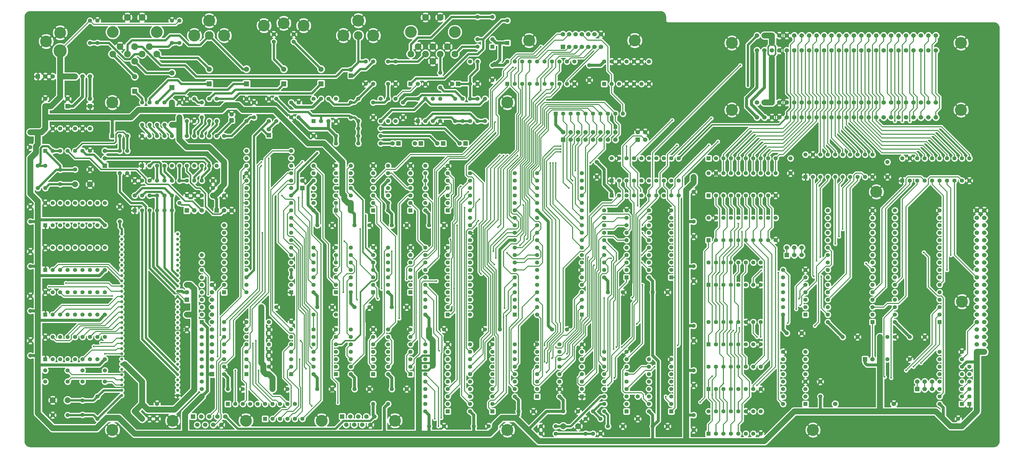
<source format=gbr>
G04 #@! TF.GenerationSoftware,KiCad,Pcbnew,(5.1.8)-1*
G04 #@! TF.CreationDate,2021-01-20T17:54:15-08:00*
G04 #@! TF.ProjectId,Omega-Mainboard,4f6d6567-612d-44d6-9169-6e626f617264,rev?*
G04 #@! TF.SameCoordinates,Original*
G04 #@! TF.FileFunction,Copper,L2,Bot*
G04 #@! TF.FilePolarity,Positive*
%FSLAX46Y46*%
G04 Gerber Fmt 4.6, Leading zero omitted, Abs format (unit mm)*
G04 Created by KiCad (PCBNEW (5.1.8)-1) date 2021-01-20 17:54:15*
%MOMM*%
%LPD*%
G01*
G04 APERTURE LIST*
G04 #@! TA.AperFunction,ComponentPad*
%ADD10C,1.371600*%
G04 #@! TD*
G04 #@! TA.AperFunction,ComponentPad*
%ADD11C,4.000500*%
G04 #@! TD*
G04 #@! TA.AperFunction,ComponentPad*
%ADD12R,1.397000X1.397000*%
G04 #@! TD*
G04 #@! TA.AperFunction,ComponentPad*
%ADD13C,1.397000*%
G04 #@! TD*
G04 #@! TA.AperFunction,ComponentPad*
%ADD14R,1.016000X1.016000*%
G04 #@! TD*
G04 #@! TA.AperFunction,ComponentPad*
%ADD15C,1.016000*%
G04 #@! TD*
G04 #@! TA.AperFunction,ComponentPad*
%ADD16R,1.524000X1.524000*%
G04 #@! TD*
G04 #@! TA.AperFunction,ComponentPad*
%ADD17C,1.524000*%
G04 #@! TD*
G04 #@! TA.AperFunction,ComponentPad*
%ADD18C,4.064000*%
G04 #@! TD*
G04 #@! TA.AperFunction,ComponentPad*
%ADD19C,2.971800*%
G04 #@! TD*
G04 #@! TA.AperFunction,ComponentPad*
%ADD20C,2.300000*%
G04 #@! TD*
G04 #@! TA.AperFunction,ComponentPad*
%ADD21C,4.000000*%
G04 #@! TD*
G04 #@! TA.AperFunction,ComponentPad*
%ADD22C,4.048760*%
G04 #@! TD*
G04 #@! TA.AperFunction,ComponentPad*
%ADD23R,1.490980X1.490980*%
G04 #@! TD*
G04 #@! TA.AperFunction,ComponentPad*
%ADD24C,1.490980*%
G04 #@! TD*
G04 #@! TA.AperFunction,ComponentPad*
%ADD25R,1.778000X1.778000*%
G04 #@! TD*
G04 #@! TA.AperFunction,ComponentPad*
%ADD26C,1.778000*%
G04 #@! TD*
G04 #@! TA.AperFunction,ComponentPad*
%ADD27C,1.998980*%
G04 #@! TD*
G04 #@! TA.AperFunction,ComponentPad*
%ADD28C,4.500000*%
G04 #@! TD*
G04 #@! TA.AperFunction,ViaPad*
%ADD29C,0.600000*%
G04 #@! TD*
G04 #@! TA.AperFunction,Conductor*
%ADD30C,0.990600*%
G04 #@! TD*
G04 #@! TA.AperFunction,Conductor*
%ADD31C,1.000000*%
G04 #@! TD*
G04 #@! TA.AperFunction,Conductor*
%ADD32C,2.000000*%
G04 #@! TD*
G04 #@! TA.AperFunction,Conductor*
%ADD33C,0.736600*%
G04 #@! TD*
G04 #@! TA.AperFunction,Conductor*
%ADD34C,0.482600*%
G04 #@! TD*
G04 #@! TA.AperFunction,Conductor*
%ADD35C,0.355600*%
G04 #@! TD*
G04 #@! TA.AperFunction,Conductor*
%ADD36C,0.375000*%
G04 #@! TD*
G04 #@! TA.AperFunction,Conductor*
%ADD37C,0.254000*%
G04 #@! TD*
G04 #@! TA.AperFunction,Conductor*
%ADD38C,0.750000*%
G04 #@! TD*
G04 #@! TA.AperFunction,Conductor*
%ADD39C,0.500000*%
G04 #@! TD*
G04 #@! TA.AperFunction,Conductor*
%ADD40C,0.100000*%
G04 #@! TD*
G04 APERTURE END LIST*
D10*
X98200000Y-23700000D03*
X105000000Y-23700000D03*
X105000000Y-21200000D03*
X98200000Y-21200000D03*
D11*
X101600000Y-17400000D03*
X94850000Y-18200000D03*
X108350000Y-18200000D03*
D12*
X213360000Y-76200000D03*
D13*
X215900000Y-76200000D03*
X218440000Y-76200000D03*
X220980000Y-76200000D03*
X223520000Y-76200000D03*
X226060000Y-76200000D03*
X228600000Y-76200000D03*
X231140000Y-76200000D03*
X233680000Y-76200000D03*
X236220000Y-76200000D03*
X66040000Y-49530000D03*
X66040000Y-44450000D03*
X63500000Y-44450000D03*
X63500000Y-52070000D03*
X50800000Y-149860000D03*
X50800000Y-157480000D03*
D14*
X65405000Y-144399000D03*
D15*
X65405000Y-142621000D03*
X65405000Y-140843000D03*
X65405000Y-139065000D03*
X65405000Y-137287000D03*
X65405000Y-135509000D03*
X65405000Y-133731000D03*
X65405000Y-131953000D03*
X65405000Y-130175000D03*
X65405000Y-128397000D03*
X65405000Y-126619000D03*
X65405000Y-124841000D03*
X65405000Y-123063000D03*
X65405000Y-121285000D03*
X65405000Y-119507000D03*
X65405000Y-117729000D03*
X65405000Y-115951000D03*
X65405000Y-114173000D03*
X65405000Y-112395000D03*
X65405000Y-110617000D03*
X65405000Y-108839000D03*
X65405000Y-107061000D03*
X65405000Y-105283000D03*
X65405000Y-103505000D03*
X65405000Y-101727000D03*
X65405000Y-99949000D03*
X65405000Y-98171000D03*
X65405000Y-96393000D03*
X65405000Y-94615000D03*
X65405000Y-92837000D03*
X65405000Y-91059000D03*
X65405000Y-89281000D03*
X46355000Y-89281000D03*
X46355000Y-91059000D03*
X46355000Y-92837000D03*
X46355000Y-94615000D03*
X46355000Y-96393000D03*
X46355000Y-98171000D03*
X46355000Y-99949000D03*
X46355000Y-101727000D03*
X46355000Y-103505000D03*
X46355000Y-105283000D03*
X46355000Y-107061000D03*
X46355000Y-108839000D03*
X46355000Y-110617000D03*
X46355000Y-112395000D03*
X46355000Y-114173000D03*
X46355000Y-115951000D03*
X46355000Y-117729000D03*
X46355000Y-119507000D03*
X46355000Y-121285000D03*
X46355000Y-123063000D03*
X46355000Y-124841000D03*
X46355000Y-126619000D03*
X46355000Y-128397000D03*
X46355000Y-130175000D03*
X46355000Y-131953000D03*
X46355000Y-133731000D03*
X46355000Y-135509000D03*
X46355000Y-137287000D03*
X46355000Y-139065000D03*
X46355000Y-140843000D03*
X46355000Y-142621000D03*
X46355000Y-144399000D03*
D16*
X196850000Y-57150000D03*
D17*
X196850000Y-54610000D03*
X199390000Y-57150000D03*
X199390000Y-54610000D03*
X201930000Y-57150000D03*
X201930000Y-54610000D03*
X204470000Y-57150000D03*
X204470000Y-54610000D03*
X207010000Y-57150000D03*
X207010000Y-54610000D03*
X209550000Y-57150000D03*
X209550000Y-54610000D03*
X212090000Y-57150000D03*
X212090000Y-54610000D03*
X214630000Y-57150000D03*
X214630000Y-54610000D03*
D18*
X76200000Y-16510000D03*
X81280000Y-21590000D03*
X71120000Y-21590000D03*
D19*
X76200000Y-21590000D03*
D13*
X38100000Y-16510000D03*
X38100000Y-24130000D03*
X35560000Y-16510000D03*
X35560000Y-24130000D03*
X63500000Y-16510000D03*
X63500000Y-24130000D03*
D20*
X50800000Y-25400000D03*
X45800000Y-25400000D03*
X43300000Y-27900000D03*
X50800000Y-30400000D03*
X53300000Y-27900000D03*
X55800000Y-25400000D03*
D21*
X43300000Y-20400000D03*
D20*
X48300000Y-27900000D03*
X58300000Y-27900000D03*
X48300000Y-15400000D03*
D21*
X58300000Y-20400000D03*
D20*
X53300000Y-15400000D03*
X152400000Y-25400000D03*
X147400000Y-25400000D03*
X144900000Y-27900000D03*
X152400000Y-30400000D03*
X154900000Y-27900000D03*
X157400000Y-25400000D03*
D21*
X144900000Y-20400000D03*
D20*
X149900000Y-27900000D03*
X159900000Y-27900000D03*
X149900000Y-15400000D03*
D21*
X159900000Y-20400000D03*
D20*
X154900000Y-15400000D03*
D22*
X221200000Y-23300000D03*
X185200000Y-23300000D03*
D16*
X196720000Y-25445000D03*
D17*
X198880000Y-25445000D03*
X201040000Y-25445000D03*
X203200000Y-25445000D03*
X205360000Y-25445000D03*
X207520000Y-25445000D03*
X209680000Y-25445000D03*
X203200000Y-21155000D03*
X196720000Y-21155000D03*
X198880000Y-21155000D03*
X201040000Y-21155000D03*
X205360000Y-21155000D03*
X207520000Y-21155000D03*
X209680000Y-21155000D03*
D13*
X160020000Y-43180000D03*
X160020000Y-50800000D03*
X162560000Y-50800000D03*
X162560000Y-43180000D03*
X165100000Y-50800000D03*
X165100000Y-43180000D03*
X170180000Y-50800000D03*
X170180000Y-43180000D03*
X142240000Y-44450000D03*
X142240000Y-49530000D03*
X167640000Y-43180000D03*
X167640000Y-50800000D03*
X134620000Y-50800000D03*
X134620000Y-43180000D03*
D12*
X147320000Y-50800000D03*
D13*
X149860000Y-50800000D03*
X152400000Y-50800000D03*
X154940000Y-50800000D03*
X154940000Y-43180000D03*
X152400000Y-43180000D03*
X149860000Y-43180000D03*
X147320000Y-43180000D03*
D12*
X172720000Y-25400000D03*
D13*
X172720000Y-22860000D03*
X172720000Y-15240000D03*
X167640000Y-15240000D03*
X167640000Y-22860000D03*
X167640000Y-25400000D03*
X71120000Y-43180000D03*
X71120000Y-50800000D03*
D12*
X119380000Y-137160000D03*
D13*
X119380000Y-134620000D03*
X119380000Y-132080000D03*
X119380000Y-129540000D03*
X119380000Y-127000000D03*
X119380000Y-124460000D03*
X119380000Y-121920000D03*
X111760000Y-121920000D03*
X111760000Y-124460000D03*
X111760000Y-127000000D03*
X111760000Y-129540000D03*
X111760000Y-132080000D03*
X111760000Y-134620000D03*
X111760000Y-137160000D03*
D12*
X132080000Y-137160000D03*
D13*
X132080000Y-134620000D03*
X132080000Y-132080000D03*
X132080000Y-129540000D03*
X132080000Y-127000000D03*
X132080000Y-124460000D03*
X132080000Y-121920000D03*
X124460000Y-121920000D03*
X124460000Y-124460000D03*
X124460000Y-127000000D03*
X124460000Y-129540000D03*
X124460000Y-132080000D03*
X124460000Y-134620000D03*
X124460000Y-137160000D03*
D12*
X132080000Y-81280000D03*
D13*
X132080000Y-78740000D03*
X132080000Y-76200000D03*
X132080000Y-73660000D03*
X132080000Y-71120000D03*
X132080000Y-68580000D03*
X132080000Y-66040000D03*
X124460000Y-66040000D03*
X124460000Y-68580000D03*
X124460000Y-71120000D03*
X124460000Y-73660000D03*
X124460000Y-76200000D03*
X124460000Y-78740000D03*
X124460000Y-81280000D03*
D12*
X218440000Y-104140000D03*
D13*
X218440000Y-101600000D03*
X218440000Y-99060000D03*
X218440000Y-96520000D03*
X218440000Y-93980000D03*
X218440000Y-91440000D03*
X218440000Y-88900000D03*
X218440000Y-86360000D03*
X218440000Y-83820000D03*
X218440000Y-81280000D03*
X210820000Y-81280000D03*
X210820000Y-83820000D03*
X210820000Y-86360000D03*
X210820000Y-88900000D03*
X210820000Y-91440000D03*
X210820000Y-93980000D03*
X210820000Y-96520000D03*
X210820000Y-99060000D03*
X210820000Y-101600000D03*
X210820000Y-104140000D03*
D12*
X180340000Y-116840000D03*
D13*
X180340000Y-114300000D03*
X180340000Y-111760000D03*
X180340000Y-109220000D03*
X180340000Y-106680000D03*
X180340000Y-104140000D03*
X180340000Y-101600000D03*
X180340000Y-99060000D03*
X180340000Y-96520000D03*
X180340000Y-93980000D03*
X180340000Y-91440000D03*
X180340000Y-88900000D03*
X180340000Y-86360000D03*
X180340000Y-83820000D03*
X180340000Y-81280000D03*
X180340000Y-78740000D03*
X180340000Y-76200000D03*
X180340000Y-73660000D03*
X180340000Y-71120000D03*
X180340000Y-68580000D03*
X165100000Y-68580000D03*
X165100000Y-71120000D03*
X165100000Y-73660000D03*
X165100000Y-76200000D03*
X165100000Y-78740000D03*
X165100000Y-81280000D03*
X165100000Y-83820000D03*
X165100000Y-86360000D03*
X165100000Y-88900000D03*
X165100000Y-91440000D03*
X165100000Y-93980000D03*
X165100000Y-96520000D03*
X165100000Y-99060000D03*
X165100000Y-101600000D03*
X165100000Y-104140000D03*
X165100000Y-106680000D03*
X165100000Y-109220000D03*
X165100000Y-111760000D03*
X165100000Y-114300000D03*
X165100000Y-116840000D03*
D12*
X213360000Y-71120000D03*
D13*
X215900000Y-71120000D03*
X218440000Y-71120000D03*
X220980000Y-71120000D03*
X223520000Y-71120000D03*
X226060000Y-71120000D03*
X228600000Y-71120000D03*
X231140000Y-71120000D03*
X233680000Y-71120000D03*
X236220000Y-71120000D03*
X236220000Y-63500000D03*
X233680000Y-63500000D03*
X231140000Y-63500000D03*
X228600000Y-63500000D03*
X226060000Y-63500000D03*
X223520000Y-63500000D03*
X220980000Y-63500000D03*
X218440000Y-63500000D03*
X215900000Y-63500000D03*
X213360000Y-63500000D03*
X227330000Y-109220000D03*
X232410000Y-109220000D03*
D17*
X262890000Y-26670000D03*
X262890000Y-21590000D03*
X265430000Y-26670000D03*
X265430000Y-21590000D03*
X267970000Y-26670000D03*
X267970000Y-21590000D03*
X270510000Y-26670000D03*
X270510000Y-21590000D03*
X273050000Y-26670000D03*
X273050000Y-21590000D03*
X275590000Y-26670000D03*
X275590000Y-21590000D03*
X278130000Y-26670000D03*
X278130000Y-21590000D03*
X280670000Y-26670000D03*
X280670000Y-21590000D03*
X283210000Y-26670000D03*
X283210000Y-21590000D03*
X285750000Y-26670000D03*
X285750000Y-21590000D03*
X288290000Y-26670000D03*
X288290000Y-21590000D03*
X290830000Y-26670000D03*
X290830000Y-21590000D03*
X293370000Y-26670000D03*
X293370000Y-21590000D03*
X295910000Y-26670000D03*
X295910000Y-21590000D03*
X298450000Y-26670000D03*
X298450000Y-21590000D03*
X300990000Y-26670000D03*
X300990000Y-21590000D03*
X303530000Y-26670000D03*
X303530000Y-21590000D03*
X306070000Y-26670000D03*
X306070000Y-21590000D03*
X308610000Y-26670000D03*
X308610000Y-21590000D03*
X311150000Y-26670000D03*
X311150000Y-21590000D03*
X313690000Y-26670000D03*
X313690000Y-21590000D03*
X316230000Y-26670000D03*
X316230000Y-21590000D03*
X318770000Y-26670000D03*
X318770000Y-21590000D03*
X321310000Y-26670000D03*
X321310000Y-21590000D03*
X323850000Y-26670000D03*
X323850000Y-21590000D03*
D22*
X63705740Y-153035000D03*
X88694260Y-153035000D03*
D16*
X70713600Y-151612600D03*
D17*
X73456800Y-151612600D03*
X76200000Y-151612600D03*
X78943200Y-151612600D03*
X81686400Y-151612600D03*
X80314800Y-154457400D03*
X77571600Y-154457400D03*
X74803000Y-154457400D03*
X72085200Y-154457400D03*
D12*
X302260000Y-119380000D03*
D13*
X302260000Y-116840000D03*
X302260000Y-114300000D03*
X302260000Y-111760000D03*
X302260000Y-109220000D03*
X302260000Y-106680000D03*
X302260000Y-104140000D03*
X302260000Y-101600000D03*
X302260000Y-99060000D03*
X302260000Y-96520000D03*
X302260000Y-93980000D03*
X302260000Y-91440000D03*
X302260000Y-88900000D03*
X302260000Y-86360000D03*
X302260000Y-83820000D03*
X302260000Y-81280000D03*
X287020000Y-81280000D03*
X287020000Y-83820000D03*
X287020000Y-86360000D03*
X287020000Y-88900000D03*
X287020000Y-91440000D03*
X287020000Y-93980000D03*
X287020000Y-96520000D03*
X287020000Y-99060000D03*
X287020000Y-101600000D03*
X287020000Y-104140000D03*
X287020000Y-106680000D03*
X287020000Y-109220000D03*
X287020000Y-111760000D03*
X287020000Y-114300000D03*
X287020000Y-116840000D03*
X287020000Y-119380000D03*
D12*
X325120000Y-119380000D03*
D13*
X325120000Y-116840000D03*
X325120000Y-114300000D03*
X325120000Y-111760000D03*
X325120000Y-109220000D03*
X325120000Y-106680000D03*
X325120000Y-104140000D03*
X325120000Y-101600000D03*
X325120000Y-99060000D03*
X325120000Y-96520000D03*
X325120000Y-93980000D03*
X325120000Y-91440000D03*
X325120000Y-88900000D03*
X325120000Y-86360000D03*
X325120000Y-83820000D03*
X325120000Y-81280000D03*
X309880000Y-81280000D03*
X309880000Y-83820000D03*
X309880000Y-86360000D03*
X309880000Y-88900000D03*
X309880000Y-91440000D03*
X309880000Y-93980000D03*
X309880000Y-96520000D03*
X309880000Y-99060000D03*
X309880000Y-101600000D03*
X309880000Y-104140000D03*
X309880000Y-106680000D03*
X309880000Y-109220000D03*
X309880000Y-111760000D03*
X309880000Y-114300000D03*
X309880000Y-116840000D03*
X309880000Y-119380000D03*
D12*
X279400000Y-69850000D03*
D13*
X281940000Y-69850000D03*
X284480000Y-69850000D03*
X287020000Y-69850000D03*
X289560000Y-69850000D03*
X292100000Y-69850000D03*
X294640000Y-69850000D03*
X297180000Y-69850000D03*
X299720000Y-69850000D03*
X302260000Y-69850000D03*
X302260000Y-62230000D03*
X299720000Y-62230000D03*
X297180000Y-62230000D03*
X294640000Y-62230000D03*
X292100000Y-62230000D03*
X289560000Y-62230000D03*
X287020000Y-62230000D03*
X284480000Y-62230000D03*
X281940000Y-62230000D03*
X279400000Y-62230000D03*
D17*
X289529520Y-147320000D03*
X309529480Y-147320000D03*
D12*
X279400000Y-116840000D03*
D13*
X279400000Y-114300000D03*
X279400000Y-111760000D03*
X279400000Y-109220000D03*
X279400000Y-106680000D03*
X279400000Y-104140000D03*
X279400000Y-101600000D03*
X271780000Y-101600000D03*
X271780000Y-104140000D03*
X271780000Y-106680000D03*
X271780000Y-109220000D03*
X271780000Y-111760000D03*
X271780000Y-114300000D03*
X271780000Y-116840000D03*
X273050000Y-123190000D03*
X278130000Y-123190000D03*
D12*
X246380000Y-76200000D03*
D13*
X248920000Y-76200000D03*
X251460000Y-76200000D03*
X254000000Y-76200000D03*
X256540000Y-76200000D03*
X259080000Y-76200000D03*
X261620000Y-76200000D03*
X264160000Y-76200000D03*
X266700000Y-76200000D03*
X269240000Y-76200000D03*
X269240000Y-68580000D03*
X266700000Y-68580000D03*
X264160000Y-68580000D03*
X261620000Y-68580000D03*
X259080000Y-68580000D03*
X256540000Y-68580000D03*
X254000000Y-68580000D03*
X251460000Y-68580000D03*
X248920000Y-68580000D03*
X246380000Y-68580000D03*
D12*
X246380000Y-91440000D03*
D13*
X248920000Y-91440000D03*
X251460000Y-91440000D03*
X254000000Y-91440000D03*
X256540000Y-91440000D03*
X259080000Y-91440000D03*
X261620000Y-91440000D03*
X264160000Y-91440000D03*
X266700000Y-91440000D03*
X269240000Y-91440000D03*
X269240000Y-83820000D03*
X266700000Y-83820000D03*
X264160000Y-83820000D03*
X261620000Y-83820000D03*
X259080000Y-83820000D03*
X256540000Y-83820000D03*
X254000000Y-83820000D03*
X251460000Y-83820000D03*
X248920000Y-83820000D03*
X246380000Y-83820000D03*
D12*
X218440000Y-149860000D03*
D13*
X218440000Y-147320000D03*
X218440000Y-144780000D03*
X218440000Y-142240000D03*
X218440000Y-139700000D03*
X218440000Y-137160000D03*
X218440000Y-134620000D03*
X218440000Y-132080000D03*
X218440000Y-129540000D03*
X210820000Y-129540000D03*
X210820000Y-132080000D03*
X210820000Y-134620000D03*
X210820000Y-137160000D03*
X210820000Y-139700000D03*
X210820000Y-142240000D03*
X210820000Y-144780000D03*
X210820000Y-147320000D03*
X210820000Y-149860000D03*
D12*
X132080000Y-109220000D03*
D13*
X132080000Y-106680000D03*
X132080000Y-104140000D03*
X132080000Y-101600000D03*
X132080000Y-99060000D03*
X132080000Y-96520000D03*
X132080000Y-93980000D03*
X124460000Y-93980000D03*
X124460000Y-96520000D03*
X124460000Y-99060000D03*
X124460000Y-101600000D03*
X124460000Y-104140000D03*
X124460000Y-106680000D03*
X124460000Y-109220000D03*
D12*
X104140000Y-109220000D03*
D13*
X104140000Y-106680000D03*
X104140000Y-104140000D03*
X104140000Y-101600000D03*
X104140000Y-99060000D03*
X104140000Y-96520000D03*
X104140000Y-93980000D03*
X104140000Y-91440000D03*
X104140000Y-88900000D03*
X104140000Y-86360000D03*
X104140000Y-83820000D03*
X104140000Y-81280000D03*
X104140000Y-78740000D03*
X104140000Y-76200000D03*
X104140000Y-73660000D03*
X104140000Y-71120000D03*
X104140000Y-68580000D03*
X104140000Y-66040000D03*
X104140000Y-63500000D03*
X104140000Y-60960000D03*
X88900000Y-60960000D03*
X88900000Y-63500000D03*
X88900000Y-66040000D03*
X88900000Y-68580000D03*
X88900000Y-71120000D03*
X88900000Y-73660000D03*
X88900000Y-76200000D03*
X88900000Y-78740000D03*
X88900000Y-81280000D03*
X88900000Y-83820000D03*
X88900000Y-86360000D03*
X88900000Y-88900000D03*
X88900000Y-91440000D03*
X88900000Y-93980000D03*
X88900000Y-96520000D03*
X88900000Y-99060000D03*
X88900000Y-101600000D03*
X88900000Y-104140000D03*
X88900000Y-106680000D03*
X88900000Y-109220000D03*
D12*
X144780000Y-137160000D03*
D13*
X144780000Y-134620000D03*
X144780000Y-132080000D03*
X144780000Y-129540000D03*
X144780000Y-127000000D03*
X144780000Y-124460000D03*
X144780000Y-121920000D03*
X137160000Y-121920000D03*
X137160000Y-124460000D03*
X137160000Y-127000000D03*
X137160000Y-129540000D03*
X137160000Y-132080000D03*
X137160000Y-134620000D03*
X137160000Y-137160000D03*
D12*
X20320000Y-60960000D03*
D13*
X22860000Y-60960000D03*
X25400000Y-60960000D03*
X27940000Y-60960000D03*
X30480000Y-60960000D03*
X33020000Y-60960000D03*
X35560000Y-60960000D03*
X35560000Y-53340000D03*
X33020000Y-53340000D03*
X30480000Y-53340000D03*
X27940000Y-53340000D03*
X25400000Y-53340000D03*
X22860000Y-53340000D03*
X20320000Y-53340000D03*
D12*
X144780000Y-109220000D03*
D13*
X144780000Y-106680000D03*
X144780000Y-104140000D03*
X144780000Y-101600000D03*
X144780000Y-99060000D03*
X144780000Y-96520000D03*
X144780000Y-93980000D03*
X137160000Y-93980000D03*
X137160000Y-96520000D03*
X137160000Y-99060000D03*
X137160000Y-101600000D03*
X137160000Y-104140000D03*
X137160000Y-106680000D03*
X137160000Y-109220000D03*
D12*
X157480000Y-116840000D03*
D13*
X157480000Y-114300000D03*
X157480000Y-111760000D03*
X157480000Y-109220000D03*
X157480000Y-106680000D03*
X157480000Y-104140000D03*
X157480000Y-101600000D03*
X157480000Y-99060000D03*
X157480000Y-96520000D03*
X157480000Y-93980000D03*
X149860000Y-93980000D03*
X149860000Y-96520000D03*
X149860000Y-99060000D03*
X149860000Y-101600000D03*
X149860000Y-104140000D03*
X149860000Y-106680000D03*
X149860000Y-109220000D03*
X149860000Y-111760000D03*
X149860000Y-114300000D03*
X149860000Y-116840000D03*
D12*
X203200000Y-116840000D03*
D13*
X203200000Y-114300000D03*
X203200000Y-111760000D03*
X203200000Y-109220000D03*
X203200000Y-106680000D03*
X203200000Y-104140000D03*
X203200000Y-101600000D03*
X203200000Y-99060000D03*
X203200000Y-96520000D03*
X203200000Y-93980000D03*
X203200000Y-91440000D03*
X203200000Y-88900000D03*
X203200000Y-86360000D03*
X203200000Y-83820000D03*
X203200000Y-81280000D03*
X203200000Y-78740000D03*
X203200000Y-76200000D03*
X203200000Y-73660000D03*
X203200000Y-71120000D03*
X203200000Y-68580000D03*
X187960000Y-68580000D03*
X187960000Y-71120000D03*
X187960000Y-73660000D03*
X187960000Y-76200000D03*
X187960000Y-78740000D03*
X187960000Y-81280000D03*
X187960000Y-83820000D03*
X187960000Y-86360000D03*
X187960000Y-88900000D03*
X187960000Y-91440000D03*
X187960000Y-93980000D03*
X187960000Y-96520000D03*
X187960000Y-99060000D03*
X187960000Y-101600000D03*
X187960000Y-104140000D03*
X187960000Y-106680000D03*
X187960000Y-109220000D03*
X187960000Y-111760000D03*
X187960000Y-114300000D03*
X187960000Y-116840000D03*
D12*
X233680000Y-104140000D03*
D13*
X233680000Y-101600000D03*
X233680000Y-99060000D03*
X233680000Y-96520000D03*
X233680000Y-93980000D03*
X233680000Y-91440000D03*
X233680000Y-88900000D03*
X233680000Y-86360000D03*
X233680000Y-83820000D03*
X233680000Y-81280000D03*
X226060000Y-81280000D03*
X226060000Y-83820000D03*
X226060000Y-86360000D03*
X226060000Y-88900000D03*
X226060000Y-91440000D03*
X226060000Y-93980000D03*
X226060000Y-96520000D03*
X226060000Y-99060000D03*
X226060000Y-101600000D03*
X226060000Y-104140000D03*
D12*
X20320000Y-86360000D03*
D13*
X22860000Y-86360000D03*
X25400000Y-86360000D03*
X27940000Y-86360000D03*
X30480000Y-86360000D03*
X33020000Y-86360000D03*
X35560000Y-86360000D03*
X38100000Y-86360000D03*
X40640000Y-86360000D03*
X40640000Y-78740000D03*
X38100000Y-78740000D03*
X35560000Y-78740000D03*
X33020000Y-78740000D03*
X30480000Y-78740000D03*
X27940000Y-78740000D03*
X25400000Y-78740000D03*
X22860000Y-78740000D03*
X20320000Y-78740000D03*
D12*
X233680000Y-149860000D03*
D13*
X233680000Y-147320000D03*
X233680000Y-144780000D03*
X233680000Y-142240000D03*
X233680000Y-139700000D03*
X233680000Y-137160000D03*
X233680000Y-134620000D03*
X233680000Y-132080000D03*
X226060000Y-132080000D03*
X226060000Y-134620000D03*
X226060000Y-137160000D03*
X226060000Y-139700000D03*
X226060000Y-142240000D03*
X226060000Y-144780000D03*
X226060000Y-147320000D03*
X226060000Y-149860000D03*
D12*
X203200000Y-144780000D03*
D13*
X203200000Y-142240000D03*
X203200000Y-139700000D03*
X203200000Y-137160000D03*
X203200000Y-134620000D03*
X203200000Y-132080000D03*
X203200000Y-129540000D03*
X203200000Y-127000000D03*
X195580000Y-127000000D03*
X195580000Y-129540000D03*
X195580000Y-132080000D03*
X195580000Y-134620000D03*
X195580000Y-137160000D03*
X195580000Y-139700000D03*
X195580000Y-142240000D03*
X195580000Y-144780000D03*
D12*
X157480000Y-149860000D03*
D13*
X157480000Y-147320000D03*
X157480000Y-144780000D03*
X157480000Y-142240000D03*
X157480000Y-139700000D03*
X157480000Y-137160000D03*
X157480000Y-134620000D03*
X157480000Y-132080000D03*
X157480000Y-129540000D03*
X157480000Y-127000000D03*
X149860000Y-127000000D03*
X149860000Y-129540000D03*
X149860000Y-132080000D03*
X149860000Y-134620000D03*
X149860000Y-137160000D03*
X149860000Y-139700000D03*
X149860000Y-142240000D03*
X149860000Y-144780000D03*
X149860000Y-147320000D03*
X149860000Y-149860000D03*
D17*
X122885200Y-154457400D03*
X125603000Y-154457400D03*
X128371600Y-154457400D03*
X131114800Y-154457400D03*
X132486400Y-151612600D03*
X129743200Y-151612600D03*
X127000000Y-151612600D03*
X124256800Y-151612600D03*
D16*
X121513600Y-151612600D03*
D22*
X139494260Y-153035000D03*
X114505740Y-153035000D03*
D12*
X172720000Y-149860000D03*
D13*
X172720000Y-147320000D03*
X172720000Y-144780000D03*
X172720000Y-142240000D03*
X172720000Y-139700000D03*
X172720000Y-137160000D03*
X172720000Y-134620000D03*
X172720000Y-132080000D03*
X172720000Y-129540000D03*
X172720000Y-127000000D03*
X165100000Y-127000000D03*
X165100000Y-129540000D03*
X165100000Y-132080000D03*
X165100000Y-134620000D03*
X165100000Y-137160000D03*
X165100000Y-139700000D03*
X165100000Y-142240000D03*
X165100000Y-144780000D03*
X165100000Y-147320000D03*
X165100000Y-149860000D03*
D23*
X163560760Y-58420000D03*
D24*
X161559240Y-58420000D03*
D12*
X332740000Y-147320000D03*
D13*
X332740000Y-144780000D03*
X332740000Y-142240000D03*
X332740000Y-139700000D03*
X332740000Y-137160000D03*
X332740000Y-134620000D03*
X332740000Y-132080000D03*
X332740000Y-129540000D03*
X325120000Y-129540000D03*
X325120000Y-132080000D03*
X325120000Y-134620000D03*
X325120000Y-137160000D03*
X325120000Y-139700000D03*
X325120000Y-142240000D03*
X325120000Y-144780000D03*
X325120000Y-147320000D03*
D17*
X323850000Y-44450000D03*
X323850000Y-49530000D03*
X321310000Y-44450000D03*
X321310000Y-49530000D03*
X318770000Y-44450000D03*
X318770000Y-49530000D03*
X316230000Y-44450000D03*
X316230000Y-49530000D03*
X313690000Y-44450000D03*
X313690000Y-49530000D03*
X311150000Y-44450000D03*
X311150000Y-49530000D03*
X308610000Y-44450000D03*
X308610000Y-49530000D03*
X306070000Y-44450000D03*
X306070000Y-49530000D03*
X303530000Y-44450000D03*
X303530000Y-49530000D03*
X300990000Y-44450000D03*
X300990000Y-49530000D03*
X298450000Y-44450000D03*
X298450000Y-49530000D03*
X295910000Y-44450000D03*
X295910000Y-49530000D03*
X293370000Y-44450000D03*
X293370000Y-49530000D03*
X290830000Y-44450000D03*
X290830000Y-49530000D03*
X288290000Y-44450000D03*
X288290000Y-49530000D03*
X285750000Y-44450000D03*
X285750000Y-49530000D03*
X283210000Y-44450000D03*
X283210000Y-49530000D03*
X280670000Y-44450000D03*
X280670000Y-49530000D03*
X278130000Y-44450000D03*
X278130000Y-49530000D03*
X275590000Y-44450000D03*
X275590000Y-49530000D03*
X273050000Y-44450000D03*
X273050000Y-49530000D03*
X270510000Y-44450000D03*
X270510000Y-49530000D03*
X267970000Y-44450000D03*
X267970000Y-49530000D03*
X265430000Y-44450000D03*
X265430000Y-49530000D03*
X262890000Y-44450000D03*
X262890000Y-49530000D03*
D13*
X78740000Y-43180000D03*
X78740000Y-50800000D03*
D18*
X43180000Y-44450000D03*
X177800000Y-44450000D03*
X303530000Y-74930000D03*
X43180000Y-156210000D03*
X177800000Y-156210000D03*
X281940000Y-156210000D03*
X332740000Y-112395000D03*
D13*
X175260000Y-121920000D03*
X170180000Y-121920000D03*
X193040000Y-121920000D03*
X198120000Y-121920000D03*
X53340000Y-147320000D03*
X58420000Y-147320000D03*
X93980000Y-114300000D03*
X99060000Y-114300000D03*
X212090000Y-154940000D03*
X217170000Y-154940000D03*
X292100000Y-124460000D03*
X297180000Y-124460000D03*
X314960000Y-124460000D03*
X320040000Y-124460000D03*
X15240000Y-85090000D03*
X15240000Y-80010000D03*
X15240000Y-115570000D03*
X15240000Y-110490000D03*
X15240000Y-100330000D03*
X15240000Y-95250000D03*
X15240000Y-130810000D03*
X15240000Y-125730000D03*
X151130000Y-121920000D03*
X156210000Y-121920000D03*
X151130000Y-154940000D03*
X156210000Y-154940000D03*
X166370000Y-154940000D03*
X171450000Y-154940000D03*
X241300000Y-100330000D03*
X241300000Y-105410000D03*
X241300000Y-135890000D03*
X241300000Y-140970000D03*
X241300000Y-120650000D03*
X241300000Y-125730000D03*
X241300000Y-151130000D03*
X241300000Y-156210000D03*
X274320000Y-63500000D03*
X274320000Y-68580000D03*
X307340000Y-64770000D03*
X307340000Y-69850000D03*
X208280000Y-64770000D03*
X208280000Y-69850000D03*
X212090000Y-109220000D03*
X217170000Y-109220000D03*
X172720000Y-31750000D03*
X172720000Y-36830000D03*
X241300000Y-69850000D03*
X241300000Y-74930000D03*
X241300000Y-85090000D03*
X241300000Y-90170000D03*
X227330000Y-154940000D03*
X232410000Y-154940000D03*
X82550000Y-142240000D03*
X87630000Y-142240000D03*
X97790000Y-142240000D03*
X102870000Y-142240000D03*
X196850000Y-149860000D03*
X201930000Y-149860000D03*
X181610000Y-149860000D03*
X186690000Y-149860000D03*
X326390000Y-152400000D03*
X331470000Y-152400000D03*
X205740000Y-31750000D03*
X205740000Y-36830000D03*
X138430000Y-86360000D03*
X143510000Y-86360000D03*
X125730000Y-86360000D03*
X130810000Y-86360000D03*
X113030000Y-86360000D03*
X118110000Y-86360000D03*
X138430000Y-142240000D03*
X143510000Y-142240000D03*
X125730000Y-142240000D03*
X130810000Y-142240000D03*
X125730000Y-114300000D03*
X130810000Y-114300000D03*
X138430000Y-114300000D03*
X143510000Y-114300000D03*
X113030000Y-142240000D03*
X118110000Y-142240000D03*
X15240000Y-54610000D03*
X15240000Y-59690000D03*
X113030000Y-114300000D03*
X118110000Y-114300000D03*
X151130000Y-86360000D03*
X156210000Y-86360000D03*
X284480000Y-144780000D03*
X284480000Y-139700000D03*
X81280000Y-71120000D03*
X81280000Y-76200000D03*
X104140000Y-44450000D03*
X104140000Y-49530000D03*
X60960000Y-76200000D03*
X60960000Y-71120000D03*
X58420000Y-76200000D03*
X58420000Y-71120000D03*
X63500000Y-76200000D03*
X63500000Y-71120000D03*
X71120000Y-71120000D03*
X71120000Y-76200000D03*
X91440000Y-49530000D03*
X91440000Y-44450000D03*
X45720000Y-80010000D03*
X45720000Y-85090000D03*
D25*
X88900000Y-38059360D03*
D26*
X88900000Y-33060640D03*
D25*
X114300000Y-38059360D03*
D26*
X114300000Y-33060640D03*
D25*
X101600000Y-38059360D03*
D26*
X101600000Y-33060640D03*
D25*
X50800000Y-40599360D03*
D26*
X50800000Y-35600640D03*
D25*
X76200000Y-38059360D03*
D26*
X76200000Y-33060640D03*
D25*
X63500000Y-39329360D03*
D26*
X63500000Y-34330640D03*
D23*
X20320000Y-45700000D03*
D24*
X20320000Y-43200000D03*
D23*
X27940000Y-45700000D03*
D24*
X27940000Y-43200000D03*
D23*
X35560000Y-45700000D03*
D24*
X35560000Y-43200000D03*
D23*
X161020760Y-38100000D03*
D24*
X159019240Y-38100000D03*
D23*
X96520000Y-55610760D03*
D24*
X96520000Y-53609240D03*
D23*
X140700760Y-58420000D03*
D24*
X138699240Y-58420000D03*
D23*
X155940760Y-58420000D03*
D24*
X153939240Y-58420000D03*
D23*
X124460000Y-35290760D03*
D24*
X124460000Y-33289240D03*
X83820000Y-48529240D03*
D23*
X83820000Y-50530760D03*
D24*
X146319240Y-58420000D03*
D23*
X148320760Y-58420000D03*
D13*
X132080000Y-44450000D03*
X132080000Y-49530000D03*
X154940000Y-34290000D03*
X154940000Y-39370000D03*
X124460000Y-49530000D03*
X124460000Y-44450000D03*
X106680000Y-49530000D03*
X106680000Y-44450000D03*
X53340000Y-76200000D03*
X53340000Y-71120000D03*
X55880000Y-76200000D03*
X55880000Y-71120000D03*
X50800000Y-76200000D03*
X50800000Y-71120000D03*
X73660000Y-71120000D03*
X73660000Y-76200000D03*
X209550000Y-157480000D03*
X209550000Y-152400000D03*
X204470000Y-152400000D03*
X204470000Y-157480000D03*
D27*
X22860000Y-146050000D03*
X27940000Y-146050000D03*
X35560000Y-72390000D03*
X30480000Y-72390000D03*
D13*
X22860000Y-151130000D03*
X27940000Y-151130000D03*
X35560000Y-67310000D03*
X30480000Y-67310000D03*
X73660000Y-49530000D03*
X73660000Y-44450000D03*
X68580000Y-71120000D03*
X68580000Y-76200000D03*
X177800000Y-16510000D03*
D12*
X177800000Y-24130000D03*
D18*
X254317500Y-24130000D03*
X332422500Y-24130000D03*
X254317500Y-46990000D03*
X332422500Y-46990000D03*
D21*
X25400000Y-20637500D03*
D28*
X25400000Y-26837640D03*
D21*
X20599400Y-23637240D03*
D16*
X17780000Y-35560000D03*
D17*
X20320000Y-35560000D03*
X22860000Y-35560000D03*
X25400000Y-35560000D03*
X27940000Y-35560000D03*
X30480000Y-35560000D03*
X33020000Y-35560000D03*
X35560000Y-35560000D03*
D16*
X340360000Y-129540000D03*
D17*
X337820000Y-129540000D03*
X340360000Y-127000000D03*
X337820000Y-127000000D03*
X340360000Y-124460000D03*
X337820000Y-124460000D03*
X340360000Y-121920000D03*
X337820000Y-121920000D03*
X340360000Y-119380000D03*
X337820000Y-119380000D03*
X340360000Y-116840000D03*
X337820000Y-116840000D03*
X340360000Y-114300000D03*
X337820000Y-114300000D03*
X340360000Y-111760000D03*
X337820000Y-111760000D03*
X340360000Y-109220000D03*
X337820000Y-109220000D03*
X340360000Y-106680000D03*
X337820000Y-106680000D03*
X340360000Y-104140000D03*
X337820000Y-104140000D03*
X340360000Y-101600000D03*
X337820000Y-101600000D03*
X340360000Y-99060000D03*
X337820000Y-99060000D03*
X337820000Y-96520000D03*
X340360000Y-96520000D03*
X337820000Y-93980000D03*
X340360000Y-93980000D03*
X340360000Y-91440000D03*
X337820000Y-91440000D03*
X340360000Y-88900000D03*
X337820000Y-88900000D03*
X340360000Y-86360000D03*
X337820000Y-86360000D03*
X340360000Y-83820000D03*
X337820000Y-83820000D03*
X340360000Y-81280000D03*
X337820000Y-81280000D03*
D16*
X299720000Y-132080000D03*
D17*
X302260000Y-132080000D03*
D16*
X107950000Y-73660000D03*
D17*
X107950000Y-71120000D03*
D16*
X68580000Y-111760000D03*
D17*
X68580000Y-109220000D03*
X68580000Y-106680000D03*
D16*
X78740000Y-81280000D03*
D17*
X81280000Y-81280000D03*
X83820000Y-81280000D03*
D16*
X68580000Y-81280000D03*
D17*
X71120000Y-81280000D03*
X73660000Y-81280000D03*
D12*
X144780000Y-38100000D03*
D13*
X147320000Y-38100000D03*
X149860000Y-38100000D03*
X17780000Y-66040000D03*
X17780000Y-73660000D03*
X38100000Y-152400000D03*
X38100000Y-144780000D03*
X207010000Y-149860000D03*
X207010000Y-157480000D03*
X222250000Y-144780000D03*
X222250000Y-152400000D03*
X88900000Y-50800000D03*
X88900000Y-43180000D03*
X129540000Y-30480000D03*
X129540000Y-38100000D03*
X68580000Y-50800000D03*
X68580000Y-43180000D03*
X127000000Y-58420000D03*
X134620000Y-58420000D03*
X307340000Y-132080000D03*
X314960000Y-132080000D03*
X127000000Y-50800000D03*
X127000000Y-43180000D03*
X127000000Y-55880000D03*
X134620000Y-55880000D03*
X127000000Y-53340000D03*
X134620000Y-53340000D03*
X137160000Y-50800000D03*
X137160000Y-43180000D03*
X137160000Y-38100000D03*
X137160000Y-30480000D03*
X167640000Y-30480000D03*
X167640000Y-38100000D03*
X165100000Y-38100000D03*
X165100000Y-30480000D03*
X45720000Y-60960000D03*
X45720000Y-68580000D03*
X66040000Y-71120000D03*
X66040000Y-78740000D03*
X99060000Y-43180000D03*
X99060000Y-50800000D03*
X119380000Y-116840000D03*
X111760000Y-116840000D03*
X20320000Y-73660000D03*
X20320000Y-66040000D03*
X139700000Y-50800000D03*
X139700000Y-43180000D03*
X96520000Y-50800000D03*
X96520000Y-43180000D03*
X48260000Y-68580000D03*
X48260000Y-60960000D03*
X66040000Y-24130000D03*
X66040000Y-16510000D03*
X33020000Y-135890000D03*
X40640000Y-135890000D03*
X20320000Y-139700000D03*
X27940000Y-139700000D03*
X20320000Y-135890000D03*
X27940000Y-135890000D03*
X33020000Y-139700000D03*
X40640000Y-139700000D03*
X132080000Y-38100000D03*
X132080000Y-30480000D03*
X139700000Y-30480000D03*
X139700000Y-38100000D03*
X60960000Y-44450000D03*
X60960000Y-52070000D03*
X76200000Y-43180000D03*
X76200000Y-50800000D03*
X53340000Y-44450000D03*
X53340000Y-52070000D03*
X55880000Y-44450000D03*
X55880000Y-52070000D03*
X58420000Y-44450000D03*
X58420000Y-52070000D03*
D12*
X81280000Y-109220000D03*
D13*
X81280000Y-106680000D03*
X81280000Y-104140000D03*
X81280000Y-101600000D03*
X81280000Y-99060000D03*
X81280000Y-96520000D03*
X81280000Y-93980000D03*
X81280000Y-91440000D03*
X81280000Y-88900000D03*
X81280000Y-86360000D03*
D12*
X73660000Y-119380000D03*
D13*
X73660000Y-116840000D03*
X73660000Y-114300000D03*
X73660000Y-111760000D03*
X73660000Y-109220000D03*
X73660000Y-106680000D03*
X73660000Y-104140000D03*
X73660000Y-101600000D03*
X73660000Y-99060000D03*
X73660000Y-96520000D03*
D12*
X73660000Y-144780000D03*
D13*
X73660000Y-142240000D03*
X73660000Y-139700000D03*
X73660000Y-137160000D03*
X73660000Y-134620000D03*
X73660000Y-132080000D03*
X73660000Y-129540000D03*
X73660000Y-127000000D03*
X73660000Y-124460000D03*
X73660000Y-121920000D03*
D12*
X246380000Y-63500000D03*
D13*
X248920000Y-63500000D03*
X251460000Y-63500000D03*
X254000000Y-63500000D03*
X256540000Y-63500000D03*
X259080000Y-63500000D03*
X261620000Y-63500000D03*
X264160000Y-63500000D03*
X266700000Y-63500000D03*
X269240000Y-63500000D03*
D12*
X82550000Y-147320000D03*
D13*
X85090000Y-147320000D03*
X87630000Y-147320000D03*
X90170000Y-147320000D03*
X92710000Y-147320000D03*
X95250000Y-147320000D03*
X97790000Y-147320000D03*
X100330000Y-147320000D03*
X102870000Y-147320000D03*
X105410000Y-147320000D03*
D12*
X95250000Y-152400000D03*
D13*
X97790000Y-152400000D03*
X100330000Y-152400000D03*
X102870000Y-152400000D03*
X105410000Y-152400000D03*
X107950000Y-152400000D03*
D12*
X50800000Y-81280000D03*
D13*
X53340000Y-81280000D03*
X55880000Y-81280000D03*
X58420000Y-81280000D03*
X60960000Y-81280000D03*
X63500000Y-81280000D03*
D12*
X20320000Y-116840000D03*
D13*
X22860000Y-116840000D03*
X25400000Y-116840000D03*
X27940000Y-116840000D03*
X30480000Y-116840000D03*
X33020000Y-116840000D03*
X35560000Y-116840000D03*
X38100000Y-116840000D03*
X40640000Y-116840000D03*
X40640000Y-109220000D03*
X38100000Y-109220000D03*
X35560000Y-109220000D03*
X33020000Y-109220000D03*
X30480000Y-109220000D03*
X27940000Y-109220000D03*
X25400000Y-109220000D03*
X22860000Y-109220000D03*
X20320000Y-109220000D03*
D12*
X20320000Y-101600000D03*
D13*
X22860000Y-101600000D03*
X25400000Y-101600000D03*
X27940000Y-101600000D03*
X30480000Y-101600000D03*
X33020000Y-101600000D03*
X35560000Y-101600000D03*
X38100000Y-101600000D03*
X40640000Y-101600000D03*
X40640000Y-93980000D03*
X38100000Y-93980000D03*
X35560000Y-93980000D03*
X33020000Y-93980000D03*
X30480000Y-93980000D03*
X27940000Y-93980000D03*
X25400000Y-93980000D03*
X22860000Y-93980000D03*
X20320000Y-93980000D03*
D12*
X20320000Y-132080000D03*
D13*
X22860000Y-132080000D03*
X25400000Y-132080000D03*
X27940000Y-132080000D03*
X30480000Y-132080000D03*
X33020000Y-132080000D03*
X35560000Y-132080000D03*
X38100000Y-132080000D03*
X40640000Y-132080000D03*
X40640000Y-124460000D03*
X38100000Y-124460000D03*
X35560000Y-124460000D03*
X33020000Y-124460000D03*
X30480000Y-124460000D03*
X27940000Y-124460000D03*
X25400000Y-124460000D03*
X22860000Y-124460000D03*
X20320000Y-124460000D03*
D12*
X246380000Y-106680000D03*
D13*
X248920000Y-106680000D03*
X251460000Y-106680000D03*
X254000000Y-106680000D03*
X256540000Y-106680000D03*
X259080000Y-106680000D03*
X261620000Y-106680000D03*
X264160000Y-106680000D03*
X264160000Y-99060000D03*
X261620000Y-99060000D03*
X259080000Y-99060000D03*
X256540000Y-99060000D03*
X254000000Y-99060000D03*
X251460000Y-99060000D03*
X248920000Y-99060000D03*
X246380000Y-99060000D03*
D12*
X246380000Y-142240000D03*
D13*
X248920000Y-142240000D03*
X251460000Y-142240000D03*
X254000000Y-142240000D03*
X256540000Y-142240000D03*
X259080000Y-142240000D03*
X261620000Y-142240000D03*
X264160000Y-142240000D03*
X264160000Y-134620000D03*
X261620000Y-134620000D03*
X259080000Y-134620000D03*
X256540000Y-134620000D03*
X254000000Y-134620000D03*
X251460000Y-134620000D03*
X248920000Y-134620000D03*
X246380000Y-134620000D03*
D12*
X246380000Y-127000000D03*
D13*
X248920000Y-127000000D03*
X251460000Y-127000000D03*
X254000000Y-127000000D03*
X256540000Y-127000000D03*
X259080000Y-127000000D03*
X261620000Y-127000000D03*
X264160000Y-127000000D03*
X264160000Y-119380000D03*
X261620000Y-119380000D03*
X259080000Y-119380000D03*
X256540000Y-119380000D03*
X254000000Y-119380000D03*
X251460000Y-119380000D03*
X248920000Y-119380000D03*
X246380000Y-119380000D03*
D12*
X246380000Y-157480000D03*
D13*
X248920000Y-157480000D03*
X251460000Y-157480000D03*
X254000000Y-157480000D03*
X256540000Y-157480000D03*
X259080000Y-157480000D03*
X261620000Y-157480000D03*
X264160000Y-157480000D03*
X264160000Y-149860000D03*
X261620000Y-149860000D03*
X259080000Y-149860000D03*
X256540000Y-149860000D03*
X254000000Y-149860000D03*
X251460000Y-149860000D03*
X248920000Y-149860000D03*
X246380000Y-149860000D03*
D12*
X312420000Y-71120000D03*
D13*
X314960000Y-71120000D03*
X317500000Y-71120000D03*
X320040000Y-71120000D03*
X322580000Y-71120000D03*
X325120000Y-71120000D03*
X327660000Y-71120000D03*
X330200000Y-71120000D03*
X332740000Y-71120000D03*
X335280000Y-71120000D03*
X335280000Y-63500000D03*
X332740000Y-63500000D03*
X330200000Y-63500000D03*
X327660000Y-63500000D03*
X325120000Y-63500000D03*
X322580000Y-63500000D03*
X320040000Y-63500000D03*
X317500000Y-63500000D03*
X314960000Y-63500000D03*
X312420000Y-63500000D03*
D12*
X177800000Y-38100000D03*
D13*
X180340000Y-38100000D03*
X182880000Y-38100000D03*
X185420000Y-38100000D03*
X187960000Y-38100000D03*
X190500000Y-38100000D03*
X193040000Y-38100000D03*
X195580000Y-38100000D03*
X198120000Y-38100000D03*
X200660000Y-38100000D03*
X200660000Y-30480000D03*
X198120000Y-30480000D03*
X195580000Y-30480000D03*
X193040000Y-30480000D03*
X190500000Y-30480000D03*
X187960000Y-30480000D03*
X185420000Y-30480000D03*
X182880000Y-30480000D03*
X180340000Y-30480000D03*
X177800000Y-30480000D03*
D12*
X88900000Y-137160000D03*
D13*
X88900000Y-134620000D03*
X88900000Y-132080000D03*
X88900000Y-129540000D03*
X88900000Y-127000000D03*
X88900000Y-124460000D03*
X88900000Y-121920000D03*
X88900000Y-119380000D03*
X81280000Y-119380000D03*
X81280000Y-121920000D03*
X81280000Y-124460000D03*
X81280000Y-127000000D03*
X81280000Y-129540000D03*
X81280000Y-132080000D03*
X81280000Y-134620000D03*
X81280000Y-137160000D03*
D12*
X104140000Y-137160000D03*
D13*
X104140000Y-134620000D03*
X104140000Y-132080000D03*
X104140000Y-129540000D03*
X104140000Y-127000000D03*
X104140000Y-124460000D03*
X104140000Y-121920000D03*
X104140000Y-119380000D03*
X96520000Y-119380000D03*
X96520000Y-121920000D03*
X96520000Y-124460000D03*
X96520000Y-127000000D03*
X96520000Y-129540000D03*
X96520000Y-132080000D03*
X96520000Y-134620000D03*
X96520000Y-137160000D03*
D12*
X187960000Y-144780000D03*
D13*
X187960000Y-142240000D03*
X187960000Y-139700000D03*
X187960000Y-137160000D03*
X187960000Y-134620000D03*
X187960000Y-132080000D03*
X187960000Y-129540000D03*
X187960000Y-127000000D03*
X180340000Y-127000000D03*
X180340000Y-129540000D03*
X180340000Y-132080000D03*
X180340000Y-134620000D03*
X180340000Y-137160000D03*
X180340000Y-139700000D03*
X180340000Y-142240000D03*
X180340000Y-144780000D03*
D12*
X210820000Y-38100000D03*
D13*
X213360000Y-38100000D03*
X215900000Y-38100000D03*
X218440000Y-38100000D03*
X220980000Y-38100000D03*
X223520000Y-38100000D03*
X226060000Y-38100000D03*
X226060000Y-30480000D03*
X223520000Y-30480000D03*
X220980000Y-30480000D03*
X218440000Y-30480000D03*
X215900000Y-30480000D03*
X213360000Y-30480000D03*
X210820000Y-30480000D03*
D12*
X144780000Y-81280000D03*
D13*
X144780000Y-78740000D03*
X144780000Y-76200000D03*
X144780000Y-73660000D03*
X144780000Y-71120000D03*
X144780000Y-68580000D03*
X144780000Y-66040000D03*
X137160000Y-66040000D03*
X137160000Y-68580000D03*
X137160000Y-71120000D03*
X137160000Y-73660000D03*
X137160000Y-76200000D03*
X137160000Y-78740000D03*
X137160000Y-81280000D03*
D12*
X119380000Y-81280000D03*
D13*
X119380000Y-78740000D03*
X119380000Y-76200000D03*
X119380000Y-73660000D03*
X119380000Y-71120000D03*
X119380000Y-68580000D03*
X119380000Y-66040000D03*
X111760000Y-66040000D03*
X111760000Y-68580000D03*
X111760000Y-71120000D03*
X111760000Y-73660000D03*
X111760000Y-76200000D03*
X111760000Y-78740000D03*
X111760000Y-81280000D03*
D12*
X119380000Y-109220000D03*
D13*
X119380000Y-106680000D03*
X119380000Y-104140000D03*
X119380000Y-101600000D03*
X119380000Y-99060000D03*
X119380000Y-96520000D03*
X119380000Y-93980000D03*
X111760000Y-93980000D03*
X111760000Y-96520000D03*
X111760000Y-99060000D03*
X111760000Y-101600000D03*
X111760000Y-104140000D03*
X111760000Y-106680000D03*
X111760000Y-109220000D03*
D12*
X157480000Y-81280000D03*
D13*
X157480000Y-78740000D03*
X157480000Y-76200000D03*
X157480000Y-73660000D03*
X157480000Y-71120000D03*
X157480000Y-68580000D03*
X157480000Y-66040000D03*
X149860000Y-66040000D03*
X149860000Y-68580000D03*
X149860000Y-71120000D03*
X149860000Y-73660000D03*
X149860000Y-76200000D03*
X149860000Y-78740000D03*
X149860000Y-81280000D03*
D12*
X279400000Y-147320000D03*
D13*
X279400000Y-144780000D03*
X279400000Y-142240000D03*
X279400000Y-139700000D03*
X279400000Y-137160000D03*
X279400000Y-134620000D03*
X279400000Y-132080000D03*
X279400000Y-129540000D03*
X271780000Y-129540000D03*
X271780000Y-132080000D03*
X271780000Y-134620000D03*
X271780000Y-137160000D03*
X271780000Y-139700000D03*
X271780000Y-142240000D03*
X271780000Y-144780000D03*
X271780000Y-147320000D03*
D12*
X53340000Y-66040000D03*
D13*
X55880000Y-66040000D03*
X58420000Y-66040000D03*
X60960000Y-66040000D03*
X63500000Y-66040000D03*
X66040000Y-66040000D03*
X68580000Y-66040000D03*
X71120000Y-66040000D03*
X73660000Y-66040000D03*
X76200000Y-66040000D03*
X78740000Y-66040000D03*
X81280000Y-66040000D03*
X81280000Y-55880000D03*
X78740000Y-55880000D03*
X76200000Y-55880000D03*
X73660000Y-55880000D03*
X71120000Y-55880000D03*
X68580000Y-55880000D03*
X66040000Y-55880000D03*
X63500000Y-55880000D03*
X60960000Y-55880000D03*
X58420000Y-55880000D03*
X55880000Y-55880000D03*
X53340000Y-55880000D03*
X33020000Y-151030940D03*
X33020000Y-146149060D03*
X194310000Y-154940000D03*
X194310000Y-157480000D03*
X189230000Y-154940000D03*
X189230000Y-157480000D03*
X25400000Y-67409060D03*
X25400000Y-72290940D03*
D18*
X127000000Y-16510000D03*
X132080000Y-21590000D03*
X121920000Y-21590000D03*
D19*
X127000000Y-21590000D03*
D12*
X43180000Y-55880000D03*
D13*
X45720000Y-55880000D03*
X48260000Y-55880000D03*
X119380000Y-58420000D03*
X111760000Y-58420000D03*
X119380000Y-55880000D03*
X111760000Y-55880000D03*
D12*
X111760000Y-50800000D03*
D13*
X114300000Y-50800000D03*
X116840000Y-50800000D03*
X119380000Y-50800000D03*
X119380000Y-43180000D03*
X116840000Y-43180000D03*
X114300000Y-43180000D03*
X111760000Y-43180000D03*
D12*
X194310000Y-48260000D03*
D13*
X196850000Y-48260000D03*
X199390000Y-48260000D03*
X201930000Y-48260000D03*
X204470000Y-48260000D03*
X207010000Y-48260000D03*
X209550000Y-48260000D03*
X212090000Y-48260000D03*
X214630000Y-48260000D03*
X217170000Y-48260000D03*
X68580000Y-116840000D03*
X68580000Y-121920000D03*
D16*
X222250000Y-57150000D03*
D17*
X222250000Y-54610000D03*
X224790000Y-57150000D03*
X224790000Y-54610000D03*
D13*
X132080000Y-147320000D03*
X137160000Y-147320000D03*
D27*
X201930000Y-154940000D03*
X196850000Y-154940000D03*
D16*
X77152500Y-137160000D03*
D17*
X77152500Y-134620000D03*
X77152500Y-132080000D03*
X77152500Y-129540000D03*
X77152500Y-127000000D03*
X77152500Y-124460000D03*
X77152500Y-121920000D03*
X77152500Y-119380000D03*
X77152500Y-116840000D03*
X77152500Y-114300000D03*
X77152500Y-111760000D03*
X77152500Y-109220000D03*
X77152500Y-106680000D03*
D16*
X40640000Y-66040000D03*
D17*
X40640000Y-63500000D03*
X40640000Y-60960000D03*
D13*
X307340000Y-124460000D03*
X304800000Y-124460000D03*
X309880000Y-124460000D03*
X77470000Y-73660000D03*
X77470000Y-76200000D03*
X77470000Y-71120000D03*
X58420000Y-152400000D03*
X53340000Y-152400000D03*
X55880000Y-152400000D03*
D17*
X322580000Y-139700000D03*
X322580000Y-142240000D03*
X320040000Y-139700000D03*
X320040000Y-142240000D03*
X317500000Y-139700000D03*
D16*
X317500000Y-142240000D03*
X273050000Y-96520000D03*
D17*
X273050000Y-93980000D03*
X275590000Y-96520000D03*
X275590000Y-93980000D03*
X278130000Y-96520000D03*
X278130000Y-93980000D03*
D12*
X335280000Y-147320000D03*
D13*
X335280000Y-144780000D03*
X335280000Y-142240000D03*
X335280000Y-139700000D03*
X335280000Y-137160000D03*
X335280000Y-134620000D03*
D29*
X115570000Y-93980000D03*
X144780000Y-88900000D03*
X157480000Y-88900000D03*
X247650000Y-90170000D03*
X248920000Y-71120000D03*
X168910000Y-118745000D03*
X217169996Y-121920000D03*
X222250000Y-121920000D03*
X205422500Y-122237500D03*
X187960000Y-120650000D03*
X167640000Y-127000000D03*
X233680000Y-121920000D03*
X154940000Y-114300000D03*
X309880000Y-78740000D03*
X49530000Y-139065000D03*
X118110000Y-90170000D03*
X133350000Y-90170000D03*
X92710000Y-57150000D03*
X177800000Y-161290000D03*
X168803230Y-67310000D03*
X242570000Y-95250000D03*
X298450000Y-96837500D03*
X242570000Y-117475000D03*
X261302494Y-117157500D03*
X217170000Y-117792500D03*
X233680000Y-117792500D03*
X231140000Y-90170000D03*
X242570000Y-86677500D03*
X85090000Y-106680000D03*
X85090000Y-111760000D03*
X269875000Y-161290000D03*
X271145000Y-157480000D03*
X302260000Y-147320000D03*
X335915000Y-156845000D03*
X259080000Y-95250000D03*
X140970000Y-62230000D03*
X258445000Y-41275000D03*
X177165000Y-55245002D03*
X42545000Y-35560000D03*
X214630000Y-44450000D03*
X213360000Y-49530000D03*
X170180000Y-62230000D03*
X215900000Y-49530000D03*
X63500000Y-121920000D03*
X50800000Y-121920000D03*
X68580000Y-136525000D03*
X154940000Y-20955000D03*
X280670000Y-95250000D03*
X270510000Y-93980000D03*
X91440000Y-96520000D03*
X192405000Y-65087500D03*
X259715000Y-38735006D03*
X193357500Y-65087500D03*
X85090000Y-135890000D03*
X94297500Y-88900000D03*
X91122500Y-126682500D03*
X92075000Y-125730000D03*
X93027500Y-135890000D03*
X111125000Y-147955000D03*
X107315000Y-125730000D03*
X106997500Y-132080000D03*
X189230000Y-25400000D03*
X198755000Y-73660000D03*
X200025000Y-71120000D03*
X200977500Y-67627500D03*
X206057512Y-65087500D03*
X107950000Y-64770000D03*
X318769996Y-133350010D03*
X308609991Y-138429991D03*
X316230000Y-134620000D03*
X306387500Y-138112500D03*
X313690000Y-135890000D03*
X210820000Y-111125000D03*
X159702500Y-107950000D03*
X284797500Y-103822500D03*
X220345000Y-111125000D03*
X277177500Y-111442500D03*
X282257500Y-103822500D03*
X327660000Y-101600000D03*
X276228533Y-114938533D03*
X300037500Y-99377500D03*
X283210000Y-98425000D03*
X153670000Y-105410000D03*
X168819493Y-102925495D03*
X223845490Y-106672010D03*
X284480000Y-97155000D03*
X328930000Y-96520000D03*
X277645750Y-113665000D03*
X289560000Y-92710000D03*
X290830000Y-90170000D03*
X257810000Y-88582500D03*
X250190000Y-107950000D03*
X158432500Y-91122500D03*
X138430000Y-95250000D03*
X292100000Y-87630000D03*
X256540000Y-85725000D03*
X251460008Y-140377800D03*
X113030000Y-61594994D03*
X194310000Y-65087500D03*
X43180000Y-110490000D03*
X213179850Y-97652650D03*
X262890000Y-140970000D03*
X134937500Y-107950000D03*
X173355000Y-99695000D03*
X189230000Y-40322500D03*
X173917029Y-97545501D03*
X247650000Y-137795000D03*
X177686538Y-95771538D03*
X173037500Y-95250000D03*
X214947500Y-98425000D03*
X247650000Y-144145000D03*
X182086250Y-93186250D03*
X184450004Y-91105004D03*
X249872500Y-102552500D03*
X174625000Y-86995000D03*
X247650000Y-100965000D03*
X79057500Y-131127500D03*
X75882500Y-109961760D03*
X314960000Y-50800000D03*
X249555000Y-57785000D03*
X235902500Y-127317500D03*
X191135000Y-136525000D03*
X246486762Y-59055000D03*
X235585000Y-59055000D03*
X214312500Y-138430000D03*
X257175000Y-31750000D03*
X216852500Y-127952500D03*
X176530000Y-62547500D03*
X177800000Y-62547500D03*
X175260000Y-62547500D03*
X181292500Y-62547500D03*
X191168468Y-133372004D03*
X196004260Y-61277500D03*
X312420000Y-50800000D03*
X190500000Y-132932511D03*
X196004270Y-60325000D03*
X309880000Y-50800000D03*
X233997500Y-50482500D03*
X196004260Y-59372500D03*
X190500000Y-127317500D03*
X218440000Y-59372500D03*
X247332500Y-49847500D03*
X180657500Y-32702500D03*
X177482500Y-117157500D03*
X256857500Y-121285000D03*
X176530000Y-117792508D03*
X254845730Y-122237500D03*
X164465000Y-74930000D03*
X161925000Y-73025000D03*
X223238468Y-74648468D03*
X80010000Y-123825008D03*
X222250000Y-79692500D03*
X168275000Y-77470000D03*
X160655000Y-86360000D03*
X198120000Y-130175006D03*
X194310000Y-127952500D03*
X193040006Y-131762506D03*
X270192500Y-102552520D03*
X143510000Y-104774986D03*
X122237500Y-91757500D03*
X127677800Y-87630000D03*
X27305000Y-106045000D03*
X21590000Y-107315000D03*
X39370000Y-126365000D03*
X36830000Y-127635000D03*
X40640000Y-130175000D03*
X111125000Y-128270000D03*
X109220000Y-135255000D03*
X93980000Y-64770000D03*
X93980000Y-66040000D03*
X96520000Y-63500000D03*
X100965000Y-76200000D03*
X106680000Y-76835000D03*
X231774992Y-144780000D03*
X227965010Y-134620000D03*
X282575000Y-120650000D03*
X319722500Y-95567500D03*
X179705000Y-32385000D03*
X155257500Y-152082500D03*
X154622500Y-129222500D03*
X126682512Y-111760000D03*
X133667500Y-111442500D03*
X154305000Y-154940000D03*
X153035000Y-152400000D03*
X243522504Y-146684996D03*
X167957494Y-84772500D03*
X163195002Y-80327502D03*
X264160000Y-124460000D03*
X262890000Y-124460000D03*
X212090000Y-140970000D03*
X207327500Y-100012500D03*
X214947500Y-127952500D03*
X223562810Y-99060000D03*
X213995000Y-128587500D03*
X223562810Y-96520000D03*
X205422500Y-97155000D03*
X223837500Y-88900000D03*
X223837500Y-86360000D03*
X221932500Y-120015000D03*
X183197500Y-79375000D03*
X173672500Y-51117500D03*
X120015000Y-147002500D03*
X273367500Y-119697500D03*
X121920000Y-109220000D03*
X176847500Y-114617500D03*
X140970000Y-118110000D03*
X129540000Y-82867500D03*
X264307696Y-101727004D03*
D30*
X138430000Y-142240000D02*
X138430000Y-138430000D01*
X138430000Y-138430000D02*
X137160000Y-137160000D01*
X125730000Y-142240000D02*
X125730000Y-138430000D01*
X125730000Y-138430000D02*
X124460000Y-137160000D01*
X151130000Y-154940000D02*
X151130000Y-151130000D01*
X151130000Y-151130000D02*
X149860000Y-149860000D01*
X166370000Y-154940000D02*
X166370000Y-151130000D01*
X166370000Y-151130000D02*
X165100000Y-149860000D01*
X181610000Y-149860000D02*
X181610000Y-146050000D01*
X181610000Y-146050000D02*
X180340000Y-144780000D01*
X196850000Y-149860000D02*
X196850000Y-146050000D01*
X196850000Y-146050000D02*
X195580000Y-144780000D01*
X113030000Y-142240000D02*
X113030000Y-138430000D01*
X113030000Y-138430000D02*
X111760000Y-137160000D01*
X137160000Y-81280000D02*
X137160000Y-78740000D01*
X113030000Y-114300000D02*
X113030000Y-110490000D01*
X113030000Y-110490000D02*
X111760000Y-109220000D01*
X151130000Y-86360000D02*
X151130000Y-82550000D01*
X151130000Y-82550000D02*
X149860000Y-81280000D01*
X138430000Y-86360000D02*
X138430000Y-82550000D01*
X138430000Y-82550000D02*
X137160000Y-81280000D01*
X125730000Y-86360000D02*
X125730000Y-82550000D01*
X125730000Y-82550000D02*
X124460000Y-81280000D01*
X138430000Y-114300000D02*
X138430000Y-110490000D01*
X138430000Y-110490000D02*
X137160000Y-109220000D01*
X172720000Y-31750000D02*
X176530000Y-31750000D01*
X176530000Y-31750000D02*
X177800000Y-30480000D01*
D31*
X113030000Y-86360000D02*
X113030000Y-82550000D01*
X113030000Y-82550000D02*
X111760000Y-81280000D01*
X82550000Y-142240000D02*
X82550000Y-138430000D01*
X82550000Y-138430000D02*
X81280000Y-137160000D01*
D30*
X314960000Y-124460000D02*
X309880000Y-119380000D01*
X292100000Y-124460000D02*
X287020000Y-119380000D01*
X111760000Y-81280000D02*
X109855000Y-79375000D01*
X124460000Y-109220000D02*
X124460000Y-113030000D01*
X124460000Y-113030000D02*
X125730000Y-114300000D01*
X227330000Y-154940000D02*
X227330000Y-151130000D01*
X227330000Y-151130000D02*
X226060000Y-149860000D01*
X209550000Y-31750000D02*
X210820000Y-30480000D01*
X205740000Y-31750000D02*
X209550000Y-31750000D01*
D31*
X38735000Y-118745000D02*
X40640000Y-116840000D01*
D30*
X213360000Y-74930000D02*
X213360000Y-76200000D01*
X210820000Y-72390000D02*
X213360000Y-74930000D01*
X208280000Y-64770000D02*
X210820000Y-67310000D01*
X210820000Y-67310000D02*
X210820000Y-72390000D01*
X212090000Y-105410000D02*
X210820000Y-104140000D01*
X212090000Y-109220000D02*
X212090000Y-105410000D01*
X227330000Y-105410000D02*
X226060000Y-104140000D01*
X227330000Y-109220000D02*
X227330000Y-105410000D01*
D32*
X20320000Y-49530000D02*
X20320000Y-45700000D01*
X20320000Y-49530000D02*
X20320000Y-53340000D01*
X25400000Y-26837640D02*
X25400000Y-35560000D01*
X25400000Y-35560000D02*
X27940000Y-35560000D01*
X27940000Y-35560000D02*
X30480000Y-35560000D01*
X25400000Y-35560000D02*
X25400000Y-42545000D01*
X25400000Y-42545000D02*
X22225000Y-45720000D01*
X20340000Y-45720000D02*
X20320000Y-45700000D01*
X22225000Y-45720000D02*
X20340000Y-45720000D01*
X19050000Y-54610000D02*
X20320000Y-53340000D01*
X17780000Y-54610000D02*
X19050000Y-54610000D01*
X15240000Y-54610000D02*
X17780000Y-54610000D01*
D31*
X17145000Y-85090000D02*
X17780000Y-84455000D01*
X15240000Y-85090000D02*
X17145000Y-85090000D01*
X15240000Y-100330000D02*
X17780000Y-100330000D01*
D32*
X17780000Y-84455000D02*
X17780000Y-100330000D01*
X17780000Y-100330000D02*
X17780000Y-103505000D01*
D30*
X38735000Y-103505000D02*
X40640000Y-101600000D01*
X17780000Y-103505000D02*
X38735000Y-103505000D01*
D31*
X38735000Y-84455000D02*
X17780000Y-84455000D01*
X40640000Y-86360000D02*
X38735000Y-84455000D01*
X17780000Y-118745000D02*
X38735000Y-118745000D01*
X15240000Y-115570000D02*
X17780000Y-115570000D01*
D32*
X17780000Y-103505000D02*
X17780000Y-115570000D01*
X17780000Y-115570000D02*
X17780000Y-118745000D01*
D31*
X38735000Y-133985000D02*
X40640000Y-132080000D01*
X17780000Y-133985000D02*
X38735000Y-133985000D01*
X15240000Y-130810000D02*
X17780000Y-130810000D01*
D32*
X17780000Y-118745000D02*
X17780000Y-130810000D01*
X17780000Y-130810000D02*
X17780000Y-133985000D01*
D30*
X151130000Y-121920000D02*
X151130000Y-118110000D01*
X151130000Y-118110000D02*
X149860000Y-116840000D01*
D32*
X151130000Y-121920000D02*
X151130000Y-124460000D01*
X151130000Y-124460000D02*
X152400000Y-125730000D01*
D33*
X147998516Y-133350000D02*
X152400000Y-133350000D01*
X147637500Y-133711016D02*
X147998516Y-133350000D01*
D32*
X147637500Y-133711016D02*
X147637500Y-135890000D01*
X147637500Y-135890000D02*
X147637500Y-154940000D01*
X152400000Y-130810000D02*
X152400000Y-133350000D01*
X152400000Y-125730000D02*
X152400000Y-130810000D01*
X147637500Y-132441016D02*
X147644191Y-132434325D01*
X147637500Y-133711016D02*
X147637500Y-132441016D01*
X97790000Y-138430000D02*
X96520000Y-137160000D01*
X97790000Y-142240000D02*
X97790000Y-138430000D01*
X95532172Y-137160000D02*
X96520000Y-137160000D01*
X94615000Y-136242828D02*
X95532172Y-137160000D01*
X17780000Y-78105000D02*
X17780000Y-84455000D01*
X17138501Y-59374099D02*
X17138501Y-61601499D01*
X15240000Y-63500000D02*
X15240000Y-75565000D01*
X17138501Y-61601499D02*
X15240000Y-63500000D01*
X17780000Y-58732600D02*
X17138501Y-59374099D01*
X17780000Y-54610000D02*
X17780000Y-58732600D01*
X15240000Y-75565000D02*
X17780000Y-78105000D01*
X152400000Y-133350000D02*
X152400000Y-134302500D01*
D33*
X150812500Y-135890000D02*
X147637500Y-135890000D01*
X152400000Y-134302500D02*
X150812500Y-135890000D01*
X147637500Y-132080000D02*
X147637500Y-133711016D01*
X152400000Y-130810000D02*
X148907500Y-130810000D01*
X148907500Y-130810000D02*
X147637500Y-132080000D01*
D31*
X111061501Y-71818499D02*
X109855000Y-73025000D01*
X111760000Y-71120000D02*
X111061501Y-71818499D01*
D30*
X109855000Y-79375000D02*
X109855000Y-73025000D01*
D32*
X267970000Y-44450000D02*
X267970000Y-43372370D01*
X267970000Y-43372370D02*
X267970000Y-29210000D01*
X265430000Y-21590000D02*
X267970000Y-21590000D01*
X267970000Y-21590000D02*
X267970000Y-24130000D01*
D34*
X267970000Y-29210000D02*
X269240000Y-27940000D01*
X269240000Y-25400000D02*
X267970000Y-24130000D01*
X269240000Y-27940000D02*
X269240000Y-25400000D01*
X267970000Y-29210000D02*
X266700000Y-27940000D01*
X267970000Y-24130000D02*
X266700000Y-25400000D01*
X266700000Y-27940000D02*
X266700000Y-25400000D01*
D30*
X271780000Y-121920000D02*
X271780000Y-116840000D01*
X273050000Y-123190000D02*
X271780000Y-121920000D01*
D32*
X147637500Y-154940000D02*
X147637500Y-157480000D01*
D31*
X151130000Y-157480000D02*
X151130000Y-154940000D01*
D32*
X151130000Y-157480000D02*
X147637500Y-157480000D01*
X166370000Y-157480000D02*
X151130000Y-157480000D01*
D31*
X166370000Y-154940000D02*
X166370000Y-157480000D01*
X196850000Y-149860000D02*
X191135000Y-149860000D01*
X227330000Y-155927828D02*
X227330000Y-160020000D01*
X227330000Y-154940000D02*
X227330000Y-155927828D01*
D32*
X17780000Y-150495000D02*
X17780000Y-133985000D01*
X22860000Y-155575000D02*
X17780000Y-150495000D01*
X37782500Y-155575000D02*
X22860000Y-155575000D01*
X41275000Y-152082500D02*
X37782500Y-155575000D01*
X238760000Y-160020000D02*
X227330000Y-160020000D01*
D31*
X241300000Y-151130000D02*
X238760000Y-151130000D01*
D32*
X238760000Y-151130000D02*
X238760000Y-160020000D01*
D31*
X238760000Y-135890000D02*
X241300000Y-135890000D01*
D32*
X238760000Y-135890000D02*
X238760000Y-151130000D01*
D31*
X241300000Y-85090000D02*
X238760000Y-85090000D01*
X241300000Y-100330000D02*
X238760000Y-100330000D01*
D32*
X238760000Y-85090000D02*
X238760000Y-100330000D01*
D31*
X241300000Y-120650000D02*
X238760000Y-120650000D01*
D32*
X238760000Y-100330000D02*
X238760000Y-120650000D01*
X238760000Y-120650000D02*
X238760000Y-135890000D01*
X337820000Y-129540000D02*
X340360000Y-129540000D01*
X337820000Y-130617630D02*
X337820000Y-129540000D01*
X332740000Y-154940000D02*
X337820000Y-149860000D01*
X326390000Y-152400000D02*
X328930000Y-154940000D01*
X328930000Y-154940000D02*
X332740000Y-154940000D01*
X323850000Y-149860000D02*
X326390000Y-152400000D01*
X238760000Y-160020000D02*
X265430000Y-160020000D01*
X265430000Y-160020000D02*
X275590000Y-149860000D01*
D31*
X326390000Y-148590000D02*
X325120000Y-147320000D01*
X326390000Y-152400000D02*
X326390000Y-148590000D01*
D32*
X337820000Y-149860000D02*
X337820000Y-134620000D01*
X275590000Y-149860000D02*
X284480000Y-149860000D01*
X304820000Y-149840000D02*
X304800000Y-149860000D01*
X284480000Y-149860000D02*
X304800000Y-149860000D01*
X304800000Y-149860000D02*
X323850000Y-149860000D01*
D31*
X300375000Y-134005000D02*
X304820000Y-134005000D01*
X299720000Y-133350000D02*
X300375000Y-134005000D01*
X299720000Y-132080000D02*
X299720000Y-133350000D01*
D32*
X238760000Y-74295000D02*
X238760000Y-85090000D01*
X241300000Y-69850000D02*
X241300000Y-71755000D01*
X241300000Y-71755000D02*
X238760000Y-74295000D01*
D30*
X178435000Y-91440000D02*
X180340000Y-91440000D01*
X175260000Y-121920000D02*
X175260000Y-94615000D01*
X175260000Y-94615000D02*
X178435000Y-91440000D01*
D32*
X124460000Y-81280000D02*
X124460000Y-78740000D01*
X124460000Y-78740000D02*
X123472172Y-78740000D01*
X123472172Y-78704672D02*
X122237500Y-77470000D01*
X123472172Y-78740000D02*
X123472172Y-78704672D01*
X122237500Y-77470000D02*
X122237500Y-76200000D01*
X122237500Y-76200000D02*
X121602500Y-75565000D01*
D31*
X119380000Y-73660000D02*
X121602500Y-73660000D01*
D32*
X121602500Y-75565000D02*
X121602500Y-73660000D01*
D30*
X135255000Y-73025000D02*
X137160000Y-71120000D01*
X137160000Y-78740000D02*
X135255000Y-76835000D01*
X135255000Y-76835000D02*
X135255000Y-73025000D01*
D31*
X284480000Y-149860000D02*
X284480000Y-144780000D01*
X229235000Y-153035000D02*
X227330000Y-154940000D01*
X229235000Y-132715000D02*
X229235000Y-153035000D01*
D30*
X227330000Y-130810000D02*
X229235000Y-132715000D01*
X227330000Y-109220000D02*
X227330000Y-130810000D01*
X191770000Y-120650000D02*
X193040000Y-121920000D01*
X187960000Y-81280000D02*
X191770000Y-85090000D01*
X191770000Y-85090000D02*
X191770000Y-120650000D01*
D32*
X265430000Y-44450000D02*
X267970000Y-44450000D01*
X94615000Y-133985000D02*
X93980000Y-133350000D01*
X94615000Y-136242828D02*
X94615000Y-133985000D01*
X93980000Y-114300000D02*
X93980000Y-133350000D01*
X121602500Y-64770000D02*
X121602500Y-73660000D01*
X115252500Y-58420000D02*
X121602500Y-64770000D01*
X115252500Y-58420000D02*
X111760000Y-58420000D01*
D31*
X113601501Y-43878499D02*
X114300000Y-43180000D01*
X111442500Y-46037500D02*
X113601501Y-43878499D01*
X104140000Y-44450000D02*
X105727500Y-46037500D01*
X105727500Y-46037500D02*
X111442500Y-46037500D01*
X173418499Y-31051501D02*
X174053499Y-31051501D01*
X172720000Y-31750000D02*
X173418499Y-31051501D01*
X174053499Y-31051501D02*
X175260000Y-29845000D01*
X175260000Y-29845000D02*
X175260000Y-24130000D01*
X175260000Y-24130000D02*
X177800000Y-24130000D01*
X173990000Y-24130000D02*
X172720000Y-22860000D01*
X175260000Y-24130000D02*
X173990000Y-24130000D01*
D30*
X142240000Y-44450000D02*
X143510000Y-43180000D01*
X143510000Y-43180000D02*
X147320000Y-43180000D01*
D33*
X148018499Y-42481501D02*
X147320000Y-43180000D01*
X148590000Y-41910000D02*
X148018499Y-42481501D01*
X160020000Y-43180000D02*
X158750000Y-41910000D01*
X158750000Y-41910000D02*
X148590000Y-41910000D01*
D35*
X25400000Y-26670000D02*
X25400000Y-26837640D01*
X35560000Y-16510000D02*
X25400000Y-26670000D01*
X65341501Y-17208499D02*
X66040000Y-16510000D01*
X64770000Y-17780000D02*
X65341501Y-17208499D01*
X36830000Y-17780000D02*
X64770000Y-17780000D01*
X35560000Y-16510000D02*
X36830000Y-17780000D01*
D31*
X194310000Y-52070000D02*
X196850000Y-54610000D01*
X194310000Y-48260000D02*
X194310000Y-52070000D01*
D35*
X88201501Y-108521501D02*
X88900000Y-109220000D01*
X87630000Y-107950000D02*
X88201501Y-108521501D01*
X88900000Y-71120000D02*
X87630000Y-72390000D01*
X88900000Y-78740000D02*
X87630000Y-78740000D01*
X87630000Y-72390000D02*
X87630000Y-78740000D01*
X87630000Y-78740000D02*
X87630000Y-107950000D01*
D32*
X50800000Y-157480000D02*
X67945000Y-157480000D01*
X41275000Y-152082500D02*
X45402500Y-152082500D01*
X45402500Y-152082500D02*
X50800000Y-157480000D01*
X98425000Y-46990000D02*
X109855000Y-58420000D01*
X109855000Y-58420000D02*
X111760000Y-58420000D01*
X80327500Y-46990000D02*
X81915000Y-45402500D01*
X81915000Y-45402500D02*
X86042500Y-45402500D01*
X86042500Y-45402500D02*
X87630000Y-46990000D01*
X87630000Y-46990000D02*
X98425000Y-46990000D01*
X49530000Y-49530000D02*
X52070000Y-46990000D01*
X63500000Y-44450000D02*
X63500000Y-46990000D01*
X52070000Y-46990000D02*
X63500000Y-46990000D01*
X63500000Y-46990000D02*
X80327500Y-46990000D01*
D31*
X43180000Y-55880000D02*
X43180000Y-49530000D01*
D32*
X49530000Y-49530000D02*
X43180000Y-49530000D01*
X43180000Y-49530000D02*
X20320000Y-49530000D01*
X67945000Y-157480000D02*
X95250000Y-157480000D01*
X67945000Y-157480000D02*
X67945000Y-150495000D01*
X67945000Y-150495000D02*
X73660000Y-144780000D01*
D31*
X135890000Y-148590000D02*
X137160000Y-147320000D01*
X135890000Y-157480000D02*
X135890000Y-148590000D01*
D32*
X135890000Y-157480000D02*
X147637500Y-157480000D01*
X95250000Y-157480000D02*
X135890000Y-157480000D01*
X199390000Y-160020000D02*
X227330000Y-160020000D01*
X188595000Y-160020000D02*
X199390000Y-160020000D01*
X171767500Y-157480000D02*
X173672500Y-155575000D01*
X173672500Y-155575000D02*
X173672500Y-154305000D01*
X173672500Y-154305000D02*
X175895000Y-152082500D01*
X175895000Y-152082500D02*
X180657500Y-152082500D01*
X166370000Y-157480000D02*
X171767500Y-157480000D01*
D31*
X181610000Y-151130000D02*
X180657500Y-152082500D01*
X181610000Y-149860000D02*
X181610000Y-151130000D01*
X191135000Y-149860000D02*
X184785000Y-156210000D01*
D32*
X180657500Y-152082500D02*
X184785000Y-156210000D01*
X184785000Y-156210000D02*
X188595000Y-160020000D01*
D31*
X75565000Y-121285000D02*
X73660000Y-119380000D01*
X75565000Y-142875000D02*
X73660000Y-144780000D01*
X75565000Y-137160000D02*
X77152500Y-137160000D01*
X75565000Y-137160000D02*
X75565000Y-142875000D01*
X75565000Y-121285000D02*
X75565000Y-137160000D01*
D32*
X304800000Y-133985000D02*
X304800000Y-124460000D01*
X304800000Y-133985000D02*
X304800000Y-149860000D01*
D30*
X332740000Y-134620000D02*
X334327500Y-133032500D01*
X337185000Y-133032500D02*
X337820000Y-133667500D01*
X334327500Y-133032500D02*
X337185000Y-133032500D01*
D32*
X337820000Y-133667500D02*
X337820000Y-130617630D01*
X337820000Y-134620000D02*
X337820000Y-133667500D01*
D35*
X102870000Y-142240000D02*
X100330000Y-139700000D01*
X100330000Y-139700000D02*
X100330000Y-138430000D01*
X118110000Y-114300000D02*
X115570000Y-111760000D01*
X115570000Y-93980000D02*
X115570000Y-111760000D01*
X327977500Y-42545000D02*
X327977500Y-28575000D01*
X327977500Y-42545000D02*
X332422500Y-46990000D01*
X327977500Y-28575000D02*
X332422500Y-24130000D01*
X130810000Y-142240000D02*
X129540000Y-140970000D01*
X129540000Y-140970000D02*
X129540000Y-124460000D01*
X129540000Y-124460000D02*
X132080000Y-121920000D01*
X201930000Y-149860000D02*
X200660000Y-148590000D01*
X170180000Y-121920000D02*
X168910000Y-120650000D01*
D36*
X118110000Y-86360000D02*
X116840000Y-85090000D01*
X116840000Y-85090000D02*
X116840000Y-68580000D01*
X116840000Y-68580000D02*
X119380000Y-66040000D01*
X100330000Y-138430000D02*
X96520000Y-134620000D01*
X96520000Y-129540000D02*
X97790000Y-128270000D01*
X97790000Y-125730000D02*
X96520000Y-124460000D01*
X97790000Y-128270000D02*
X97790000Y-125730000D01*
X96520000Y-132080000D02*
X97790000Y-130810000D01*
X97790000Y-130810000D02*
X96520000Y-129540000D01*
X96520000Y-134620000D02*
X97790000Y-133350000D01*
X97790000Y-133350000D02*
X96520000Y-132080000D01*
X118110000Y-142240000D02*
X116840000Y-140970000D01*
X116840000Y-140970000D02*
X116840000Y-124460000D01*
X116840000Y-124460000D02*
X119380000Y-121920000D01*
D35*
X320040000Y-124460000D02*
X318770000Y-123190000D01*
X318770000Y-87630000D02*
X325120000Y-81280000D01*
X318770000Y-123190000D02*
X318770000Y-87630000D01*
X297180000Y-124460000D02*
X298450000Y-123190000D01*
X298450000Y-85090000D02*
X302260000Y-81280000D01*
X157480000Y-66040000D02*
X160020000Y-68580000D01*
X213360000Y-71120000D02*
X213360000Y-66040000D01*
X213360000Y-66040000D02*
X215900000Y-63500000D01*
X119380000Y-88900000D02*
X119380000Y-87630000D01*
X119380000Y-87630000D02*
X118110000Y-86360000D01*
X143510000Y-86360000D02*
X144780000Y-87630000D01*
X144780000Y-87630000D02*
X144780000Y-88900000D01*
X156210000Y-86360000D02*
X157480000Y-87630000D01*
X157480000Y-87630000D02*
X157480000Y-88900000D01*
X119380000Y-121920000D02*
X116840000Y-119380000D01*
X116840000Y-119380000D02*
X116840000Y-115570000D01*
X116840000Y-115570000D02*
X118110000Y-114300000D01*
X156210000Y-121920000D02*
X157480000Y-123190000D01*
X156210000Y-125730000D02*
X156210000Y-124460000D01*
X156210000Y-124460000D02*
X157480000Y-123190000D01*
X157480000Y-127000000D02*
X156210000Y-125730000D01*
X220980000Y-38100000D02*
X222250000Y-36830000D01*
X222250000Y-36830000D02*
X222250000Y-31750000D01*
X222250000Y-31750000D02*
X220980000Y-30480000D01*
X264160000Y-127000000D02*
X260350000Y-123190000D01*
X260350000Y-120650000D02*
X259080000Y-119380000D01*
X260350000Y-123190000D02*
X260350000Y-120650000D01*
X198120000Y-121920000D02*
X199390000Y-120650000D01*
X199390000Y-105410000D02*
X203200000Y-101600000D01*
X199390000Y-120650000D02*
X199390000Y-105410000D01*
X87630000Y-142240000D02*
X86360000Y-140970000D01*
X86360000Y-140970000D02*
X86360000Y-133985000D01*
X86360000Y-121920000D02*
X88900000Y-119380000D01*
X86360000Y-133985000D02*
X86360000Y-121920000D01*
X203200000Y-144780000D02*
X200660000Y-144780000D01*
X200660000Y-148590000D02*
X200660000Y-144780000D01*
X196850000Y-143510000D02*
X200660000Y-143510000D01*
X195580000Y-142240000D02*
X196850000Y-143510000D01*
X200660000Y-144780000D02*
X200660000Y-143510000D01*
X146050000Y-67310000D02*
X144780000Y-66040000D01*
X143510000Y-86360000D02*
X142240000Y-85090000D01*
X142240000Y-79375000D02*
X144145000Y-77470000D01*
X142240000Y-85090000D02*
X142240000Y-79375000D01*
X144145000Y-77470000D02*
X145415000Y-77470000D01*
X145415000Y-77470000D02*
X146050000Y-76835000D01*
X146050000Y-76835000D02*
X146050000Y-67310000D01*
X143510000Y-90170000D02*
X144780000Y-88900000D01*
X144780000Y-93980000D02*
X143510000Y-92710000D01*
X143510000Y-92710000D02*
X143510000Y-90170000D01*
X144145000Y-121920000D02*
X144780000Y-121920000D01*
X142240000Y-123825000D02*
X144145000Y-121920000D01*
X143510000Y-142240000D02*
X142240000Y-140970000D01*
X142240000Y-140970000D02*
X142240000Y-123825000D01*
X159385000Y-83185000D02*
X159385000Y-76835000D01*
X159385000Y-83185000D02*
X156210000Y-86360000D01*
X159385000Y-76835000D02*
X160020000Y-76200000D01*
X160020000Y-68580000D02*
X160020000Y-76200000D01*
X247650000Y-85090000D02*
X247650000Y-89745736D01*
X248920000Y-83820000D02*
X247650000Y-85090000D01*
X247650000Y-89745736D02*
X247650000Y-90170000D01*
X248920000Y-68580000D02*
X248920000Y-71120000D01*
X168910000Y-120650000D02*
X168910000Y-118745000D01*
X217170000Y-121920004D02*
X217169996Y-121920000D01*
X217170000Y-154940000D02*
X215900000Y-153670000D01*
X218440000Y-129540000D02*
X219138499Y-128841501D01*
X219138499Y-128841501D02*
X222250000Y-125730000D01*
X222250000Y-125730000D02*
X222250000Y-121920000D01*
X143510000Y-114300000D02*
X141922500Y-115887500D01*
X141922500Y-115887500D02*
X141922500Y-119062500D01*
X218440000Y-153670000D02*
X217170000Y-154940000D01*
X222250000Y-152400000D02*
X220980000Y-153670000D01*
X220980000Y-153670000D02*
X218440000Y-153670000D01*
X205422500Y-124777500D02*
X205422500Y-122237500D01*
X203200000Y-127000000D02*
X205422500Y-124777500D01*
X187960000Y-127000000D02*
X187960000Y-120650000D01*
X201295000Y-142875000D02*
X200660000Y-143510000D01*
X201295000Y-128905000D02*
X201295000Y-142875000D01*
X201295000Y-128905000D02*
X203200000Y-127000000D01*
X187261501Y-127698499D02*
X187960000Y-127000000D01*
X184785000Y-130175000D02*
X187261501Y-127698499D01*
X186690000Y-149860000D02*
X184785000Y-147955000D01*
X184785000Y-147955000D02*
X184785000Y-130175000D01*
X167640000Y-124460000D02*
X170180000Y-121920000D01*
X167640000Y-127000000D02*
X167640000Y-124460000D01*
X233680000Y-132080000D02*
X232981501Y-131381501D01*
X232981501Y-131381501D02*
X232410000Y-130810000D01*
X232410000Y-130810000D02*
X232410000Y-123190000D01*
X232410000Y-123190000D02*
X233680000Y-121920000D01*
X215900000Y-132080000D02*
X218440000Y-129540000D01*
X215900000Y-153670000D02*
X215900000Y-132080000D01*
X118110000Y-149430740D02*
X114505740Y-153035000D01*
X118110000Y-142240000D02*
X118110000Y-149430740D01*
X97790000Y-123190000D02*
X96520000Y-121920000D01*
X96520000Y-124460000D02*
X97790000Y-123190000D01*
X81280000Y-134620000D02*
X82550000Y-135890000D01*
X84455000Y-133985000D02*
X86360000Y-133985000D01*
X82550000Y-135890000D02*
X84455000Y-133985000D01*
X217170000Y-121919996D02*
X217169996Y-121920000D01*
X231140000Y-83820000D02*
X233680000Y-81280000D01*
X232410000Y-109220000D02*
X231140000Y-107950000D01*
X156210000Y-128270000D02*
X157480000Y-127000000D01*
X156210000Y-152400000D02*
X156210000Y-128270000D01*
X156210000Y-154940000D02*
X157480000Y-153670000D01*
X157480000Y-153670000D02*
X156210000Y-152400000D01*
X157480000Y-93980000D02*
X154940000Y-96520000D01*
X154940000Y-113875736D02*
X154940000Y-114300000D01*
X154940000Y-120650000D02*
X154940000Y-114724264D01*
X154940000Y-96520000D02*
X154940000Y-113875736D01*
X156210000Y-121920000D02*
X154940000Y-120650000D01*
X154940000Y-114724264D02*
X154940000Y-114300000D01*
X142240000Y-96520000D02*
X144780000Y-93980000D01*
X143510000Y-114300000D02*
X142240000Y-113030000D01*
X142240000Y-113030000D02*
X142240000Y-96520000D01*
X132080000Y-121920000D02*
X129540000Y-119380000D01*
X129540000Y-119380000D02*
X129540000Y-115570000D01*
X129540000Y-115570000D02*
X130810000Y-114300000D01*
X118110000Y-90170000D02*
X119380000Y-88900000D01*
X118110000Y-92710000D02*
X118110000Y-90170000D01*
D36*
X119380000Y-93980000D02*
X118110000Y-92710000D01*
D35*
X156210000Y-90170000D02*
X157480000Y-88900000D01*
X156210000Y-92710000D02*
X156210000Y-90170000D01*
X157480000Y-93980000D02*
X156210000Y-92710000D01*
X141922500Y-119062500D02*
X143510000Y-120650000D01*
X143510000Y-120650000D02*
X144780000Y-121920000D01*
X251777500Y-26670000D02*
X254317500Y-24130000D01*
X226060000Y-38100000D02*
X237490000Y-26670000D01*
X237490000Y-26670000D02*
X251777500Y-26670000D01*
X45589801Y-136394801D02*
X45085000Y-135890000D01*
X22860000Y-146050000D02*
X27174801Y-141735199D01*
X46773787Y-141735199D02*
X47625000Y-140883986D01*
X50800000Y-82334100D02*
X50800000Y-81280000D01*
X47625000Y-136842500D02*
X47177301Y-136394801D01*
X27174801Y-141735199D02*
X46773787Y-141735199D01*
X47177301Y-136394801D02*
X45589801Y-136394801D01*
X47625000Y-139065000D02*
X49530000Y-139065000D01*
X47625000Y-139065000D02*
X47625000Y-136842500D01*
X47625000Y-140883986D02*
X47625000Y-139065000D01*
X133350000Y-92710000D02*
X133350000Y-90170000D01*
X132080000Y-93980000D02*
X133350000Y-92710000D01*
X133350000Y-88900000D02*
X130810000Y-86360000D01*
X133350000Y-90170000D02*
X133350000Y-88900000D01*
X133985000Y-113030000D02*
X134620000Y-112395000D01*
X130810000Y-114300000D02*
X132080000Y-113030000D01*
X132080000Y-113030000D02*
X133985000Y-113030000D01*
X171450000Y-128270000D02*
X171450000Y-132715000D01*
X172720000Y-127000000D02*
X171450000Y-128270000D01*
X171450000Y-132715000D02*
X169545000Y-134620000D01*
X169545000Y-153035000D02*
X171450000Y-154940000D01*
X169545000Y-134620000D02*
X169545000Y-153035000D01*
X258762500Y-19685000D02*
X254317500Y-24130000D01*
X271780000Y-20320000D02*
X273050000Y-21590000D01*
X270510000Y-21590000D02*
X271780000Y-20320000D01*
X271780000Y-20320000D02*
X271780000Y-19685000D01*
X271780000Y-19685000D02*
X258762500Y-19685000D01*
X271780000Y-22860000D02*
X270510000Y-21590000D01*
X271780000Y-43180000D02*
X273050000Y-44450000D01*
X270510000Y-44450000D02*
X271780000Y-43180000D01*
X327977500Y-19685000D02*
X332422500Y-24130000D01*
X271780000Y-19685000D02*
X327977500Y-19685000D01*
D37*
X283210000Y-138430000D02*
X284480000Y-139700000D01*
X279400000Y-139700000D02*
X280670000Y-138430000D01*
X280670000Y-138430000D02*
X283210000Y-138430000D01*
D35*
X279400000Y-64770000D02*
X281940000Y-62230000D01*
X279400000Y-69850000D02*
X279400000Y-64770000D01*
X312420000Y-66040000D02*
X314960000Y-63500000D01*
X312420000Y-71120000D02*
X312420000Y-66040000D01*
X269240000Y-91440000D02*
X269938499Y-92138499D01*
X230505000Y-135255000D02*
X233680000Y-132080000D01*
X232410000Y-154940000D02*
X230505000Y-153035000D01*
X230505000Y-153035000D02*
X230505000Y-135255000D01*
X274955000Y-106045000D02*
X279400000Y-101600000D01*
X278130000Y-123190000D02*
X274955000Y-120015000D01*
X274955000Y-120015000D02*
X274955000Y-106045000D01*
X275590000Y-135890000D02*
X279400000Y-139700000D01*
X271780000Y-129540000D02*
X275590000Y-133350000D01*
X275590000Y-133350000D02*
X275590000Y-135890000D01*
X316865000Y-127635000D02*
X320040000Y-124460000D01*
X314960000Y-132080000D02*
X316865000Y-130175000D01*
X316865000Y-130175000D02*
X316865000Y-127635000D01*
X314960000Y-132080000D02*
X312420000Y-134620000D01*
X312420000Y-144429480D02*
X309529480Y-147320000D01*
X312420000Y-134620000D02*
X312420000Y-144429480D01*
X177800000Y-156210000D02*
X175260000Y-158750000D01*
X175260000Y-158750000D02*
X177800000Y-161290000D01*
X242570000Y-142240000D02*
X241300000Y-140970000D01*
X241300000Y-156210000D02*
X242570000Y-154940000D01*
X242570000Y-154940000D02*
X242570000Y-142240000D01*
X241300000Y-140970000D02*
X242570000Y-139700000D01*
X242570000Y-127000000D02*
X241300000Y-125730000D01*
X242570000Y-139700000D02*
X242570000Y-127000000D01*
X241998499Y-106108499D02*
X241300000Y-105410000D01*
X242570000Y-106680000D02*
X241998499Y-106108499D01*
X241300000Y-125730000D02*
X242570000Y-124460000D01*
X241998499Y-90868499D02*
X241300000Y-90170000D01*
X242570000Y-91440000D02*
X241998499Y-90868499D01*
X241300000Y-105410000D02*
X242570000Y-104140000D01*
X241998499Y-75628499D02*
X241300000Y-74930000D01*
X242570000Y-76200000D02*
X241998499Y-75628499D01*
X241300000Y-90170000D02*
X242570000Y-88900000D01*
X323215000Y-92075000D02*
X318770000Y-87630000D01*
X323215000Y-106680000D02*
X323215000Y-92075000D01*
X324485000Y-107950000D02*
X323215000Y-106680000D01*
X332740000Y-112395000D02*
X328295000Y-107950000D01*
X328295000Y-107950000D02*
X324485000Y-107950000D01*
X130810000Y-86360000D02*
X132080000Y-85090000D01*
X133985000Y-109855000D02*
X134620000Y-110490000D01*
X133985000Y-95885000D02*
X133985000Y-109855000D01*
X134620000Y-112395000D02*
X134620000Y-110490000D01*
X133985000Y-95885000D02*
X132080000Y-93980000D01*
X104140000Y-119380000D02*
X99060000Y-114300000D01*
X118681501Y-65341501D02*
X119380000Y-66040000D01*
X118110000Y-64770000D02*
X118681501Y-65341501D01*
X111125000Y-64770000D02*
X118110000Y-64770000D01*
X109220000Y-66675000D02*
X111125000Y-64770000D01*
X107950000Y-71120000D02*
X109220000Y-69850000D01*
X109220000Y-69850000D02*
X109220000Y-66675000D01*
X132080000Y-85090000D02*
X130810000Y-83820000D01*
X130810000Y-83820000D02*
X130810000Y-67310000D01*
X130810000Y-67310000D02*
X132080000Y-66040000D01*
X186588400Y-23647400D02*
X185470800Y-23647400D01*
X261620000Y-152400000D02*
X259080000Y-149860000D01*
X264160000Y-157480000D02*
X261620000Y-154940000D01*
X261620000Y-154940000D02*
X261620000Y-152400000D01*
X242570000Y-95250000D02*
X242570000Y-91440000D01*
X242570000Y-104140000D02*
X242570000Y-95250000D01*
X298450000Y-123190000D02*
X298450000Y-96837500D01*
X298450000Y-96837500D02*
X298450000Y-85090000D01*
X242570000Y-117475000D02*
X242570000Y-106680000D01*
X242570000Y-124460000D02*
X242570000Y-117475000D01*
X261302494Y-117157506D02*
X261302494Y-117157500D01*
X259080000Y-119380000D02*
X261302494Y-117157506D01*
X261302500Y-117157494D02*
X261302494Y-117157500D01*
X264160000Y-106680000D02*
X261302500Y-109537500D01*
X261302500Y-109537500D02*
X261302500Y-117157494D01*
X217170000Y-117792500D02*
X217170000Y-121919996D01*
X217170000Y-109220000D02*
X217170000Y-117792500D01*
X233680000Y-121920000D02*
X233680000Y-117792500D01*
X231140000Y-90170000D02*
X231140000Y-83820000D01*
X231140000Y-107950000D02*
X231140000Y-90170000D01*
X242570000Y-88900000D02*
X242570000Y-86677500D01*
X242570000Y-86677500D02*
X242570000Y-76200000D01*
X85090000Y-106680000D02*
X85090000Y-111760000D01*
D37*
X269875000Y-161290000D02*
X269875000Y-158750000D01*
X269875000Y-158750000D02*
X271145000Y-157480000D01*
D35*
X284480000Y-139700000D02*
X285178499Y-140398499D01*
X285178499Y-140398499D02*
X292100000Y-147320000D01*
X292100000Y-147320000D02*
X302260000Y-147320000D01*
X331470000Y-152400000D02*
X328930000Y-149860000D01*
X328930000Y-133350000D02*
X332740000Y-129540000D01*
X332740000Y-129540000D02*
X330200000Y-127000000D01*
X330200000Y-114935000D02*
X332740000Y-112395000D01*
X330200000Y-127000000D02*
X330200000Y-114935000D01*
X314040520Y-146050000D02*
X312420000Y-144429480D01*
X328930000Y-146050000D02*
X314040520Y-146050000D01*
X328930000Y-146050000D02*
X328930000Y-133350000D01*
X328930000Y-149860000D02*
X328930000Y-146050000D01*
X335915000Y-156845000D02*
X343535000Y-149225000D01*
X343535000Y-84455000D02*
X340360000Y-81280000D01*
X343535000Y-149225000D02*
X343535000Y-84455000D01*
X257333750Y-42386250D02*
X258445000Y-41275000D01*
X257333750Y-43973750D02*
X257333750Y-42386250D01*
X257333750Y-43973750D02*
X254317500Y-46990000D01*
X254317500Y-24130000D02*
X258445000Y-28257500D01*
X258445000Y-28257500D02*
X258445000Y-41275000D01*
X271271999Y-25908001D02*
X271780000Y-25400000D01*
X270510000Y-26670000D02*
X271271999Y-25908001D01*
X271780000Y-25400000D02*
X271780000Y-22860000D01*
X271271999Y-27431999D02*
X271780000Y-27940000D01*
X270510000Y-26670000D02*
X271271999Y-27431999D01*
X271780000Y-43180000D02*
X271780000Y-27940000D01*
X271780000Y-27940000D02*
X271780000Y-25400000D01*
X271780000Y-45720000D02*
X273050000Y-44450000D01*
X270510000Y-44450000D02*
X271780000Y-45720000D01*
X271780000Y-48260000D02*
X270510000Y-49530000D01*
X271780000Y-45720000D02*
X271780000Y-48260000D01*
X270510000Y-49530000D02*
X269748001Y-48768001D01*
X269748001Y-48768001D02*
X269240000Y-48260000D01*
X269240000Y-48260000D02*
X269240000Y-50165000D01*
X167005000Y-116840000D02*
X168910000Y-118745000D01*
X167005000Y-89535000D02*
X167005000Y-116840000D01*
X165100000Y-88900000D02*
X166370000Y-88900000D01*
X166370000Y-88900000D02*
X167005000Y-89535000D01*
X102235000Y-109220000D02*
X104140000Y-109220000D01*
X99060000Y-114300000D02*
X102235000Y-111125000D01*
X102235000Y-111125000D02*
X102235000Y-109220000D01*
X271780000Y-22860000D02*
X271780000Y-20320000D01*
X271780000Y-45720000D02*
X271780000Y-43180000D01*
X135890000Y-62230000D02*
X132080000Y-66040000D01*
X140970000Y-62230000D02*
X135890000Y-62230000D01*
X157400000Y-25400000D02*
X155495000Y-23495000D01*
X154305000Y-23495000D02*
X152400000Y-25400000D01*
X149305000Y-23495000D02*
X147400000Y-25400000D01*
X152400000Y-25400000D02*
X150495000Y-23495000D01*
X150495000Y-23495000D02*
X149305000Y-23495000D01*
X151150000Y-26650000D02*
X152400000Y-25400000D01*
X152000000Y-27500000D02*
X151150000Y-26650000D01*
X152000000Y-28250000D02*
X152000000Y-27500000D01*
X152400000Y-30400000D02*
X151125000Y-29125000D01*
X151125000Y-29125000D02*
X152000000Y-28250000D01*
X149145000Y-33655000D02*
X152400000Y-30400000D01*
X139700000Y-38100000D02*
X144145000Y-33655000D01*
X144145000Y-33655000D02*
X149145000Y-33655000D01*
X137795000Y-36195000D02*
X139700000Y-38100000D01*
X129540000Y-38100000D02*
X131445000Y-36195000D01*
X131445000Y-36195000D02*
X137795000Y-36195000D01*
X151130000Y-39370000D02*
X151765000Y-39370000D01*
X149860000Y-38100000D02*
X151130000Y-39370000D01*
X151765000Y-39370000D02*
X153670000Y-37465000D01*
X157749240Y-36830000D02*
X159019240Y-38100000D01*
X153670000Y-37465000D02*
X156845000Y-37465000D01*
X156845000Y-37465000D02*
X157480000Y-36830000D01*
X157480000Y-36830000D02*
X157749240Y-36830000D01*
X168910000Y-67203230D02*
X168803230Y-67310000D01*
X168910000Y-63500000D02*
X168910000Y-67203230D01*
X177165000Y-55245002D02*
X177164998Y-55245002D01*
X177164998Y-55245002D02*
X168910000Y-63500000D01*
X177800000Y-44450000D02*
X180340000Y-46990000D01*
X43180000Y-44450000D02*
X41148001Y-42418001D01*
X41148001Y-42418001D02*
X40005000Y-41275000D01*
X40005000Y-41275000D02*
X40005000Y-38100000D01*
X40005000Y-38100000D02*
X42545000Y-35560000D01*
X214630000Y-55245000D02*
X214630000Y-54610000D01*
X213360000Y-56515000D02*
X214630000Y-55245000D01*
X215900000Y-63500000D02*
X213360000Y-60960000D01*
X213360000Y-60960000D02*
X213360000Y-56515000D01*
X210820000Y-41910000D02*
X205740000Y-36830000D01*
X214630000Y-44450000D02*
X212090000Y-41910000D01*
X212090000Y-41910000D02*
X210820000Y-41910000D01*
X213360000Y-50800000D02*
X213360000Y-49530000D01*
X214630000Y-54610000D02*
X214630000Y-52070000D01*
X214630000Y-52070000D02*
X213360000Y-50800000D01*
X215900000Y-45720000D02*
X215900000Y-49530000D01*
X214630000Y-44450000D02*
X215900000Y-45720000D01*
X48955301Y-131067199D02*
X50800000Y-129222500D01*
X45929815Y-131067199D02*
X48955301Y-131067199D01*
X45085000Y-131912014D02*
X45929815Y-131067199D01*
X45085000Y-135890000D02*
X45085000Y-131912014D01*
X68580000Y-121920000D02*
X66675000Y-120015000D01*
X66675000Y-111887000D02*
X65405000Y-110617000D01*
X66675000Y-120015000D02*
X66675000Y-111887000D01*
X63750801Y-122170801D02*
X63500000Y-121920000D01*
X68580000Y-121920000D02*
X67310000Y-121920000D01*
X67310000Y-121920000D02*
X67059199Y-122170801D01*
X50800000Y-121920000D02*
X50800000Y-82334100D01*
X50800000Y-129222500D02*
X50800000Y-121920000D01*
X223520000Y-53340000D02*
X224790000Y-54610000D01*
X222250000Y-54610000D02*
X223520000Y-53340000D01*
X219710000Y-53340000D02*
X215900000Y-49530000D01*
X222250000Y-54610000D02*
X220980000Y-53340000D01*
X220980000Y-53340000D02*
X219710000Y-53340000D01*
X267970000Y-49530000D02*
X269240000Y-48260000D01*
X76835000Y-88265000D02*
X83820000Y-81280000D01*
X78422500Y-105727500D02*
X76835000Y-104140000D01*
X77470000Y-106680000D02*
X78422500Y-105727500D01*
X76835000Y-104140000D02*
X76835000Y-88265000D01*
X217868499Y-108521501D02*
X217170000Y-109220000D01*
X220345000Y-106045000D02*
X217868499Y-108521501D01*
X220345000Y-82550000D02*
X220345000Y-106045000D01*
X218440000Y-81280000D02*
X219075000Y-81280000D01*
X219075000Y-81280000D02*
X220345000Y-82550000D01*
X177165000Y-51435000D02*
X180340000Y-48260000D01*
X177165000Y-55245002D02*
X177165000Y-51435000D01*
X180340000Y-46990000D02*
X180340000Y-48260000D01*
X68580000Y-124326602D02*
X66424199Y-122170801D01*
X68580000Y-136525000D02*
X68580000Y-124326602D01*
X67059199Y-122170801D02*
X66424199Y-122170801D01*
X66424199Y-122170801D02*
X63750801Y-122170801D01*
X154940000Y-23495000D02*
X154940000Y-20955000D01*
X154940000Y-23495000D02*
X154305000Y-23495000D01*
X155495000Y-23495000D02*
X154940000Y-23495000D01*
X335280000Y-148590000D02*
X335280000Y-147320000D01*
X331470000Y-152400000D02*
X335280000Y-148590000D01*
X279400000Y-101600000D02*
X280670000Y-100330000D01*
X280670000Y-100330000D02*
X280670000Y-93345000D01*
X280670000Y-93345000D02*
X280035000Y-92710000D01*
X280035000Y-92710000D02*
X270510000Y-92710000D01*
X269938499Y-92138499D02*
X270510000Y-92710000D01*
X270510000Y-92710000D02*
X270510000Y-93980000D01*
D33*
X212090000Y-154940000D02*
X212090000Y-151130000D01*
X212090000Y-151130000D02*
X210820000Y-149860000D01*
D31*
X27940000Y-45700000D02*
X29825000Y-45700000D01*
X33020000Y-42505000D02*
X33020000Y-35560000D01*
X29825000Y-45700000D02*
X33020000Y-42505000D01*
X265430000Y-39370000D02*
X265430000Y-26670000D01*
X260985000Y-43815000D02*
X265430000Y-39370000D01*
X265430000Y-49530000D02*
X260985000Y-45085000D01*
X260985000Y-45085000D02*
X260985000Y-43815000D01*
X35560000Y-43200000D02*
X35560000Y-35560000D01*
X262890000Y-39370000D02*
X262890000Y-26670000D01*
X259322810Y-42937190D02*
X262890000Y-39370000D01*
X262890000Y-49530000D02*
X259322810Y-45962810D01*
X259322810Y-45962810D02*
X259322810Y-42937190D01*
D38*
X65405000Y-105283000D02*
X60960000Y-100838000D01*
X60960000Y-100838000D02*
X60960000Y-81280000D01*
D33*
X60960000Y-81280000D02*
X60960000Y-76200000D01*
X60261501Y-75501501D02*
X60960000Y-76200000D01*
X59693199Y-74933199D02*
X60261501Y-75501501D01*
X54606801Y-74933199D02*
X59693199Y-74933199D01*
X53340000Y-76200000D02*
X54606801Y-74933199D01*
X63500000Y-71120000D02*
X63500000Y-70485000D01*
X63500000Y-70485000D02*
X60960000Y-67945000D01*
X60960000Y-67945000D02*
X60960000Y-66040000D01*
D38*
X65405000Y-107061000D02*
X58420000Y-100076000D01*
X58420000Y-100076000D02*
X58420000Y-81280000D01*
D33*
X58420000Y-81280000D02*
X58420000Y-76200000D01*
X55880000Y-76200000D02*
X58420000Y-76200000D01*
D38*
X65405000Y-103505000D02*
X63500000Y-101600000D01*
X63500000Y-101600000D02*
X63500000Y-81280000D01*
D33*
X63500000Y-81280000D02*
X63500000Y-76200000D01*
X50800000Y-76200000D02*
X53340000Y-73660000D01*
X60960000Y-73660000D02*
X63500000Y-76200000D01*
X53340000Y-73660000D02*
X60960000Y-73660000D01*
D31*
X119380000Y-58420000D02*
X119380000Y-55880000D01*
X116840000Y-53340000D02*
X116840000Y-50800000D01*
X119380000Y-55880000D02*
X116840000Y-53340000D01*
X110490000Y-53340000D02*
X106680000Y-49530000D01*
X116840000Y-53340000D02*
X110490000Y-53340000D01*
D33*
X82550000Y-40005000D02*
X69215000Y-40005000D01*
X88900000Y-38059360D02*
X84495640Y-38059360D01*
X84495640Y-38059360D02*
X82550000Y-40005000D01*
X69215000Y-40005000D02*
X67945000Y-41275000D01*
X61658499Y-43751501D02*
X64135000Y-41275000D01*
X60960000Y-44450000D02*
X61658499Y-43751501D01*
X67945000Y-41275000D02*
X64135000Y-41275000D01*
X84455000Y-43180000D02*
X86360000Y-41275000D01*
X78740000Y-43180000D02*
X84455000Y-43180000D01*
X86360000Y-41275000D02*
X111125000Y-41275000D01*
X111125000Y-41275000D02*
X114300000Y-38100000D01*
X114300000Y-38100000D02*
X114300000Y-38059360D01*
X114300000Y-33000000D02*
X114300000Y-33060640D01*
X105000000Y-23700000D02*
X114300000Y-33000000D01*
D38*
X101600000Y-38059360D02*
X101559360Y-38100000D01*
D33*
X101600000Y-38100000D02*
X101600000Y-38059360D01*
X99695000Y-40005000D02*
X101600000Y-38100000D01*
X85090000Y-40005000D02*
X99695000Y-40005000D01*
X83820000Y-41275000D02*
X85090000Y-40005000D01*
X76200000Y-43180000D02*
X78105000Y-41275000D01*
X78105000Y-41275000D02*
X83820000Y-41275000D01*
X98200000Y-29660640D02*
X101600000Y-33060640D01*
X98200000Y-23700000D02*
X98200000Y-29660640D01*
X53340000Y-43139360D02*
X50800000Y-40599360D01*
X53340000Y-44450000D02*
X53340000Y-43139360D01*
X43300000Y-28100640D02*
X43300000Y-27900000D01*
X50800000Y-35600640D02*
X43300000Y-28100640D01*
X55880000Y-43180000D02*
X55880000Y-44450000D01*
X62230000Y-36830000D02*
X55880000Y-43180000D01*
X65405000Y-36830000D02*
X62230000Y-36830000D01*
X76200000Y-38059360D02*
X66634360Y-38059360D01*
X66634360Y-38059360D02*
X65405000Y-36830000D01*
X75311001Y-32171641D02*
X76200000Y-33060640D01*
X72333469Y-29194109D02*
X75311001Y-32171641D01*
X59594109Y-29194109D02*
X72333469Y-29194109D01*
X58300000Y-27900000D02*
X59594109Y-29194109D01*
X54730640Y-34330640D02*
X50800000Y-30400000D01*
X63500000Y-34330640D02*
X54730640Y-34330640D01*
D38*
X104140000Y-101600000D02*
X104140000Y-104140000D01*
X96250760Y-55610760D02*
X96520000Y-55610760D01*
X93980000Y-53340000D02*
X96250760Y-55610760D01*
X88900000Y-104140000D02*
X91440000Y-101600000D01*
X91440000Y-96944264D02*
X91440000Y-96520000D01*
X91440000Y-55880000D02*
X91440000Y-96095736D01*
X91440000Y-96095736D02*
X91440000Y-96520000D01*
X91440000Y-101600000D02*
X91440000Y-96944264D01*
X93980000Y-53340000D02*
X91440000Y-55880000D01*
D33*
X93980000Y-53340000D02*
X96520000Y-50800000D01*
D35*
X192405000Y-65511764D02*
X192405000Y-65087500D01*
X192405000Y-79375000D02*
X192405000Y-65511764D01*
X200025000Y-86995000D02*
X192405000Y-79375000D01*
X203200000Y-93980000D02*
X200025000Y-90805000D01*
X200025000Y-90805000D02*
X200025000Y-86995000D01*
D33*
X134620000Y-55880000D02*
X151399240Y-55880000D01*
X151399240Y-55880000D02*
X153939240Y-58420000D01*
X156479240Y-53340000D02*
X161559240Y-58420000D01*
X134620000Y-53340000D02*
X156479240Y-53340000D01*
X262890000Y-21590000D02*
X259715000Y-24765000D01*
X259715000Y-38310742D02*
X259715000Y-38735006D01*
X259715000Y-24765000D02*
X259715000Y-38310742D01*
D38*
X127000000Y-30480000D02*
X127000000Y-30749240D01*
X127000000Y-30749240D02*
X124460000Y-33289240D01*
X124460000Y-33289240D02*
X121650760Y-33289240D01*
X120015000Y-34925000D02*
X121650760Y-33289240D01*
X129540000Y-30480000D02*
X127000000Y-30480000D01*
X127000000Y-30480000D02*
X127000000Y-21590000D01*
D33*
X52426345Y-25400000D02*
X50800000Y-25400000D01*
X119380000Y-35560000D02*
X71755000Y-35560000D01*
X120015000Y-34925000D02*
X119380000Y-35560000D01*
X71755000Y-35560000D02*
X67945000Y-31750000D01*
X59693086Y-31750000D02*
X53343086Y-25400000D01*
X67945000Y-31750000D02*
X59693086Y-31750000D01*
X53343086Y-25400000D02*
X52426345Y-25400000D01*
D35*
X193357500Y-65511764D02*
X193357500Y-65087500D01*
X203200000Y-88900000D02*
X193357500Y-79057500D01*
X193357500Y-79057500D02*
X193357500Y-65511764D01*
D33*
X111125000Y-48895000D02*
X109855000Y-47625000D01*
X103505000Y-47625000D02*
X99060000Y-43180000D01*
X109855000Y-47625000D02*
X103505000Y-47625000D01*
X114300000Y-50800000D02*
X114300000Y-48895000D01*
X114300000Y-48895000D02*
X111125000Y-48895000D01*
X123825000Y-48895000D02*
X124460000Y-49530000D01*
X114300000Y-48895000D02*
X123825000Y-48895000D01*
X125730000Y-49530000D02*
X124460000Y-49530000D01*
X127000000Y-50800000D02*
X125730000Y-49530000D01*
X127000000Y-58420000D02*
X127000000Y-55880000D01*
X127000000Y-55880000D02*
X127000000Y-53340000D01*
X127000000Y-53340000D02*
X127000000Y-50800000D01*
X207010000Y-157480000D02*
X204470000Y-157480000D01*
X204470000Y-157480000D02*
X194310000Y-157480000D01*
D38*
X46355000Y-142621000D02*
X40259000Y-142621000D01*
X40259000Y-142621000D02*
X38100000Y-144780000D01*
X33020000Y-146149060D02*
X36730940Y-146149060D01*
X36730940Y-146149060D02*
X38100000Y-144780000D01*
X27940000Y-146050000D02*
X32920940Y-146050000D01*
X32920940Y-146050000D02*
X33020000Y-146149060D01*
X25400000Y-72290940D02*
X21689060Y-72290940D01*
X21689060Y-72290940D02*
X20320000Y-73660000D01*
D33*
X30380940Y-72290940D02*
X30480000Y-72390000D01*
X25400000Y-72290940D02*
X30380940Y-72290940D01*
X72390000Y-44450000D02*
X71120000Y-43180000D01*
X73660000Y-44450000D02*
X72390000Y-44450000D01*
D38*
X46355000Y-144399000D02*
X46101000Y-144399000D01*
X46101000Y-144399000D02*
X38100000Y-152400000D01*
X38100000Y-152400000D02*
X38354000Y-152400000D01*
X33020000Y-151030940D02*
X36730940Y-151030940D01*
X36730940Y-151030940D02*
X38100000Y-152400000D01*
X27940000Y-151130000D02*
X32920940Y-151130000D01*
X32920940Y-151130000D02*
X33020000Y-151030940D01*
X25400000Y-67409060D02*
X30380940Y-67409060D01*
X30380940Y-67409060D02*
X30480000Y-67310000D01*
X25400000Y-67409060D02*
X24030940Y-67409060D01*
X24030940Y-67409060D02*
X17780000Y-73660000D01*
X20320000Y-60960000D02*
X25400000Y-66040000D01*
X25400000Y-66040000D02*
X25400000Y-67409060D01*
D39*
X25300940Y-67310000D02*
X25400000Y-67409060D01*
X25499060Y-67310000D02*
X25400000Y-67409060D01*
D33*
X168910000Y-22860000D02*
X167640000Y-22860000D01*
X169545000Y-22860000D02*
X168910000Y-22860000D01*
X177800000Y-16510000D02*
X175895000Y-16510000D01*
X175895000Y-16510000D02*
X169545000Y-22860000D01*
X146685000Y-36195000D02*
X144780000Y-38100000D01*
X156210000Y-36195000D02*
X146685000Y-36195000D01*
X164465000Y-27940000D02*
X156210000Y-36195000D01*
X167640000Y-27940000D02*
X164465000Y-27940000D01*
X169545000Y-22860000D02*
X169545000Y-26035000D01*
X169545000Y-26035000D02*
X167640000Y-27940000D01*
D36*
X85090000Y-147320000D02*
X85090000Y-135890000D01*
X87630000Y-128270000D02*
X87630000Y-139065000D01*
X88900000Y-146050000D02*
X87630000Y-147320000D01*
X88900000Y-140335000D02*
X88900000Y-146050000D01*
X87630000Y-139065000D02*
X88900000Y-140335000D01*
X87630000Y-128270000D02*
X88900000Y-127000000D01*
D35*
X78740000Y-149072600D02*
X76961999Y-150850601D01*
X78740000Y-132715000D02*
X78740000Y-149072600D01*
X80052801Y-131402199D02*
X78740000Y-132715000D01*
X76961999Y-150850601D02*
X76200000Y-151612600D01*
X80052801Y-125687199D02*
X80052801Y-131402199D01*
X81280000Y-124460000D02*
X80052801Y-125687199D01*
D36*
X78943200Y-151612600D02*
X78892400Y-151612600D01*
D35*
X78943200Y-150534970D02*
X78943200Y-151612600D01*
X79375000Y-150103170D02*
X78943200Y-150534970D01*
X79375000Y-133350000D02*
X79375000Y-150103170D01*
X81280000Y-132080000D02*
X80645000Y-132080000D01*
X80645000Y-132080000D02*
X79375000Y-133350000D01*
D36*
X80264000Y-150749000D02*
X80010000Y-150495000D01*
X80264000Y-152400000D02*
X80264000Y-150749000D01*
X77571600Y-154457400D02*
X78206600Y-154457400D01*
X78206600Y-154457400D02*
X80264000Y-152400000D01*
D35*
X94297500Y-89324264D02*
X94297500Y-88900000D01*
X94297500Y-108902500D02*
X94297500Y-89324264D01*
X80010000Y-133985000D02*
X80645000Y-133350000D01*
X81915000Y-133350000D02*
X84455000Y-130810000D01*
X80645000Y-133350000D02*
X81915000Y-133350000D01*
X84455000Y-130810000D02*
X84455000Y-118745000D01*
X84455000Y-118745000D02*
X94297500Y-108902500D01*
X80010000Y-150495000D02*
X80010000Y-133985000D01*
X100965000Y-149225000D02*
X102870000Y-149225000D01*
X97790000Y-152400000D02*
X100965000Y-149225000D01*
X102870000Y-149225000D02*
X104140000Y-147955000D01*
X104140000Y-147955000D02*
X104140000Y-140970000D01*
X101600000Y-129540000D02*
X104140000Y-127000000D01*
X104140000Y-140970000D02*
X101600000Y-138430000D01*
X101600000Y-138430000D02*
X101600000Y-129540000D01*
X102870000Y-135890000D02*
X104140000Y-134620000D01*
X102870000Y-149860000D02*
X104775000Y-149860000D01*
X100330000Y-152400000D02*
X102870000Y-149860000D01*
X104775000Y-149860000D02*
X106680000Y-147955000D01*
X106680000Y-147955000D02*
X106680000Y-142240000D01*
X106680000Y-142240000D02*
X102870000Y-138430000D01*
X102870000Y-138430000D02*
X102870000Y-135890000D01*
X90170000Y-142240000D02*
X90170000Y-133350000D01*
X95250000Y-147320000D02*
X90170000Y-142240000D01*
X90170000Y-133350000D02*
X88900000Y-132080000D01*
X91122500Y-127106764D02*
X91122500Y-126682500D01*
X91122500Y-140652500D02*
X91122500Y-127106764D01*
X97790000Y-147320000D02*
X91122500Y-140652500D01*
X99060000Y-146050000D02*
X97790000Y-146050000D01*
X97790000Y-146050000D02*
X92075000Y-140335000D01*
X100330000Y-147320000D02*
X99060000Y-146050000D01*
X92075000Y-140335000D02*
X92075000Y-125730000D01*
D36*
X102870000Y-147320000D02*
X100330000Y-144780000D01*
X100330000Y-144780000D02*
X98425000Y-144780000D01*
D35*
X98425000Y-144780000D02*
X97790000Y-144780000D01*
X97790000Y-144780000D02*
X93027500Y-140017500D01*
X93027500Y-140017500D02*
X93027500Y-135890000D01*
D36*
X104775000Y-91440000D02*
X104140000Y-91440000D01*
D35*
X104775000Y-91440000D02*
X104140000Y-91440000D01*
X110490000Y-147320000D02*
X111125000Y-147955000D01*
X110490000Y-134620000D02*
X110490000Y-147320000D01*
X107285001Y-93950001D02*
X107285001Y-114300000D01*
X104775000Y-91440000D02*
X107285001Y-93950001D01*
X107285001Y-114300000D02*
X107315000Y-114300000D01*
X107315000Y-114300000D02*
X109220000Y-116205000D01*
X109220000Y-116205000D02*
X109220000Y-133350000D01*
X109220000Y-133350000D02*
X110490000Y-134620000D01*
X107950000Y-149860000D02*
X105410000Y-152400000D01*
X107315000Y-125730000D02*
X107950000Y-126365000D01*
X107950000Y-126365000D02*
X107950000Y-149860000D01*
X104775000Y-150495000D02*
X104140000Y-151130000D01*
X105410000Y-150495000D02*
X104775000Y-150495000D01*
X107315000Y-148590000D02*
X105410000Y-150495000D01*
X107315000Y-141605000D02*
X107315000Y-148590000D01*
X104140000Y-151130000D02*
X102870000Y-152400000D01*
X106997500Y-141287500D02*
X106997500Y-132080000D01*
X106997500Y-141287500D02*
X107315000Y-141605000D01*
X180975000Y-27940000D02*
X186690000Y-27940000D01*
X179070000Y-29845000D02*
X180975000Y-27940000D01*
X179070000Y-31115000D02*
X179070000Y-29845000D01*
X176530000Y-33655000D02*
X179070000Y-31115000D01*
X176530000Y-35560000D02*
X176530000Y-33655000D01*
X172085000Y-40005000D02*
X176530000Y-35560000D01*
X172085000Y-52705000D02*
X172085000Y-40005000D01*
X132715000Y-71120000D02*
X136525000Y-67310000D01*
X136525000Y-67310000D02*
X139700000Y-67310000D01*
X139700000Y-67310000D02*
X144780000Y-62230000D01*
X186690000Y-27940000D02*
X189230000Y-25400000D01*
X144780000Y-62230000D02*
X162560000Y-62230000D01*
X132080000Y-71120000D02*
X132715000Y-71120000D01*
X162560000Y-62230000D02*
X172085000Y-52705000D01*
X196850000Y-71755000D02*
X198755000Y-73660000D01*
X196850000Y-57150000D02*
X196850000Y-71755000D01*
X196850000Y-48260000D02*
X196850000Y-50800000D01*
X196850000Y-50800000D02*
X198120000Y-52070000D01*
X198120000Y-52070000D02*
X198120000Y-55245000D01*
X196850000Y-56515000D02*
X196850000Y-57150000D01*
X198120000Y-55245000D02*
X196850000Y-56515000D01*
X200025000Y-71120000D02*
X199390000Y-70485000D01*
X199390000Y-65722500D02*
X199390000Y-57150000D01*
X199390000Y-70485000D02*
X199390000Y-65722500D01*
X199390000Y-56515000D02*
X199390000Y-57150000D01*
X200660000Y-55245000D02*
X199390000Y-56515000D01*
X200660000Y-52070000D02*
X200660000Y-55245000D01*
X199390000Y-48260000D02*
X199390000Y-50800000D01*
X199390000Y-50800000D02*
X200660000Y-52070000D01*
X201930000Y-48260000D02*
X201930000Y-50800000D01*
X201930000Y-50800000D02*
X203200000Y-52070000D01*
X203200000Y-52070000D02*
X203200000Y-55245000D01*
X203200000Y-55245000D02*
X201930000Y-56515000D01*
X201930000Y-56515000D02*
X201930000Y-57150000D01*
X200977500Y-67627500D02*
X200977500Y-59372500D01*
X200977500Y-59372500D02*
X201930000Y-58420000D01*
X201930000Y-58420000D02*
X201930000Y-57150000D01*
X187960000Y-68580000D02*
X189230000Y-67310000D01*
X189230000Y-67310000D02*
X189230000Y-56515000D01*
X189230000Y-56515000D02*
X191770000Y-53975000D01*
X203200000Y-46990000D02*
X204470000Y-48260000D01*
X193040000Y-46990000D02*
X203200000Y-46990000D01*
X191770000Y-53975000D02*
X191770000Y-48260000D01*
X191770000Y-48260000D02*
X193040000Y-46990000D01*
X204470000Y-50800000D02*
X204470000Y-48260000D01*
X204470000Y-50800000D02*
X205740000Y-52070000D01*
X205740000Y-52070000D02*
X205740000Y-55245000D01*
X204470000Y-56515000D02*
X204470000Y-57150000D01*
X205740000Y-55245000D02*
X204470000Y-56515000D01*
X207010000Y-57150000D02*
X207010000Y-56515000D01*
D36*
X186690000Y-69215000D02*
X186690000Y-67945000D01*
D35*
X186690000Y-69850000D02*
X186690000Y-69215000D01*
X187960000Y-71120000D02*
X186690000Y-69850000D01*
X207010000Y-48260000D02*
X207010000Y-50800000D01*
X205105000Y-46355000D02*
X207010000Y-48260000D01*
X188595000Y-66040000D02*
X188595000Y-55880000D01*
X186690000Y-67945000D02*
X188595000Y-66040000D01*
X188595000Y-55880000D02*
X191135000Y-53340000D01*
X191135000Y-53340000D02*
X191135000Y-47625000D01*
X191135000Y-47625000D02*
X192405000Y-46355000D01*
X192405000Y-46355000D02*
X205105000Y-46355000D01*
X207010000Y-56515000D02*
X208280000Y-55245000D01*
X208280000Y-55245000D02*
X208280000Y-52070000D01*
X208280000Y-52070000D02*
X207010000Y-50800000D01*
X208851501Y-47561501D02*
X209550000Y-48260000D01*
X191770000Y-45720000D02*
X207010000Y-45720000D01*
X190500000Y-46990000D02*
X191770000Y-45720000D01*
X186055000Y-71755000D02*
X186055000Y-67627500D01*
X187960000Y-73660000D02*
X186055000Y-71755000D01*
X186055000Y-67627500D02*
X187960000Y-65722500D01*
X207010000Y-45720000D02*
X208851501Y-47561501D01*
X187960000Y-65722500D02*
X187960000Y-55245000D01*
X187960000Y-55245000D02*
X190500000Y-52705000D01*
X190500000Y-52705000D02*
X190500000Y-46990000D01*
X209550000Y-50800000D02*
X209550000Y-48260000D01*
X210867608Y-52117608D02*
X209550000Y-50800000D01*
X210867608Y-55197392D02*
X210867608Y-52117608D01*
X209550000Y-57150000D02*
X209550000Y-56515000D01*
X209550000Y-56515000D02*
X210867608Y-55197392D01*
X187325000Y-65405000D02*
X185420000Y-67310000D01*
X187325000Y-57785000D02*
X187325000Y-65405000D01*
D36*
X187960000Y-76200000D02*
X186055000Y-74295000D01*
X187325000Y-57785000D02*
X187325000Y-55245000D01*
D35*
X186055000Y-74295000D02*
X185420000Y-73660000D01*
X185420000Y-71755000D02*
X185420000Y-67310000D01*
X185420000Y-73660000D02*
X185420000Y-71755000D01*
X208915000Y-45085000D02*
X212090000Y-48260000D01*
X191135000Y-45085000D02*
X208915000Y-45085000D01*
X189865000Y-46355000D02*
X191135000Y-45085000D01*
X189865000Y-52070000D02*
X189865000Y-46355000D01*
X187325000Y-55245000D02*
X187325000Y-54610000D01*
X187325000Y-54610000D02*
X189865000Y-52070000D01*
X212090000Y-50800000D02*
X212090000Y-48260000D01*
X213360000Y-52070000D02*
X212090000Y-50800000D01*
X213360000Y-55245000D02*
X213360000Y-52070000D01*
X212090000Y-57150000D02*
X212090000Y-56515000D01*
X212090000Y-56515000D02*
X213360000Y-55245000D01*
D36*
X186690000Y-57150000D02*
X186690000Y-53975000D01*
D35*
X184785000Y-75565000D02*
X187960000Y-78740000D01*
X184785000Y-66992500D02*
X184785000Y-75565000D01*
X186690000Y-57150000D02*
X186690000Y-65087500D01*
X186690000Y-65087500D02*
X184785000Y-66992500D01*
X214630000Y-48260000D02*
X214630000Y-50800000D01*
X214630000Y-50800000D02*
X215900000Y-52070000D01*
X215900000Y-52070000D02*
X215900000Y-55245000D01*
X215900000Y-55245000D02*
X214630000Y-56515000D01*
X214630000Y-56515000D02*
X214630000Y-57150000D01*
X189230000Y-51435000D02*
X189230000Y-45720000D01*
X186690000Y-53975000D02*
X189230000Y-51435000D01*
X189230000Y-45720000D02*
X190500000Y-44450000D01*
X190500000Y-44450000D02*
X210820000Y-44450000D01*
X210820000Y-44450000D02*
X214630000Y-48260000D01*
X107650001Y-65069999D02*
X107950000Y-64770000D01*
X99695000Y-92075000D02*
X99695000Y-75565000D01*
X99695000Y-75565000D02*
X102870000Y-72390000D01*
X102870000Y-72390000D02*
X104775000Y-72390000D01*
X105410000Y-67310000D02*
X107650001Y-65069999D01*
X104140000Y-96520000D02*
X99695000Y-92075000D01*
X104775000Y-72390000D02*
X105410000Y-71755000D01*
X105410000Y-71755000D02*
X105410000Y-67310000D01*
X206057512Y-65087500D02*
X210185000Y-60960012D01*
X210185000Y-60960012D02*
X210185000Y-60960000D01*
X210185000Y-60960000D02*
X210820000Y-60325000D01*
X210820000Y-56515000D02*
X212090000Y-55245000D01*
X210820000Y-60325000D02*
X210820000Y-56515000D01*
X212090000Y-54610000D02*
X212090000Y-55245000D01*
X208280000Y-56515000D02*
X209550000Y-55245000D01*
X208280000Y-58420000D02*
X208280000Y-56515000D01*
X205105000Y-61595000D02*
X208280000Y-58420000D01*
X203200000Y-91440000D02*
X205105000Y-89535000D01*
X205105000Y-89535000D02*
X205105000Y-61595000D01*
X209550000Y-54610000D02*
X209550000Y-55245000D01*
X207010000Y-55245000D02*
X207010000Y-54610000D01*
X205740000Y-56515000D02*
X207010000Y-55245000D01*
X205740000Y-58420000D02*
X205740000Y-56515000D01*
X204470000Y-59690000D02*
X205740000Y-58420000D01*
X203200000Y-76200000D02*
X204470000Y-74930000D01*
X204470000Y-74930000D02*
X204470000Y-59690000D01*
X201930000Y-77470000D02*
X203200000Y-78740000D01*
X201930000Y-77470000D02*
X201930000Y-59690000D01*
X201930000Y-59690000D02*
X203200000Y-58420000D01*
X203200000Y-58420000D02*
X203200000Y-56515000D01*
X203200000Y-56515000D02*
X204470000Y-55245000D01*
X204470000Y-55245000D02*
X204470000Y-54610000D01*
X201930000Y-55245000D02*
X201930000Y-54610000D01*
X200660000Y-56515000D02*
X201930000Y-55245000D01*
X200977500Y-79057500D02*
X200977500Y-70167500D01*
X203200000Y-81280000D02*
X200977500Y-79057500D01*
X200025000Y-69215000D02*
X200025000Y-59055000D01*
X200977500Y-70167500D02*
X200025000Y-69215000D01*
X200025000Y-59055000D02*
X200660000Y-58420000D01*
X200660000Y-58420000D02*
X200660000Y-56515000D01*
X199390000Y-55245000D02*
X199390000Y-54610000D01*
X198120000Y-56515000D02*
X199390000Y-55245000D01*
X198120000Y-70485000D02*
X198120000Y-56515000D01*
X200025000Y-72390000D02*
X198120000Y-70485000D01*
X203200000Y-83820000D02*
X200025000Y-80645000D01*
X200025000Y-80645000D02*
X200025000Y-72390000D01*
X319069995Y-133050011D02*
X318769996Y-133350010D01*
X325120000Y-127000006D02*
X319069995Y-133050011D01*
X325120000Y-119380000D02*
X325120000Y-127000006D01*
X309880000Y-116840000D02*
X308610000Y-118110000D01*
X308610000Y-138429982D02*
X308609991Y-138429991D01*
X308610000Y-118110000D02*
X308610000Y-138429982D01*
X324421501Y-117538499D02*
X325120000Y-116840000D01*
X323850000Y-118110000D02*
X324421501Y-117538499D01*
X316230000Y-134620000D02*
X323850000Y-127000000D01*
X323850000Y-127000000D02*
X323850000Y-118110000D01*
X309181501Y-114998499D02*
X309880000Y-114300000D01*
X306177810Y-118002190D02*
X309181501Y-114998499D01*
X306387500Y-138112500D02*
X306177810Y-137902810D01*
X306177810Y-137902810D02*
X306177810Y-118002190D01*
X313989999Y-135590001D02*
X313690000Y-135890000D01*
X322580000Y-127000000D02*
X313989999Y-135590001D01*
X325120000Y-114300000D02*
X322580000Y-116840000D01*
X322580000Y-116840000D02*
X322580000Y-127000000D01*
X210820000Y-129540000D02*
X210820000Y-111125000D01*
X123190000Y-123190000D02*
X124460000Y-124460000D01*
X137160000Y-134620000D02*
X138430000Y-133350000D01*
X138430000Y-125730000D02*
X137160000Y-124460000D01*
X138430000Y-133350000D02*
X138430000Y-125730000D01*
X123761501Y-104838499D02*
X123190000Y-105410000D01*
X124460000Y-104140000D02*
X123761501Y-104838499D01*
X123190000Y-123190000D02*
X123190000Y-105410000D01*
X286321501Y-116141501D02*
X287020000Y-116840000D01*
X284797500Y-114617500D02*
X286321501Y-116141501D01*
X284797500Y-103822500D02*
X284797500Y-114617500D01*
X158534100Y-116840000D02*
X159702500Y-115671600D01*
X157480000Y-116840000D02*
X158534100Y-116840000D01*
X159702500Y-115671600D02*
X159702500Y-108374264D01*
X159702500Y-108374264D02*
X159702500Y-107950000D01*
X162242500Y-73977500D02*
X162242500Y-76517500D01*
X159702500Y-107525736D02*
X159702500Y-107950000D01*
X165100000Y-71120000D02*
X162242500Y-73977500D01*
X162242500Y-76517500D02*
X160655000Y-78105000D01*
X160655000Y-78105000D02*
X160655000Y-85090000D01*
X160655000Y-85090000D02*
X159702500Y-86042500D01*
X159702500Y-86042500D02*
X159702500Y-107525736D01*
X218440000Y-73025000D02*
X218440000Y-71120000D01*
X219710000Y-74295000D02*
X218440000Y-73025000D01*
X219710000Y-77470000D02*
X219710000Y-74295000D01*
X220980000Y-78740000D02*
X219710000Y-77470000D01*
X220345000Y-111125000D02*
X220980000Y-110490000D01*
X220980000Y-110490000D02*
X220980000Y-78740000D01*
X314960000Y-71120000D02*
X314960000Y-72390000D01*
X314960000Y-72390000D02*
X306705000Y-80645000D01*
X306705000Y-107315000D02*
X302260000Y-111760000D01*
X306705000Y-80645000D02*
X306705000Y-107315000D01*
X296545000Y-68580000D02*
X298450000Y-68580000D01*
X295910000Y-69215000D02*
X296545000Y-68580000D01*
X295910000Y-71120000D02*
X295910000Y-69215000D01*
X293370000Y-73660000D02*
X295910000Y-71120000D01*
X287020000Y-109220000D02*
X293370000Y-102870000D01*
X293370000Y-102870000D02*
X293370000Y-73660000D01*
X298450000Y-68580000D02*
X299720000Y-69850000D01*
X305435000Y-106045000D02*
X302260000Y-109220000D01*
X318770000Y-69850000D02*
X314325000Y-69850000D01*
X320040000Y-71120000D02*
X318770000Y-69850000D01*
X314325000Y-69850000D02*
X313690000Y-70485000D01*
X313690000Y-70485000D02*
X313690000Y-72390000D01*
X313690000Y-72390000D02*
X305435000Y-80645000D01*
X305435000Y-80645000D02*
X305435000Y-106045000D01*
X312420000Y-104140000D02*
X309880000Y-106680000D01*
X312420000Y-77470000D02*
X312420000Y-104140000D01*
X317500000Y-71120000D02*
X317500000Y-72390000D01*
X317500000Y-72390000D02*
X312420000Y-77470000D01*
X322580000Y-72107828D02*
X322580000Y-71120000D01*
X322580000Y-72390000D02*
X322580000Y-72107828D01*
X326390000Y-76200000D02*
X322580000Y-72390000D01*
X325120000Y-106680000D02*
X326390000Y-105410000D01*
X326390000Y-105410000D02*
X326390000Y-76200000D01*
X277495000Y-108585000D02*
X279400000Y-106680000D01*
X277177500Y-111442500D02*
X277495000Y-111125000D01*
X277495000Y-111125000D02*
X277495000Y-108585000D01*
X330200000Y-96520000D02*
X330200000Y-72107828D01*
X337820000Y-104140000D02*
X330200000Y-96520000D01*
X330200000Y-72107828D02*
X330200000Y-71120000D01*
X281940000Y-103505000D02*
X281957501Y-103522501D01*
X281957501Y-103522501D02*
X282257500Y-103822500D01*
X281940000Y-69850000D02*
X281940000Y-103505000D01*
X327660000Y-101600000D02*
X327660000Y-74930000D01*
X327660000Y-74930000D02*
X325120000Y-72390000D01*
X325120000Y-72390000D02*
X325120000Y-71120000D01*
X276228533Y-107311467D02*
X279400000Y-104140000D01*
X276228533Y-114938533D02*
X276228533Y-107311467D01*
X302260000Y-101600000D02*
X300037500Y-99377500D01*
X284480000Y-71120000D02*
X284480000Y-69850000D01*
X283210000Y-98425000D02*
X283210000Y-72390000D01*
X283210000Y-72390000D02*
X284480000Y-71120000D01*
X143510000Y-130810000D02*
X144780000Y-129540000D01*
X144780000Y-137160000D02*
X143510000Y-135890000D01*
X143510000Y-135890000D02*
X143510000Y-130810000D01*
X153035000Y-105410000D02*
X153670000Y-105410000D01*
X149225000Y-105410000D02*
X153035000Y-105410000D01*
X148590000Y-106045000D02*
X149225000Y-105410000D01*
X148590000Y-124460000D02*
X148590000Y-106045000D01*
X149860000Y-127000000D02*
X149860000Y-125730000D01*
X149860000Y-125730000D02*
X148590000Y-124460000D01*
X128905000Y-130175000D02*
X124460000Y-134620000D01*
X128905000Y-113665000D02*
X128905000Y-130175000D01*
X132080000Y-109220000D02*
X132080000Y-110490000D01*
X132080000Y-110490000D02*
X128905000Y-113665000D01*
X166087828Y-68580000D02*
X169545000Y-72037172D01*
X169545000Y-72037172D02*
X169545000Y-84605752D01*
X169545000Y-84605752D02*
X168219500Y-85931252D01*
X168519494Y-102625496D02*
X168819493Y-102925495D01*
X168219500Y-85931252D02*
X168219500Y-102325502D01*
X168219500Y-102325502D02*
X168519494Y-102625496D01*
X165100000Y-68580000D02*
X166087828Y-68580000D01*
X215900000Y-73025000D02*
X215900000Y-71120000D01*
X217170000Y-74295000D02*
X215900000Y-73025000D01*
X214947500Y-79692500D02*
X217170000Y-77470000D01*
X204549390Y-105330610D02*
X204549390Y-96440610D01*
X203200000Y-106680000D02*
X204549390Y-105330610D01*
X217170000Y-77470000D02*
X217170000Y-74295000D01*
X204549390Y-96440610D02*
X206375000Y-94615000D01*
X206375000Y-94615000D02*
X206375000Y-83820000D01*
X206375000Y-83820000D02*
X210502500Y-79692500D01*
X210502500Y-79692500D02*
X214947500Y-79692500D01*
X223845490Y-126674510D02*
X223845490Y-107096274D01*
X223845490Y-107096274D02*
X223845490Y-106672010D01*
X218440000Y-132080000D02*
X223845490Y-126674510D01*
X284480000Y-73660000D02*
X284480000Y-97155000D01*
X287020000Y-69850000D02*
X287020000Y-71120000D01*
X287020000Y-71120000D02*
X284480000Y-73660000D01*
X287655000Y-96520000D02*
X287020000Y-96520000D01*
X328930000Y-73660000D02*
X328930000Y-96520000D01*
X327660000Y-71120000D02*
X327660000Y-72390000D01*
X327660000Y-72390000D02*
X328930000Y-73660000D01*
X277645750Y-113665000D02*
X278130000Y-113180750D01*
X278130000Y-110490000D02*
X279400000Y-109220000D01*
X278130000Y-113180750D02*
X278130000Y-110490000D01*
X280098499Y-108521501D02*
X279400000Y-109220000D01*
X283210000Y-105410000D02*
X280098499Y-108521501D01*
X287020000Y-96520000D02*
X283210000Y-100330000D01*
X283210000Y-100330000D02*
X283210000Y-105410000D01*
X289560000Y-71120000D02*
X289560000Y-69850000D01*
X289560000Y-92710000D02*
X289560000Y-71120000D01*
X254000000Y-142240000D02*
X254000000Y-149860000D01*
X254000000Y-134620000D02*
X254000000Y-142240000D01*
X254000000Y-119380000D02*
X254000000Y-106680000D01*
X254000000Y-99060000D02*
X254000000Y-106680000D01*
X325120000Y-93980000D02*
X325199398Y-93980000D01*
X292100000Y-71120000D02*
X292100000Y-69850000D01*
X290830000Y-90170000D02*
X290830000Y-72390000D01*
X290830000Y-72390000D02*
X292100000Y-71120000D01*
X257810000Y-92860750D02*
X257810000Y-88582500D01*
X257810000Y-93345000D02*
X257810000Y-92860750D01*
X254000000Y-99060000D02*
X254000000Y-97155000D01*
X254000000Y-97155000D02*
X257810000Y-93345000D01*
X254000000Y-120367828D02*
X254000000Y-119380000D01*
X254000000Y-121920000D02*
X254000000Y-120367828D01*
X252730000Y-123190000D02*
X254000000Y-121920000D01*
X252730000Y-130175000D02*
X252730000Y-123190000D01*
X254000000Y-134620000D02*
X254000000Y-131445000D01*
X254000000Y-131445000D02*
X252730000Y-130175000D01*
X251460000Y-119380000D02*
X251460000Y-113665000D01*
X251460000Y-102235000D02*
X251460000Y-99060000D01*
X250190000Y-107950000D02*
X250190000Y-103505000D01*
X250190000Y-103505000D02*
X251460000Y-102235000D01*
X250190000Y-112395000D02*
X250190000Y-107950000D01*
X251460000Y-113665000D02*
X250190000Y-112395000D01*
X158591278Y-95408722D02*
X158591278Y-91705542D01*
X157480000Y-96520000D02*
X158591278Y-95408722D01*
X158432500Y-91546764D02*
X158432500Y-91122500D01*
X158591278Y-91705542D02*
X158432500Y-91546764D01*
X137160000Y-104140000D02*
X138430000Y-102870000D01*
X138430000Y-102870000D02*
X138430000Y-95250000D01*
X251460000Y-97155000D02*
X255270000Y-93345000D01*
X251460000Y-99060000D02*
X251460000Y-97155000D01*
X255270000Y-93345000D02*
X255270000Y-88265000D01*
X255270000Y-88265000D02*
X256540000Y-86995000D01*
X256540000Y-86995000D02*
X256540000Y-85725000D01*
X250190000Y-144355736D02*
X250190000Y-144780000D01*
X250190000Y-145415000D02*
X250190000Y-144780000D01*
X251460000Y-149860000D02*
X251460000Y-146685000D01*
X251460000Y-146685000D02*
X250190000Y-145415000D01*
X250232808Y-141605000D02*
X251460008Y-140377800D01*
X250190000Y-141605000D02*
X250232808Y-141605000D01*
X250190000Y-141605000D02*
X250190000Y-144355736D01*
X251460008Y-134620008D02*
X251460000Y-134620000D01*
X251460008Y-140377800D02*
X251460008Y-134620008D01*
X251460000Y-120367828D02*
X251460000Y-119380000D01*
X251460000Y-121920000D02*
X251460000Y-120367828D01*
X250190000Y-123190000D02*
X251460000Y-121920000D01*
X250190000Y-130175000D02*
X250190000Y-123190000D01*
X251460000Y-134620000D02*
X251460000Y-131445000D01*
X251460000Y-131445000D02*
X250190000Y-130175000D01*
X294640000Y-71120000D02*
X292100000Y-73660000D01*
X294640000Y-69850000D02*
X294640000Y-71120000D01*
X292100000Y-73660000D02*
X292100000Y-87630000D01*
X332740000Y-132080000D02*
X334645000Y-130175000D01*
X334645000Y-122555000D02*
X337820000Y-119380000D01*
X334645000Y-130175000D02*
X334645000Y-122555000D01*
X302260000Y-119380000D02*
X302260000Y-132080000D01*
X114300000Y-146050000D02*
X107950000Y-152400000D01*
X114300000Y-92710000D02*
X114300000Y-146050000D01*
X111125000Y-89535000D02*
X114300000Y-92710000D01*
X111125000Y-83185000D02*
X111125000Y-89535000D01*
X107950000Y-73660000D02*
X107950000Y-80010000D01*
X107950000Y-80010000D02*
X111125000Y-83185000D01*
X68580000Y-111760000D02*
X67858986Y-111760000D01*
X67858986Y-111760000D02*
X65830185Y-109731199D01*
D38*
X55880000Y-100965000D02*
X64452500Y-109537500D01*
X55880000Y-81280000D02*
X55880000Y-100965000D01*
D35*
X64646199Y-109731199D02*
X64452500Y-109537500D01*
X65830185Y-109731199D02*
X64646199Y-109731199D01*
D31*
X65405000Y-108839000D02*
X66929000Y-108839000D01*
X67310000Y-109220000D02*
X68580000Y-109220000D01*
X66929000Y-108839000D02*
X67310000Y-109220000D01*
D34*
X80010000Y-82550000D02*
X81280000Y-81280000D01*
X74930000Y-80010000D02*
X77470000Y-82550000D01*
X74930000Y-75565000D02*
X74930000Y-80010000D01*
X68580000Y-67945000D02*
X69850000Y-69215000D01*
X68580000Y-66040000D02*
X68580000Y-67945000D01*
X77470000Y-82550000D02*
X80010000Y-82550000D01*
X69850000Y-69215000D02*
X69850000Y-71755000D01*
X69850000Y-71755000D02*
X71755000Y-73660000D01*
X71755000Y-73660000D02*
X73025000Y-73660000D01*
X73025000Y-73660000D02*
X74930000Y-75565000D01*
D39*
X67945000Y-78105000D02*
X70485000Y-78105000D01*
X70485000Y-78105000D02*
X73660000Y-81280000D01*
D34*
X62230000Y-72390000D02*
X67945000Y-78105000D01*
X30480000Y-63500000D02*
X35560000Y-63500000D01*
X27940000Y-60960000D02*
X30480000Y-63500000D01*
X35560000Y-63500000D02*
X39370000Y-67310000D01*
X54610000Y-71755000D02*
X55245000Y-72390000D01*
X39370000Y-67310000D02*
X51435000Y-67310000D01*
X55245000Y-72390000D02*
X62230000Y-72390000D01*
X51435000Y-67310000D02*
X54610000Y-70485000D01*
X54610000Y-70485000D02*
X54610000Y-71755000D01*
D35*
X144780000Y-40640000D02*
X147320000Y-38100000D01*
X139700000Y-43180000D02*
X142240000Y-40640000D01*
X142240000Y-40640000D02*
X144780000Y-40640000D01*
D33*
X65405000Y-135509000D02*
X54610000Y-124714000D01*
X54610000Y-124714000D02*
X54610000Y-81915000D01*
X49530000Y-78740000D02*
X53340000Y-78740000D01*
X53340000Y-78740000D02*
X54610000Y-80010000D01*
X54610000Y-80010000D02*
X54610000Y-80645000D01*
D34*
X54610000Y-80645000D02*
X54610000Y-81915000D01*
D33*
X45720000Y-69567828D02*
X45720000Y-74930000D01*
X45720000Y-68580000D02*
X45720000Y-69567828D01*
X45720000Y-74930000D02*
X49530000Y-78740000D01*
D38*
X20320000Y-66040000D02*
X17780000Y-66040000D01*
X25400000Y-60960000D02*
X22860000Y-60960000D01*
X18732500Y-65087500D02*
X17780000Y-66040000D01*
X18732500Y-60007500D02*
X18732500Y-65087500D01*
X19367500Y-59372500D02*
X18732500Y-60007500D01*
X22860000Y-60960000D02*
X21272500Y-59372500D01*
X21272500Y-59372500D02*
X19367500Y-59372500D01*
D33*
X162560000Y-50800000D02*
X165100000Y-50800000D01*
X160020000Y-50800000D02*
X162560000Y-50800000D01*
X159321501Y-50101501D02*
X160020000Y-50800000D01*
X158750000Y-49530000D02*
X159321501Y-50101501D01*
X152400000Y-50800000D02*
X153670000Y-49530000D01*
X153670000Y-49530000D02*
X158750000Y-49530000D01*
X112730001Y-61894993D02*
X113030000Y-61594994D01*
X104140000Y-76200000D02*
X106362500Y-73977500D01*
X106362500Y-73977500D02*
X106362500Y-68262494D01*
X106362500Y-68262494D02*
X112730001Y-61894993D01*
X146050000Y-46990000D02*
X149860000Y-43180000D01*
X168275000Y-45085000D02*
X170180000Y-43180000D01*
X149860000Y-43180000D02*
X151765000Y-45085000D01*
X151765000Y-45085000D02*
X168275000Y-45085000D01*
X138430000Y-46990000D02*
X134620000Y-50800000D01*
X146050000Y-46990000D02*
X138430000Y-46990000D01*
D38*
X68580000Y-50800000D02*
X68580000Y-55880000D01*
D35*
X194310000Y-77470000D02*
X194310000Y-65511764D01*
X194310000Y-65511764D02*
X194310000Y-65087500D01*
X203200000Y-86360000D02*
X194310000Y-77470000D01*
D36*
X25400000Y-109220000D02*
X26670000Y-110490000D01*
X26670000Y-110490000D02*
X42755736Y-110490000D01*
X42755736Y-110490000D02*
X43180000Y-110490000D01*
D33*
X63500000Y-55245000D02*
X63500000Y-55880000D01*
X60960000Y-52070000D02*
X60960000Y-52705000D01*
X60960000Y-52705000D02*
X63500000Y-55245000D01*
D35*
X210820000Y-99060000D02*
X212227350Y-97652650D01*
X212227350Y-97652650D02*
X212755586Y-97652650D01*
X212755586Y-97652650D02*
X213179850Y-97652650D01*
X251460000Y-157480000D02*
X251460000Y-154305000D01*
X251460000Y-154305000D02*
X252730000Y-153035000D01*
X252730000Y-153035000D02*
X252730000Y-146685000D01*
X252730000Y-146685000D02*
X251460000Y-145415000D01*
X251460000Y-145415000D02*
X251460000Y-142240000D01*
X266700000Y-76200000D02*
X266700000Y-79375000D01*
X266700000Y-88265000D02*
X267970000Y-86995000D01*
X267970000Y-86995000D02*
X267970000Y-80645000D01*
X267970000Y-80645000D02*
X266700000Y-79375000D01*
X266700000Y-88265000D02*
X266700000Y-91440000D01*
X263189999Y-140670001D02*
X262890000Y-140970000D01*
X269240000Y-134620000D02*
X263189999Y-140670001D01*
X266700000Y-91440000D02*
X269240000Y-93980000D01*
X269240000Y-93980000D02*
X269240000Y-134620000D01*
X212090000Y-100330000D02*
X212090000Y-102235000D01*
X209550000Y-130810000D02*
X210820000Y-132080000D01*
X210820000Y-99060000D02*
X212090000Y-100330000D01*
X212090000Y-102235000D02*
X211455000Y-102870000D01*
X211455000Y-102870000D02*
X210185000Y-102870000D01*
X210185000Y-102870000D02*
X209550000Y-103505000D01*
X209550000Y-103505000D02*
X209550000Y-130810000D01*
X172085000Y-98425000D02*
X173355000Y-99695000D01*
X172085000Y-93345000D02*
X172085000Y-98425000D01*
X180340000Y-83820000D02*
X181610000Y-85090000D01*
X181610000Y-85090000D02*
X181610000Y-86995000D01*
X177800000Y-87630000D02*
X172085000Y-93345000D01*
X181610000Y-86995000D02*
X180975000Y-87630000D01*
X180975000Y-87630000D02*
X177800000Y-87630000D01*
X185420000Y-33655000D02*
X185420000Y-30480000D01*
X184150000Y-34925000D02*
X185420000Y-33655000D01*
X184150000Y-48895000D02*
X184150000Y-34925000D01*
X182880000Y-50165000D02*
X184150000Y-48895000D01*
X180340000Y-83820000D02*
X179352172Y-83820000D01*
X179352172Y-83784672D02*
X178435000Y-82867500D01*
X179352172Y-83820000D02*
X179352172Y-83784672D01*
X178435000Y-82867500D02*
X178435000Y-67627500D01*
X178435000Y-67627500D02*
X182880000Y-63182500D01*
X182880000Y-63182500D02*
X182880000Y-50165000D01*
X134937500Y-87312500D02*
X134937500Y-107950000D01*
X133350000Y-85725000D02*
X134937500Y-87312500D01*
X132080000Y-78740000D02*
X133350000Y-80010000D01*
X133350000Y-80010000D02*
X133350000Y-85725000D01*
X248920000Y-157480000D02*
X248920000Y-154305000D01*
X248920000Y-145415000D02*
X248920000Y-142240000D01*
X250190000Y-146685000D02*
X248920000Y-145415000D01*
X250190000Y-153035000D02*
X250190000Y-146685000D01*
X248920000Y-154305000D02*
X250190000Y-153035000D01*
X264160000Y-76200000D02*
X264160000Y-79375000D01*
X264160000Y-88265000D02*
X265430000Y-86995000D01*
X265430000Y-86995000D02*
X265430000Y-80645000D01*
X265430000Y-80645000D02*
X264160000Y-79375000D01*
X264160000Y-88265000D02*
X264160000Y-91440000D01*
X261620000Y-142240000D02*
X261620000Y-140970000D01*
X261620000Y-140970000D02*
X267970000Y-134620000D01*
X267970000Y-96237828D02*
X267970000Y-96520000D01*
X264160000Y-92427828D02*
X267970000Y-96237828D01*
X264160000Y-91440000D02*
X264160000Y-92427828D01*
X267970000Y-134620000D02*
X267970000Y-96520000D01*
X193040000Y-30480000D02*
X193040000Y-32385000D01*
X193040000Y-32385000D02*
X189230000Y-36195000D01*
X189230000Y-36195000D02*
X189230000Y-40322500D01*
X173917029Y-97121237D02*
X173917029Y-97545501D01*
X180975000Y-81280000D02*
X182880000Y-83185000D01*
X173917029Y-94224529D02*
X173917029Y-97121237D01*
X180340000Y-81280000D02*
X180975000Y-81280000D01*
X182880000Y-83185000D02*
X182880000Y-88265000D01*
X182880000Y-88265000D02*
X180975000Y-90170000D01*
X180975000Y-90170000D02*
X177971558Y-90170000D01*
X177971558Y-90170000D02*
X173917029Y-94224529D01*
X208915000Y-132715000D02*
X210820000Y-134620000D01*
X208915000Y-102870000D02*
X208915000Y-132715000D01*
X209550000Y-102235000D02*
X208915000Y-102870000D01*
X210820000Y-96520000D02*
X209550000Y-97790000D01*
X209550000Y-97790000D02*
X209550000Y-102235000D01*
X186055000Y-43497500D02*
X189230000Y-40322500D01*
X182245000Y-79375000D02*
X182245000Y-65722500D01*
X180340000Y-81280000D02*
X182245000Y-79375000D01*
X182245000Y-65722500D02*
X184150000Y-63817500D01*
X184150000Y-63817500D02*
X184150000Y-51435000D01*
X184150000Y-51435000D02*
X186055000Y-49530000D01*
X186055000Y-49530000D02*
X186055000Y-43497500D01*
X246380000Y-157480000D02*
X246380000Y-154305000D01*
X247650000Y-153035000D02*
X247650000Y-152400000D01*
X246380000Y-154305000D02*
X247650000Y-153035000D01*
X246380000Y-145415000D02*
X247650000Y-146685000D01*
X247650000Y-146685000D02*
X247650000Y-152400000D01*
X246380000Y-139065000D02*
X247350001Y-138094999D01*
X247350001Y-138094999D02*
X247650000Y-137795000D01*
X246380000Y-142240000D02*
X246380000Y-139065000D01*
X261620000Y-76200000D02*
X261620000Y-79375000D01*
X261620000Y-88265000D02*
X262890000Y-86995000D01*
X262890000Y-86995000D02*
X262890000Y-80645000D01*
X262890000Y-80645000D02*
X261620000Y-79375000D01*
X261620000Y-88265000D02*
X261620000Y-91440000D01*
X266700000Y-132080000D02*
X264160000Y-134620000D01*
X266700000Y-97507828D02*
X266700000Y-132080000D01*
X261620000Y-91440000D02*
X261620000Y-92427828D01*
X261620000Y-92427828D02*
X266700000Y-97507828D01*
X246380000Y-142240000D02*
X246380000Y-145415000D01*
X213995000Y-97155000D02*
X210820000Y-93980000D01*
X212090000Y-135890000D02*
X212090000Y-111125000D01*
X210820000Y-137160000D02*
X212090000Y-135890000D01*
X213360000Y-109855000D02*
X213360000Y-98742500D01*
X213360000Y-98742500D02*
X213995000Y-98107500D01*
X212090000Y-111125000D02*
X213360000Y-109855000D01*
X213995000Y-98107500D02*
X213995000Y-97155000D01*
X179705000Y-97790000D02*
X177986537Y-96071537D01*
X183515000Y-97790000D02*
X179705000Y-97790000D01*
X177986537Y-96071537D02*
X177686538Y-95771538D01*
X187960000Y-96520000D02*
X184785000Y-96520000D01*
X184785000Y-96520000D02*
X183515000Y-97790000D01*
X177800000Y-88900000D02*
X173037500Y-93662500D01*
X180340000Y-88900000D02*
X177800000Y-88900000D01*
X173037500Y-94825736D02*
X173037500Y-95250000D01*
X173037500Y-93662500D02*
X173037500Y-94825736D01*
X185420000Y-48895000D02*
X185420000Y-38100000D01*
X183515000Y-50800000D02*
X185420000Y-48895000D01*
X183515000Y-63500000D02*
X183515000Y-50800000D01*
X179070000Y-81915000D02*
X179070000Y-67945000D01*
X180975000Y-88900000D02*
X182245000Y-87630000D01*
X180340000Y-88900000D02*
X180975000Y-88900000D01*
X182245000Y-87630000D02*
X182245000Y-83820000D01*
X182245000Y-83820000D02*
X180975000Y-82550000D01*
X180975000Y-82550000D02*
X179705000Y-82550000D01*
X179070000Y-67945000D02*
X183515000Y-63500000D01*
X179705000Y-82550000D02*
X179070000Y-81915000D01*
X183515000Y-99060000D02*
X184785000Y-97790000D01*
X180340000Y-99060000D02*
X183515000Y-99060000D01*
X184785000Y-97790000D02*
X188595000Y-97790000D01*
X188595000Y-97790000D02*
X189230000Y-97155000D01*
X189230000Y-97155000D02*
X189230000Y-95250000D01*
X188658499Y-94678499D02*
X187960000Y-93980000D01*
X189230000Y-95250000D02*
X188658499Y-94678499D01*
X259080000Y-76200000D02*
X259080000Y-79375000D01*
X259080000Y-88265000D02*
X260350000Y-86995000D01*
X260350000Y-86995000D02*
X260350000Y-80645000D01*
X260350000Y-80645000D02*
X259080000Y-79375000D01*
X259080000Y-88265000D02*
X259080000Y-91440000D01*
X259080000Y-92075000D02*
X259080000Y-91440000D01*
X265430000Y-98425000D02*
X259080000Y-92075000D01*
X261620000Y-134620000D02*
X265430000Y-130810000D01*
X265430000Y-130810000D02*
X265430000Y-98425000D01*
X247650000Y-145415000D02*
X247650000Y-144780000D01*
X247650000Y-139065000D02*
X248920000Y-137795000D01*
X248920000Y-137795000D02*
X248920000Y-134620000D01*
X248920000Y-149860000D02*
X248920000Y-146685000D01*
X248920000Y-146685000D02*
X247650000Y-145415000D01*
X247650000Y-144780000D02*
X247650000Y-139065000D01*
X247650000Y-144145000D02*
X247650000Y-145415000D01*
X214947500Y-95567500D02*
X210820000Y-91440000D01*
X214947500Y-98425000D02*
X214947500Y-95567500D01*
X213995000Y-99377500D02*
X214947500Y-98425000D01*
X212725000Y-137795000D02*
X212725000Y-112077500D01*
X210820000Y-139700000D02*
X212725000Y-137795000D01*
X213995000Y-110807500D02*
X213995000Y-99377500D01*
X212725000Y-112077500D02*
X213995000Y-110807500D01*
X191135000Y-40005000D02*
X192405000Y-40005000D01*
X186690000Y-44450000D02*
X191135000Y-40005000D01*
X186690000Y-50165000D02*
X186690000Y-44450000D01*
X184785000Y-52070000D02*
X186690000Y-50165000D01*
X184785000Y-64135000D02*
X184785000Y-52070000D01*
X192405000Y-40005000D02*
X193040000Y-39370000D01*
X182086250Y-93186250D02*
X183515000Y-91757500D01*
X183515000Y-90170000D02*
X184150000Y-89535000D01*
X183515000Y-91757500D02*
X183515000Y-90170000D01*
X184150000Y-89535000D02*
X184150000Y-78740000D01*
X184150000Y-78740000D02*
X182880000Y-77470000D01*
X193040000Y-39370000D02*
X193040000Y-38100000D01*
X182880000Y-66040000D02*
X184785000Y-64135000D01*
X182880000Y-77470000D02*
X182880000Y-66040000D01*
X256540000Y-76200000D02*
X256540000Y-79375000D01*
X256540000Y-88265000D02*
X257810000Y-86995000D01*
X257810000Y-86995000D02*
X257810000Y-80645000D01*
X257810000Y-80645000D02*
X256540000Y-79375000D01*
X256540000Y-88265000D02*
X256540000Y-91440000D01*
X188658499Y-92138499D02*
X187960000Y-91440000D01*
X180340000Y-101600000D02*
X183515000Y-101600000D01*
X183515000Y-101600000D02*
X184785000Y-100330000D01*
X188595000Y-100330000D02*
X189785610Y-99139390D01*
X184785000Y-100330000D02*
X188595000Y-100330000D01*
X189785610Y-99139390D02*
X189785610Y-93265610D01*
X189785610Y-93265610D02*
X188658499Y-92138499D01*
X251460000Y-103505000D02*
X252730000Y-102235000D01*
X251460000Y-106680000D02*
X251460000Y-103505000D01*
X252730000Y-102235000D02*
X252730000Y-97155000D01*
X252730000Y-97155000D02*
X256540000Y-93345000D01*
X256540000Y-93345000D02*
X256540000Y-91440000D01*
X251460000Y-112395000D02*
X251460000Y-106680000D01*
X252730000Y-113665000D02*
X251460000Y-112395000D01*
X252730000Y-121920000D02*
X252730000Y-113665000D01*
X251460000Y-123190000D02*
X252730000Y-121920000D01*
X251460000Y-127000000D02*
X251460000Y-123190000D01*
X194310000Y-34925000D02*
X195580000Y-33655000D01*
X194310000Y-39370000D02*
X194310000Y-34925000D01*
X192405000Y-41275000D02*
X194310000Y-39370000D01*
X191135000Y-41275000D02*
X192405000Y-41275000D01*
X195580000Y-33655000D02*
X195580000Y-30480000D01*
X187325000Y-50800000D02*
X187325000Y-45085000D01*
X187325000Y-45085000D02*
X191135000Y-41275000D01*
X185420000Y-52705000D02*
X187325000Y-50800000D01*
X184484996Y-91105004D02*
X184785000Y-90805000D01*
X184450004Y-91105004D02*
X184484996Y-91105004D01*
X184785000Y-90805000D02*
X184785000Y-78105000D01*
X185420000Y-64452500D02*
X185420000Y-52705000D01*
X184785000Y-78105000D02*
X183515000Y-76835000D01*
X183515000Y-76835000D02*
X183515000Y-66357500D01*
X183515000Y-66357500D02*
X185420000Y-64452500D01*
X254000000Y-76200000D02*
X254000000Y-79375000D01*
X254000000Y-88265000D02*
X255270000Y-86995000D01*
X255270000Y-86995000D02*
X255270000Y-80645000D01*
X255270000Y-80645000D02*
X254000000Y-79375000D01*
X254000000Y-88265000D02*
X254000000Y-91440000D01*
X248920000Y-126012172D02*
X248920000Y-127000000D01*
X248920000Y-123190000D02*
X248920000Y-126012172D01*
X250190000Y-121920000D02*
X248920000Y-123190000D01*
X250190000Y-113665000D02*
X250190000Y-121920000D01*
X248920000Y-106680000D02*
X248920000Y-112395000D01*
X248920000Y-112395000D02*
X250190000Y-113665000D01*
X186690000Y-90170000D02*
X187960000Y-88900000D01*
X186690000Y-91440000D02*
X186690000Y-90170000D01*
X180340000Y-96520000D02*
X181610000Y-96520000D01*
X181610000Y-96520000D02*
X186690000Y-91440000D01*
X192405000Y-42545000D02*
X195580000Y-39370000D01*
X191135000Y-42545000D02*
X192405000Y-42545000D01*
X195580000Y-39370000D02*
X195580000Y-38100000D01*
X187960000Y-45720000D02*
X191135000Y-42545000D01*
X186055000Y-64770000D02*
X186055000Y-53340000D01*
X184150000Y-66675000D02*
X186055000Y-64770000D01*
X184150000Y-76200000D02*
X184150000Y-66675000D01*
X185420000Y-77470000D02*
X184150000Y-76200000D01*
X189230000Y-87630000D02*
X189230000Y-85725000D01*
X186055000Y-53340000D02*
X187960000Y-51435000D01*
X187960000Y-88900000D02*
X189230000Y-87630000D01*
X189230000Y-85725000D02*
X188595000Y-85090000D01*
X187960000Y-51435000D02*
X187960000Y-45720000D01*
X188595000Y-85090000D02*
X187325000Y-85090000D01*
X187325000Y-85090000D02*
X185420000Y-83185000D01*
X185420000Y-83185000D02*
X185420000Y-77470000D01*
X254000000Y-93345000D02*
X250172499Y-97172501D01*
X250172499Y-97172501D02*
X250172499Y-102252501D01*
X248920000Y-106680000D02*
X248920000Y-103505000D01*
X248920000Y-103505000D02*
X249872500Y-102552500D01*
X254000000Y-91440000D02*
X254000000Y-93345000D01*
X250172499Y-102252501D02*
X249872500Y-102552500D01*
X248920000Y-119380000D02*
X248920000Y-113665000D01*
X248920000Y-102235000D02*
X248920000Y-99060000D01*
X247650000Y-103505000D02*
X248920000Y-102235000D01*
X247650000Y-112395000D02*
X247650000Y-103505000D01*
X248920000Y-113665000D02*
X247650000Y-112395000D01*
X251460000Y-76200000D02*
X251460000Y-79375000D01*
X251460000Y-88265000D02*
X252730000Y-86995000D01*
X252730000Y-86995000D02*
X252730000Y-80645000D01*
X252730000Y-80645000D02*
X251460000Y-79375000D01*
X251460000Y-88265000D02*
X251460000Y-91440000D01*
X248920000Y-99060000D02*
X248920000Y-96520000D01*
X248920000Y-96520000D02*
X251460000Y-93980000D01*
X251460000Y-93980000D02*
X251460000Y-91440000D01*
X185737500Y-88582500D02*
X187960000Y-86360000D01*
X185737500Y-91122500D02*
X185737500Y-88582500D01*
X180340000Y-93980000D02*
X182880000Y-93980000D01*
X182880000Y-93980000D02*
X185737500Y-91122500D01*
X182880000Y-33655000D02*
X182880000Y-30480000D01*
X181610000Y-34925000D02*
X182880000Y-33655000D01*
X182245000Y-40005000D02*
X181610000Y-39370000D01*
X175577500Y-86042500D02*
X175577500Y-66992500D01*
X174625000Y-86995000D02*
X175577500Y-86042500D01*
X175577500Y-66992500D02*
X181610000Y-60960000D01*
X181610000Y-39370000D02*
X181610000Y-34925000D01*
X181610000Y-60960000D02*
X181610000Y-48895000D01*
X181610000Y-48895000D02*
X182245000Y-48260000D01*
X182245000Y-48260000D02*
X182245000Y-40005000D01*
X246380000Y-106680000D02*
X246380000Y-112395000D01*
X246380000Y-123825000D02*
X246380000Y-127000000D01*
X247650000Y-122555000D02*
X246380000Y-123825000D01*
X247650000Y-113665000D02*
X247650000Y-122555000D01*
X246380000Y-112395000D02*
X247650000Y-113665000D01*
X248920000Y-76200000D02*
X248920000Y-79375000D01*
X248920000Y-88265000D02*
X250190000Y-86995000D01*
X250190000Y-86995000D02*
X250190000Y-80645000D01*
X250190000Y-80645000D02*
X248920000Y-79375000D01*
X248920000Y-88265000D02*
X248920000Y-91440000D01*
X182880000Y-39370000D02*
X182880000Y-38100000D01*
X177800000Y-67310000D02*
X182245000Y-62865000D01*
X180340000Y-86360000D02*
X177800000Y-83820000D01*
X182245000Y-62865000D02*
X182245000Y-49530000D01*
X182245000Y-49530000D02*
X182880000Y-48895000D01*
X177800000Y-83820000D02*
X177800000Y-67310000D01*
X182880000Y-48895000D02*
X182880000Y-39370000D01*
X247650000Y-92710000D02*
X247650000Y-100965000D01*
X248920000Y-91440000D02*
X247650000Y-92710000D01*
X247650000Y-102235000D02*
X247650000Y-100965000D01*
X246380000Y-103505000D02*
X247650000Y-102235000D01*
X246380000Y-106680000D02*
X246380000Y-103505000D01*
X79057500Y-130703236D02*
X79057500Y-131127500D01*
X81280000Y-106680000D02*
X79057500Y-108902500D01*
X79057500Y-108902500D02*
X79057500Y-130703236D01*
X73660000Y-101600000D02*
X75882500Y-103822500D01*
X75882500Y-103822500D02*
X75882500Y-109537496D01*
X75882500Y-109537496D02*
X75882500Y-109961760D01*
X283210000Y-47625000D02*
X283210000Y-49530000D01*
X284480000Y-46355000D02*
X283210000Y-47625000D01*
X284480000Y-42545000D02*
X284480000Y-46355000D01*
X283210000Y-26670000D02*
X283210000Y-41275000D01*
X283210000Y-41275000D02*
X284480000Y-42545000D01*
X269240000Y-68580000D02*
X269240000Y-63500000D01*
X283210000Y-50800000D02*
X283210000Y-49530000D01*
X271780000Y-62230000D02*
X283210000Y-50800000D01*
X269240000Y-63500000D02*
X270510000Y-62230000D01*
X270510000Y-62230000D02*
X271780000Y-62230000D01*
X283210000Y-43372370D02*
X283210000Y-44450000D01*
X283210000Y-42545000D02*
X283210000Y-43372370D01*
X281940000Y-41275000D02*
X283210000Y-42545000D01*
X281940000Y-24765000D02*
X281940000Y-41275000D01*
X283210000Y-21590000D02*
X283210000Y-23495000D01*
X283210000Y-23495000D02*
X281940000Y-24765000D01*
X266700000Y-68580000D02*
X266700000Y-63500000D01*
X266700000Y-62230000D02*
X266700000Y-63500000D01*
X283210000Y-46355000D02*
X281940000Y-47625000D01*
X283210000Y-44450000D02*
X283210000Y-46355000D01*
X281940000Y-47625000D02*
X281940000Y-50800000D01*
X281940000Y-50800000D02*
X271780000Y-60960000D01*
X271780000Y-60960000D02*
X267970000Y-60960000D01*
X267970000Y-60960000D02*
X266700000Y-62230000D01*
X280670000Y-41275000D02*
X280670000Y-26670000D01*
X281940000Y-42545000D02*
X280670000Y-41275000D01*
X281940000Y-46355000D02*
X281940000Y-42545000D01*
X280670000Y-49530000D02*
X280670000Y-47625000D01*
X280670000Y-47625000D02*
X281940000Y-46355000D01*
X264160000Y-68580000D02*
X264160000Y-63500000D01*
X264160000Y-62230000D02*
X264160000Y-63500000D01*
X266700000Y-59690000D02*
X264160000Y-62230000D01*
X271780000Y-59690000D02*
X266700000Y-59690000D01*
X280670000Y-49530000D02*
X280670000Y-50800000D01*
X280670000Y-50800000D02*
X271780000Y-59690000D01*
X280670000Y-23495000D02*
X280670000Y-21590000D01*
X279400000Y-24765000D02*
X280670000Y-23495000D01*
X279400000Y-41275000D02*
X279400000Y-24765000D01*
X280670000Y-44450000D02*
X280670000Y-42545000D01*
X280670000Y-42545000D02*
X279400000Y-41275000D01*
X261620000Y-68580000D02*
X261620000Y-63500000D01*
X280670000Y-46355000D02*
X279400000Y-47625000D01*
X280670000Y-44450000D02*
X280670000Y-46355000D01*
X261620000Y-62230000D02*
X261620000Y-63500000D01*
X279400000Y-47625000D02*
X279400000Y-50800000D01*
X279400000Y-50800000D02*
X271780000Y-58420000D01*
X271780000Y-58420000D02*
X265430000Y-58420000D01*
X265430000Y-58420000D02*
X261620000Y-62230000D01*
X278130000Y-49530000D02*
X278130000Y-47625000D01*
X278130000Y-47625000D02*
X279400000Y-46355000D01*
X278130000Y-41275000D02*
X279400000Y-42545000D01*
X278130000Y-26670000D02*
X278130000Y-41275000D01*
X279400000Y-46355000D02*
X279400000Y-42545000D01*
X259080000Y-68580000D02*
X259080000Y-63500000D01*
X259080000Y-62230000D02*
X259080000Y-63500000D01*
X264160000Y-57150000D02*
X259080000Y-62230000D01*
X271780000Y-57150000D02*
X264160000Y-57150000D01*
X278130000Y-49530000D02*
X278130000Y-50800000D01*
X278130000Y-50800000D02*
X271780000Y-57150000D01*
X278130000Y-44450000D02*
X278130000Y-42545000D01*
X278130000Y-42545000D02*
X276860000Y-41275000D01*
X276860000Y-41275000D02*
X276860000Y-24765000D01*
X276860000Y-24765000D02*
X278130000Y-23495000D01*
X278130000Y-23495000D02*
X278130000Y-21590000D01*
X256540000Y-68580000D02*
X256540000Y-63500000D01*
X256540000Y-62230000D02*
X256540000Y-63500000D01*
X278130000Y-46355000D02*
X276860000Y-47625000D01*
X278130000Y-44450000D02*
X278130000Y-46355000D01*
X276860000Y-47625000D02*
X276860000Y-50800000D01*
X276860000Y-50800000D02*
X271780000Y-55880000D01*
X271780000Y-55880000D02*
X262890000Y-55880000D01*
X262890000Y-55880000D02*
X256540000Y-62230000D01*
X275590000Y-49530000D02*
X275590000Y-47625000D01*
X275590000Y-47625000D02*
X276860000Y-46355000D01*
X276860000Y-46355000D02*
X276860000Y-42545000D01*
X276860000Y-42545000D02*
X275590000Y-41275000D01*
X275590000Y-41275000D02*
X275590000Y-26670000D01*
X254000000Y-68580000D02*
X254000000Y-63500000D01*
X254000000Y-62230000D02*
X254000000Y-63500000D01*
X261620000Y-54610000D02*
X254000000Y-62230000D01*
X271780000Y-54610000D02*
X261620000Y-54610000D01*
X275590000Y-49530000D02*
X275590000Y-50800000D01*
X275590000Y-50800000D02*
X271780000Y-54610000D01*
X275590000Y-44450000D02*
X275590000Y-42545000D01*
X275590000Y-42545000D02*
X274320000Y-41275000D01*
X274320000Y-41275000D02*
X274320000Y-24765000D01*
X274320000Y-24765000D02*
X275590000Y-23495000D01*
X275590000Y-23495000D02*
X275590000Y-21590000D01*
X251460000Y-68580000D02*
X251460000Y-63500000D01*
X275590000Y-46355000D02*
X275590000Y-44450000D01*
X251460000Y-62230000D02*
X260350000Y-53340000D01*
X251460000Y-63500000D02*
X251460000Y-62230000D01*
X260350000Y-53340000D02*
X271780000Y-53340000D01*
X271780000Y-53340000D02*
X274320000Y-50800000D01*
X274320000Y-50800000D02*
X274320000Y-47625000D01*
X274320000Y-47625000D02*
X275590000Y-46355000D01*
X316230000Y-44450000D02*
X316230000Y-42545000D01*
X316230000Y-42545000D02*
X314960000Y-41275000D01*
X314960000Y-41275000D02*
X314960000Y-24765000D01*
X314960000Y-24765000D02*
X316230000Y-23495000D01*
X316230000Y-23495000D02*
X316230000Y-21590000D01*
X316230000Y-44450000D02*
X316230000Y-46355000D01*
X316230000Y-46355000D02*
X314960000Y-47625000D01*
X314960000Y-47625000D02*
X314960000Y-49946906D01*
X314960000Y-49946906D02*
X314960000Y-50800000D01*
X236220000Y-76200000D02*
X236220000Y-127000000D01*
X236220000Y-127000000D02*
X235902500Y-127317500D01*
X237490000Y-69850000D02*
X249555000Y-57785000D01*
X237490000Y-73025000D02*
X237490000Y-69850000D01*
X236220000Y-76200000D02*
X236220000Y-74295000D01*
X236220000Y-74295000D02*
X237490000Y-73025000D01*
D37*
X196850000Y-122005974D02*
X196850000Y-121920000D01*
D35*
X192087500Y-135572500D02*
X192087500Y-129857500D01*
X191135000Y-136525000D02*
X192087500Y-135572500D01*
X192087500Y-129857500D02*
X192722500Y-129222500D01*
X192722500Y-129222500D02*
X192722500Y-127000000D01*
X192722500Y-127000000D02*
X196850000Y-122872500D01*
X196850000Y-122872500D02*
X196850000Y-122005974D01*
X196850000Y-100965000D02*
X196850000Y-121920000D01*
X202565000Y-95250000D02*
X196850000Y-100965000D01*
X215900000Y-76200000D02*
X213360000Y-78740000D01*
X210185000Y-78740000D02*
X205740000Y-83185000D01*
X205740000Y-83185000D02*
X205740000Y-93345000D01*
X205740000Y-93345000D02*
X203835000Y-95250000D01*
X213360000Y-78740000D02*
X210185000Y-78740000D01*
X203835000Y-95250000D02*
X202565000Y-95250000D01*
X220662500Y-55880000D02*
X223520000Y-55880000D01*
X220980000Y-74295000D02*
X219710000Y-73025000D01*
X220980000Y-76200000D02*
X220980000Y-74295000D01*
X223520000Y-55880000D02*
X224790000Y-57150000D01*
X219710000Y-73025000D02*
X219710000Y-68580000D01*
X219710000Y-68580000D02*
X217170000Y-66040000D01*
X217170000Y-66040000D02*
X217170000Y-59372500D01*
X217170000Y-59372500D02*
X220662500Y-55880000D01*
X316230000Y-49530000D02*
X316230000Y-47625000D01*
X316230000Y-47625000D02*
X317500000Y-46355000D01*
X317500000Y-46355000D02*
X317500000Y-42545000D01*
X317500000Y-42545000D02*
X316230000Y-41275000D01*
X316230000Y-41275000D02*
X316230000Y-26670000D01*
X234950000Y-70591762D02*
X246186763Y-59354999D01*
X246186763Y-59354999D02*
X246486762Y-59055000D01*
X233680000Y-74295000D02*
X234950000Y-73025000D01*
X233680000Y-76200000D02*
X233680000Y-74295000D01*
X234950000Y-73025000D02*
X234950000Y-70591762D01*
X232410000Y-62230000D02*
X235585000Y-59055000D01*
X232410000Y-66040000D02*
X232410000Y-62230000D01*
X229870000Y-68580000D02*
X232410000Y-66040000D01*
X229870000Y-73025000D02*
X229870000Y-68580000D01*
X228600000Y-76200000D02*
X228600000Y-74295000D01*
X228600000Y-74295000D02*
X229870000Y-73025000D01*
X214630000Y-138112500D02*
X214312500Y-138430000D01*
X214630000Y-131445000D02*
X214630000Y-138112500D01*
X228600000Y-77187828D02*
X222250000Y-83537828D01*
X228600000Y-76200000D02*
X228600000Y-77187828D01*
X222250000Y-83537828D02*
X222250000Y-112395000D01*
X222250000Y-112395000D02*
X220980000Y-113665000D01*
X220980000Y-113665000D02*
X220980000Y-125095000D01*
X220980000Y-125095000D02*
X214630000Y-131445000D01*
X256875001Y-32049999D02*
X257175000Y-31750000D01*
X227330000Y-61595000D02*
X256875001Y-32049999D01*
X227330000Y-73025000D02*
X227330000Y-61595000D01*
X226060000Y-76200000D02*
X226060000Y-74295000D01*
X226060000Y-74295000D02*
X227330000Y-73025000D01*
X226060000Y-76200000D02*
X226060000Y-78105000D01*
X221615000Y-82550000D02*
X221615000Y-111760000D01*
X226060000Y-78105000D02*
X221615000Y-82550000D01*
X221615000Y-111760000D02*
X220345000Y-113030000D01*
X220345000Y-124460000D02*
X216852500Y-127952500D01*
X220345000Y-113030000D02*
X220345000Y-124460000D01*
D38*
X53340000Y-81280000D02*
X53340000Y-125222000D01*
X53340000Y-125222000D02*
X65405000Y-137287000D01*
D35*
X323850000Y-23495000D02*
X323850000Y-21590000D01*
X322580000Y-24765000D02*
X323850000Y-23495000D01*
X322580000Y-41275000D02*
X322580000Y-24765000D01*
X323850000Y-44450000D02*
X323850000Y-42545000D01*
X323850000Y-42545000D02*
X322580000Y-41275000D01*
X172085000Y-66992500D02*
X176230001Y-62847499D01*
X169545000Y-86995000D02*
X172085000Y-84455000D01*
X169545000Y-130175000D02*
X169545000Y-125730000D01*
X165100000Y-134620000D02*
X169545000Y-130175000D01*
X172085000Y-84455000D02*
X172085000Y-66992500D01*
X169545000Y-125730000D02*
X172085000Y-123190000D01*
X176230001Y-62847499D02*
X176530000Y-62547500D01*
X172085000Y-123190000D02*
X172085000Y-103505000D01*
X172085000Y-103505000D02*
X169545000Y-100965000D01*
X169545000Y-100965000D02*
X169545000Y-86995000D01*
X323850000Y-41275000D02*
X323850000Y-26670000D01*
X325120000Y-42545000D02*
X323850000Y-41275000D01*
X325120000Y-46355000D02*
X325120000Y-42545000D01*
X323850000Y-49530000D02*
X323850000Y-47625000D01*
X323850000Y-47625000D02*
X325120000Y-46355000D01*
X177500001Y-62847499D02*
X177800000Y-62547500D01*
X173355000Y-66992500D02*
X177500001Y-62847499D01*
X170180000Y-87630000D02*
X173355000Y-84455000D01*
X170180000Y-132080000D02*
X170180000Y-126365000D01*
X165100000Y-137160000D02*
X170180000Y-132080000D01*
X172758985Y-123786015D02*
X172758985Y-102908985D01*
X173355000Y-84455000D02*
X173355000Y-66992500D01*
X172758985Y-102908985D02*
X170180000Y-100330000D01*
X170180000Y-126365000D02*
X172758985Y-123786015D01*
X170180000Y-100330000D02*
X170180000Y-87630000D01*
X321310000Y-44450000D02*
X321310000Y-42545000D01*
X321310000Y-42545000D02*
X320040000Y-41275000D01*
X320040000Y-41275000D02*
X320040000Y-24765000D01*
X320040000Y-24765000D02*
X321310000Y-23495000D01*
X321310000Y-23495000D02*
X321310000Y-21590000D01*
X168910000Y-128270000D02*
X168910000Y-125095000D01*
X165100000Y-132080000D02*
X168910000Y-128270000D01*
X168910000Y-125095000D02*
X171450000Y-122555000D01*
X168910000Y-101600000D02*
X168910000Y-86360000D01*
X168910000Y-86360000D02*
X170815000Y-84455000D01*
X171450000Y-104140000D02*
X168910000Y-101600000D01*
X171450000Y-122555000D02*
X171450000Y-104140000D01*
X174960001Y-62847499D02*
X175260000Y-62547500D01*
X170815000Y-66992500D02*
X174960001Y-62847499D01*
X170815000Y-84455000D02*
X170815000Y-66992500D01*
X176530000Y-67310000D02*
X181292500Y-62547500D01*
X176530000Y-86995000D02*
X176530000Y-67310000D01*
X171450001Y-92074999D02*
X176530000Y-86995000D01*
X174625000Y-142875000D02*
X174625000Y-123825000D01*
X174625000Y-123825000D02*
X173990000Y-123190000D01*
X173990000Y-123190000D02*
X173990000Y-101600000D01*
X172720000Y-144780000D02*
X174625000Y-142875000D01*
X173990000Y-101600000D02*
X171450001Y-99060001D01*
X171450001Y-99060001D02*
X171450001Y-92074999D01*
X318770000Y-49530000D02*
X318770000Y-47625000D01*
X318770000Y-47625000D02*
X320040000Y-46355000D01*
X320040000Y-46355000D02*
X320040000Y-42545000D01*
X320040000Y-42545000D02*
X318770000Y-41275000D01*
X318770000Y-41275000D02*
X318770000Y-26670000D01*
X313690000Y-44450000D02*
X313690000Y-42545000D01*
X313690000Y-42545000D02*
X312420000Y-41275000D01*
X312420000Y-41275000D02*
X312420000Y-24765000D01*
X312420000Y-24765000D02*
X313690000Y-23495000D01*
X313690000Y-23495000D02*
X313690000Y-21590000D01*
X313690000Y-44450000D02*
X313690000Y-46355000D01*
X313690000Y-46355000D02*
X312420000Y-47625000D01*
X312420000Y-47625000D02*
X312420000Y-50800000D01*
X194310000Y-61277500D02*
X196004260Y-61277500D01*
X191135000Y-80010000D02*
X191135000Y-64452500D01*
X195580000Y-84455000D02*
X191135000Y-80010000D01*
X195580000Y-119380000D02*
X195580000Y-84455000D01*
X195897500Y-119697500D02*
X195580000Y-119380000D01*
X191468467Y-133072005D02*
X191468467Y-129206533D01*
X191168468Y-133372004D02*
X191468467Y-133072005D01*
X191468467Y-129206533D02*
X192087500Y-128587500D01*
X191135000Y-64452500D02*
X194310000Y-61277500D01*
X192087500Y-128587500D02*
X192087500Y-126682500D01*
X192087500Y-126682500D02*
X195897500Y-122872500D01*
X195897500Y-122872500D02*
X195897500Y-119697500D01*
X311150000Y-44450000D02*
X311150000Y-42545000D01*
X311150000Y-42545000D02*
X309880000Y-41275000D01*
X309880000Y-41275000D02*
X309880000Y-24765000D01*
X309880000Y-24765000D02*
X311150000Y-23495000D01*
X311150000Y-23495000D02*
X311150000Y-21590000D01*
X311150000Y-44450000D02*
X311150000Y-46355000D01*
X311150000Y-46355000D02*
X309880000Y-47625000D01*
X309880000Y-47625000D02*
X309880000Y-50800000D01*
X193992500Y-60325000D02*
X196004270Y-60325000D01*
X190500000Y-63817500D02*
X193992500Y-60325000D01*
X190500000Y-80645000D02*
X190500000Y-63817500D01*
X194310000Y-119380000D02*
X194310000Y-84455000D01*
X190500000Y-128905000D02*
X191452500Y-127952500D01*
X190500000Y-132932511D02*
X190500000Y-128905000D01*
X191452500Y-126365000D02*
X194945000Y-122872500D01*
X194310000Y-84455000D02*
X190500000Y-80645000D01*
X191452500Y-127952500D02*
X191452500Y-126365000D01*
X194945000Y-122872500D02*
X194945000Y-120015000D01*
X194945000Y-120015000D02*
X194310000Y-119380000D01*
X311150000Y-47625000D02*
X311150000Y-49530000D01*
X312420000Y-46355000D02*
X311150000Y-47625000D01*
X312420000Y-42545000D02*
X312420000Y-46355000D01*
X311150000Y-26670000D02*
X311150000Y-41275000D01*
X311150000Y-41275000D02*
X312420000Y-42545000D01*
X308610000Y-23495000D02*
X308610000Y-21590000D01*
X307340000Y-24765000D02*
X308610000Y-23495000D01*
X307340000Y-41275000D02*
X307340000Y-24765000D01*
X308610000Y-44450000D02*
X308610000Y-42545000D01*
X308610000Y-42545000D02*
X307340000Y-41275000D01*
X220980000Y-63500000D02*
X233997500Y-50482500D01*
X308610000Y-41275000D02*
X308610000Y-26670000D01*
X309880000Y-42545000D02*
X308610000Y-41275000D01*
X309880000Y-46355000D02*
X309880000Y-42545000D01*
X308610000Y-49530000D02*
X308610000Y-47625000D01*
X308610000Y-47625000D02*
X309880000Y-46355000D01*
X218440000Y-63500000D02*
X218440000Y-59372500D01*
X190500000Y-126365000D02*
X190500000Y-127317500D01*
X194310000Y-120650000D02*
X194310000Y-122555000D01*
X193717794Y-59372500D02*
X189865000Y-63225294D01*
X196004260Y-59372500D02*
X193717794Y-59372500D01*
X194310000Y-122555000D02*
X190500000Y-126365000D01*
X189865000Y-63225294D02*
X189865000Y-81280000D01*
X189865000Y-81280000D02*
X193040000Y-84455000D01*
X193040000Y-84455000D02*
X193040000Y-119380000D01*
X193040000Y-119380000D02*
X194310000Y-120650000D01*
X306070000Y-23495000D02*
X306070000Y-21590000D01*
X304669801Y-24895199D02*
X306070000Y-23495000D01*
X304669801Y-41144801D02*
X304669801Y-24895199D01*
X306070000Y-44450000D02*
X306070000Y-42545000D01*
X306070000Y-42545000D02*
X304669801Y-41144801D01*
X233680000Y-63500000D02*
X247332500Y-49847500D01*
X303530000Y-44450000D02*
X303530000Y-42545000D01*
X303530000Y-42545000D02*
X302260000Y-41275000D01*
X302260000Y-41275000D02*
X302260000Y-24765000D01*
X302260000Y-24765000D02*
X303530000Y-23495000D01*
X303530000Y-23495000D02*
X303530000Y-21590000D01*
X332740000Y-62230000D02*
X332740000Y-63500000D01*
X303530000Y-44450000D02*
X303530000Y-46355000D01*
X302260000Y-47625000D02*
X302260000Y-50800000D01*
X303530000Y-46355000D02*
X302260000Y-47625000D01*
X302260000Y-50800000D02*
X305435000Y-53975000D01*
X305435000Y-53975000D02*
X324485000Y-53975000D01*
X324485000Y-53975000D02*
X332740000Y-62230000D01*
X303530000Y-41275000D02*
X303530000Y-26670000D01*
X304800000Y-42545000D02*
X303530000Y-41275000D01*
X304800000Y-46355000D02*
X304800000Y-42545000D01*
X303530000Y-49530000D02*
X303530000Y-47625000D01*
X303530000Y-47625000D02*
X304800000Y-46355000D01*
X335280000Y-62230000D02*
X335280000Y-63500000D01*
X325755000Y-52705000D02*
X335280000Y-62230000D01*
X305627370Y-52705000D02*
X325755000Y-52705000D01*
X303530000Y-49530000D02*
X303530000Y-50607630D01*
X303530000Y-50607630D02*
X305627370Y-52705000D01*
X300990000Y-44450000D02*
X300990000Y-42545000D01*
X300990000Y-42545000D02*
X299720000Y-41275000D01*
X299720000Y-41275000D02*
X299720000Y-24765000D01*
X299720000Y-24765000D02*
X300990000Y-23495000D01*
X300990000Y-23495000D02*
X300990000Y-21590000D01*
X300990000Y-46355000D02*
X299720000Y-47625000D01*
X327660000Y-62230000D02*
X327660000Y-63500000D01*
X299720000Y-47625000D02*
X299720000Y-50800000D01*
X299720000Y-50800000D02*
X305435000Y-56515000D01*
X300990000Y-44450000D02*
X300990000Y-46355000D01*
X305435000Y-56515000D02*
X321945000Y-56515000D01*
X321945000Y-56515000D02*
X327660000Y-62230000D01*
X300990000Y-49530000D02*
X300990000Y-47625000D01*
X300990000Y-47625000D02*
X302260000Y-46355000D01*
X302260000Y-46355000D02*
X302260000Y-42545000D01*
X302260000Y-42545000D02*
X300990000Y-41275000D01*
X300990000Y-41275000D02*
X300990000Y-26670000D01*
X330200000Y-62230000D02*
X330200000Y-63500000D01*
X323215000Y-55245000D02*
X330200000Y-62230000D01*
X305435000Y-55245000D02*
X323215000Y-55245000D01*
X300990000Y-49530000D02*
X300990000Y-50800000D01*
X300990000Y-50800000D02*
X305435000Y-55245000D01*
X298450000Y-23495000D02*
X298450000Y-21590000D01*
X297180000Y-24765000D02*
X298450000Y-23495000D01*
X297180000Y-41275000D02*
X297180000Y-24765000D01*
X298450000Y-44450000D02*
X298450000Y-42545000D01*
X298450000Y-42545000D02*
X297180000Y-41275000D01*
X322580000Y-62230000D02*
X322580000Y-63500000D01*
X298450000Y-46355000D02*
X297180000Y-47625000D01*
X298450000Y-44450000D02*
X298450000Y-46355000D01*
X297180000Y-47625000D02*
X297180000Y-50800000D01*
X305435000Y-59055000D02*
X319405000Y-59055000D01*
X297180000Y-50800000D02*
X305435000Y-59055000D01*
X319405000Y-59055000D02*
X322580000Y-62230000D01*
X298450000Y-49530000D02*
X298450000Y-47625000D01*
X298450000Y-47625000D02*
X299720000Y-46355000D01*
X299720000Y-46355000D02*
X299720000Y-42545000D01*
X299720000Y-42545000D02*
X298450000Y-41275000D01*
X298450000Y-41275000D02*
X298450000Y-26670000D01*
X325120000Y-62230000D02*
X325120000Y-63500000D01*
X320675000Y-57785000D02*
X325120000Y-62230000D01*
X305435000Y-57785000D02*
X320675000Y-57785000D01*
X298450000Y-49530000D02*
X298450000Y-50800000D01*
X298450000Y-50800000D02*
X305435000Y-57785000D01*
X295910000Y-44450000D02*
X295910000Y-42545000D01*
X295910000Y-42545000D02*
X294640000Y-41275000D01*
X294640000Y-41275000D02*
X294640000Y-24765000D01*
X294640000Y-24765000D02*
X295910000Y-23495000D01*
X295910000Y-23495000D02*
X295910000Y-21590000D01*
X317500000Y-62230000D02*
X317500000Y-63500000D01*
X295910000Y-46355000D02*
X294640000Y-47625000D01*
X294640000Y-47625000D02*
X294640000Y-50800000D01*
X294640000Y-50800000D02*
X305435000Y-61595000D01*
X295910000Y-44450000D02*
X295910000Y-46355000D01*
X305435000Y-61595000D02*
X316865000Y-61595000D01*
X316865000Y-61595000D02*
X317500000Y-62230000D01*
X295910000Y-49530000D02*
X295910000Y-47625000D01*
X295910000Y-47625000D02*
X297180000Y-46355000D01*
X297180000Y-46355000D02*
X297180000Y-42545000D01*
X297180000Y-42545000D02*
X295910000Y-41275000D01*
X295910000Y-41275000D02*
X295910000Y-26670000D01*
X295910000Y-50800000D02*
X295910000Y-49530000D01*
X305435000Y-60325000D02*
X295910000Y-50800000D01*
X318135000Y-60325000D02*
X305435000Y-60325000D01*
X320040000Y-63500000D02*
X320040000Y-62230000D01*
X320040000Y-62230000D02*
X318135000Y-60325000D01*
X293370000Y-44450000D02*
X293370000Y-42545000D01*
X293370000Y-42545000D02*
X292100000Y-41275000D01*
X292100000Y-41275000D02*
X292100000Y-24765000D01*
X292100000Y-24765000D02*
X293370000Y-23495000D01*
X293370000Y-23495000D02*
X293370000Y-21590000D01*
X293370000Y-46355000D02*
X293370000Y-44450000D01*
X292100000Y-47625000D02*
X293370000Y-46355000D01*
X292100000Y-53340000D02*
X292100000Y-47625000D01*
X299720000Y-62230000D02*
X299720000Y-60960000D01*
X299720000Y-60960000D02*
X292100000Y-53340000D01*
X293370000Y-26670000D02*
X293370000Y-41275000D01*
X293370000Y-41275000D02*
X294640000Y-42545000D01*
X294640000Y-42545000D02*
X294640000Y-46355000D01*
X294640000Y-46355000D02*
X293370000Y-47625000D01*
X293370000Y-47625000D02*
X293370000Y-49530000D01*
X302260000Y-62230000D02*
X302260000Y-60960000D01*
X302260000Y-60960000D02*
X293370000Y-52070000D01*
X293370000Y-52070000D02*
X293370000Y-49530000D01*
X290830000Y-23495000D02*
X290830000Y-21590000D01*
X289560000Y-24765000D02*
X290830000Y-23495000D01*
X289560000Y-41275000D02*
X289560000Y-24765000D01*
X290830000Y-44450000D02*
X290830000Y-42545000D01*
X290830000Y-42545000D02*
X289560000Y-41275000D01*
X290830000Y-46355000D02*
X290830000Y-44450000D01*
X289560000Y-47625000D02*
X290830000Y-46355000D01*
X289560000Y-55880000D02*
X289560000Y-47625000D01*
X294640000Y-62230000D02*
X294640000Y-60960000D01*
X294640000Y-60960000D02*
X289560000Y-55880000D01*
X290830000Y-41275000D02*
X290830000Y-26670000D01*
X292100000Y-42545000D02*
X290830000Y-41275000D01*
X292100000Y-46355000D02*
X292100000Y-42545000D01*
X290830000Y-49530000D02*
X290830000Y-47625000D01*
X290830000Y-47625000D02*
X292100000Y-46355000D01*
X290830000Y-54610000D02*
X290830000Y-49530000D01*
X297180000Y-62230000D02*
X297180000Y-60960000D01*
X297180000Y-60960000D02*
X290830000Y-54610000D01*
X288290000Y-44450000D02*
X288290000Y-42545000D01*
X288290000Y-42545000D02*
X287020000Y-41275000D01*
X287020000Y-41275000D02*
X287020000Y-24765000D01*
X287020000Y-24765000D02*
X288290000Y-23495000D01*
X288290000Y-23495000D02*
X288290000Y-21590000D01*
X289560000Y-60960000D02*
X287020000Y-58420000D01*
X289560000Y-62230000D02*
X289560000Y-60960000D01*
X287020000Y-58420000D02*
X287020000Y-47625000D01*
X287020000Y-47625000D02*
X288290000Y-46355000D01*
X288290000Y-46355000D02*
X288290000Y-45527630D01*
X288290000Y-45527630D02*
X288290000Y-44450000D01*
X288290000Y-41275000D02*
X288290000Y-26670000D01*
X289560000Y-42545000D02*
X288290000Y-41275000D01*
X289560000Y-46355000D02*
X289560000Y-42545000D01*
X288290000Y-49530000D02*
X288290000Y-47625000D01*
X288290000Y-47625000D02*
X289560000Y-46355000D01*
X292100000Y-60325000D02*
X288290000Y-56515000D01*
X292100000Y-62512172D02*
X292100000Y-60325000D01*
X288290000Y-56515000D02*
X288290000Y-49530000D01*
X285750000Y-42545000D02*
X285750000Y-44450000D01*
X284480000Y-41275000D02*
X285750000Y-42545000D01*
X284480000Y-24765000D02*
X284480000Y-41275000D01*
X285750000Y-21590000D02*
X285750000Y-23495000D01*
X285750000Y-23495000D02*
X284480000Y-24765000D01*
X285750000Y-46355000D02*
X285750000Y-44450000D01*
X284480000Y-47625000D02*
X285750000Y-46355000D01*
X284480000Y-62230000D02*
X284480000Y-47625000D01*
X285750000Y-49530000D02*
X285750000Y-47625000D01*
X285750000Y-47625000D02*
X287020000Y-46355000D01*
X287020000Y-46355000D02*
X287020000Y-42545000D01*
X287020000Y-42545000D02*
X285750000Y-41275000D01*
X285750000Y-41275000D02*
X285750000Y-26670000D01*
X287020000Y-60960000D02*
X285750000Y-59690000D01*
X287020000Y-62230000D02*
X287020000Y-60960000D01*
X285750000Y-59690000D02*
X285750000Y-49530000D01*
D34*
X273050000Y-49530000D02*
X273050000Y-47625000D01*
X273050000Y-47625000D02*
X274320000Y-46355000D01*
X274320000Y-46355000D02*
X274320000Y-42545000D01*
X274320000Y-42545000D02*
X273050000Y-41275000D01*
X273050000Y-41275000D02*
X273050000Y-26670000D01*
X270510000Y-52070000D02*
X273050000Y-49530000D01*
X236220000Y-63500000D02*
X247650000Y-52070000D01*
X247650000Y-52070000D02*
X270510000Y-52070000D01*
D35*
X179070000Y-34290000D02*
X180657500Y-32702500D01*
X179070000Y-38735000D02*
X179070000Y-34290000D01*
X181610000Y-41275000D02*
X179070000Y-38735000D01*
X181610000Y-47942500D02*
X181610000Y-41275000D01*
X180975000Y-48577500D02*
X181610000Y-47942500D01*
X180975000Y-60642500D02*
X180975000Y-48577500D01*
X174625002Y-66992498D02*
X180975000Y-60642500D01*
X174625000Y-66992498D02*
X174625002Y-66992498D01*
X174625000Y-84455000D02*
X174625000Y-66992498D01*
X170894390Y-88185610D02*
X174625000Y-84455000D01*
X172720000Y-142240000D02*
X173990000Y-140970000D01*
X173990000Y-124460000D02*
X173355000Y-123825000D01*
X173355000Y-123825000D02*
X173355000Y-102235000D01*
X173355000Y-102235000D02*
X170894390Y-99774390D01*
X173990000Y-140970000D02*
X173990000Y-124460000D01*
X170894390Y-99774390D02*
X170894390Y-88185610D01*
X177482500Y-143545328D02*
X177482500Y-117581764D01*
X172720000Y-147320000D02*
X173707828Y-147320000D01*
X173707828Y-147320000D02*
X177482500Y-143545328D01*
X177482500Y-117581764D02*
X177482500Y-117157500D01*
X179070000Y-115570000D02*
X177482500Y-117157500D01*
X180340000Y-109220000D02*
X179070000Y-110490000D01*
X179070000Y-110490000D02*
X179070000Y-115570000D01*
X256857500Y-126682500D02*
X256540000Y-127000000D01*
X256540000Y-154305000D02*
X256540000Y-157480000D01*
X257810000Y-153035000D02*
X256540000Y-154305000D01*
X257810000Y-147320000D02*
X257810000Y-153035000D01*
X260350000Y-144780000D02*
X257810000Y-147320000D01*
X260350000Y-139700000D02*
X260350000Y-144780000D01*
X256857500Y-122872500D02*
X256540000Y-123190000D01*
X256857500Y-121285000D02*
X256857500Y-122872500D01*
X256540000Y-123190000D02*
X256540000Y-130175000D01*
X256540000Y-130175000D02*
X257810000Y-131445000D01*
X257810000Y-131445000D02*
X257810000Y-137160000D01*
X257810000Y-137160000D02*
X260350000Y-139700000D01*
X297180000Y-71120000D02*
X294640000Y-73660000D01*
X297180000Y-69850000D02*
X297180000Y-71120000D01*
X294640000Y-73660000D02*
X294640000Y-104140000D01*
X294640000Y-104140000D02*
X287020000Y-111760000D01*
X254000000Y-157480000D02*
X254000000Y-154305000D01*
X254000000Y-130175000D02*
X254000000Y-127000000D01*
X176530000Y-142875000D02*
X176530000Y-117792508D01*
X173355000Y-146050000D02*
X176530000Y-142875000D01*
X172085000Y-146050000D02*
X173355000Y-146050000D01*
X171450000Y-146685000D02*
X172085000Y-146050000D01*
X172720000Y-149860000D02*
X171450000Y-148590000D01*
X171450000Y-148590000D02*
X171450000Y-146685000D01*
X255270000Y-131445000D02*
X254000000Y-130175000D01*
X254000000Y-154305000D02*
X255270000Y-153035000D01*
X255270000Y-153035000D02*
X255270000Y-131445000D01*
X176530000Y-117368244D02*
X176530000Y-117792508D01*
X176530000Y-116522500D02*
X176530000Y-117368244D01*
X178117500Y-114935000D02*
X176530000Y-116522500D01*
X180340000Y-106680000D02*
X178117500Y-108902500D01*
X178117500Y-108902500D02*
X178117500Y-114935000D01*
X331470000Y-69850000D02*
X321945000Y-69850000D01*
X321945000Y-69850000D02*
X321310000Y-70485000D01*
X321310000Y-70485000D02*
X321310000Y-72390000D01*
X332740000Y-71120000D02*
X331470000Y-69850000D01*
X321310000Y-72390000D02*
X313690000Y-80010000D01*
X254000000Y-123083230D02*
X254845730Y-122237500D01*
X254000000Y-127000000D02*
X254000000Y-123083230D01*
X313055000Y-111125000D02*
X313690000Y-110490000D01*
X313690000Y-80010000D02*
X313690000Y-110490000D01*
X312755001Y-111424999D02*
X313055000Y-111125000D01*
X311150000Y-113030000D02*
X312755001Y-111424999D01*
X307340000Y-113030000D02*
X311150000Y-113030000D01*
X302260000Y-114300000D02*
X306070000Y-114300000D01*
X306070000Y-114300000D02*
X307340000Y-113030000D01*
X163195000Y-76200000D02*
X164465000Y-74930000D01*
X163195000Y-76835000D02*
X163195000Y-76200000D01*
X161607500Y-78422500D02*
X163195000Y-76835000D01*
X161607500Y-140652500D02*
X161607500Y-78422500D01*
X157480000Y-144780000D02*
X161607500Y-140652500D01*
X161290000Y-73660000D02*
X161625001Y-73324999D01*
X160020000Y-77470000D02*
X161290000Y-76200000D01*
X161625001Y-73324999D02*
X161925000Y-73025000D01*
X158750000Y-113030000D02*
X158750000Y-97790000D01*
X157480000Y-114300000D02*
X158750000Y-113030000D01*
X158750000Y-97790000D02*
X159146889Y-97393111D01*
X161290000Y-76200000D02*
X161290000Y-73660000D01*
X159146889Y-97393111D02*
X159146889Y-85328111D01*
X159146889Y-85328111D02*
X160020000Y-84455000D01*
X160020000Y-84455000D02*
X160020000Y-77470000D01*
X162242500Y-79057500D02*
X165100000Y-76200000D01*
X165100000Y-147320000D02*
X162242500Y-144462500D01*
X162242500Y-144462500D02*
X162242500Y-79057500D01*
X234734100Y-104140000D02*
X234950000Y-104140000D01*
X233680000Y-104140000D02*
X234734100Y-104140000D01*
X233680000Y-149860000D02*
X234950000Y-148590000D01*
X234950000Y-104140000D02*
X234950000Y-148590000D01*
X231140000Y-73025000D02*
X231140000Y-71120000D01*
X232410000Y-74295000D02*
X231140000Y-73025000D01*
X232410000Y-77470000D02*
X232410000Y-74295000D01*
X234950000Y-104140000D02*
X234950000Y-80010000D01*
X234950000Y-80010000D02*
X232410000Y-77470000D01*
X173990000Y-48577500D02*
X173990000Y-42964100D01*
X163830000Y-66040000D02*
X174625000Y-55245000D01*
X173990000Y-42964100D02*
X177800000Y-39154100D01*
X166370000Y-80010000D02*
X166370000Y-70485000D01*
X177800000Y-39154100D02*
X177800000Y-38100000D01*
X165100000Y-81280000D02*
X166370000Y-80010000D01*
X174625000Y-49212500D02*
X173990000Y-48577500D01*
X174625000Y-55245000D02*
X174625000Y-49212500D01*
X166370000Y-70485000D02*
X165735000Y-69850000D01*
X165735000Y-69850000D02*
X164465000Y-69850000D01*
X164465000Y-69850000D02*
X163830000Y-69215000D01*
X163830000Y-69215000D02*
X163830000Y-66040000D01*
X219710000Y-59690000D02*
X222250000Y-57150000D01*
X219710000Y-66040000D02*
X219710000Y-59690000D01*
X222250000Y-68580000D02*
X219710000Y-66040000D01*
X222250000Y-73025000D02*
X222250000Y-68580000D01*
X223238468Y-74648468D02*
X223238468Y-74013468D01*
X223238468Y-74013468D02*
X222250000Y-73025000D01*
X80010000Y-117843146D02*
X80010000Y-123400744D01*
X88900000Y-66040000D02*
X86995000Y-67945000D01*
X86995000Y-67945000D02*
X86995000Y-110858146D01*
X86995000Y-110858146D02*
X80010000Y-117843146D01*
X80010000Y-123400744D02*
X80010000Y-123825008D01*
X149860000Y-93980000D02*
X147320000Y-91440000D01*
X147320000Y-81280000D02*
X144780000Y-78740000D01*
X147320000Y-91440000D02*
X147320000Y-81280000D01*
X222250000Y-79268236D02*
X222250000Y-79692500D01*
X222250000Y-74295000D02*
X222250000Y-79268236D01*
X220980000Y-71120000D02*
X220980000Y-73025000D01*
X220980000Y-73025000D02*
X222250000Y-74295000D01*
X160655000Y-86784264D02*
X160655000Y-86360000D01*
X160655000Y-139065000D02*
X160655000Y-86784264D01*
X157480000Y-142240000D02*
X160655000Y-139065000D01*
X167005000Y-78740000D02*
X168275000Y-77470000D01*
X165100000Y-86360000D02*
X167005000Y-84455000D01*
X167005000Y-84455000D02*
X167005000Y-78740000D01*
X198120000Y-130175000D02*
X198120000Y-130175006D01*
X203200000Y-116840000D02*
X203200000Y-118110000D01*
X203200000Y-118110000D02*
X202565000Y-118745000D01*
X202565000Y-118745000D02*
X202565000Y-122555000D01*
X202565000Y-122555000D02*
X198437500Y-126682500D01*
X198437500Y-126682500D02*
X198437500Y-129857500D01*
X198437500Y-129857500D02*
X198120000Y-130175000D01*
X201890301Y-122277199D02*
X201890301Y-115609699D01*
X197485000Y-126682500D02*
X201890301Y-122277199D01*
X197485000Y-129540000D02*
X197485000Y-126682500D01*
X194945000Y-130810000D02*
X196215000Y-130810000D01*
X194310000Y-131445000D02*
X194945000Y-130810000D01*
X186690000Y-135890000D02*
X186690000Y-140335000D01*
X187960000Y-134620000D02*
X186690000Y-135890000D01*
X201890301Y-115609699D02*
X203200000Y-114300000D01*
X196215000Y-130810000D02*
X197485000Y-129540000D01*
X186690000Y-140335000D02*
X187325000Y-140970000D01*
X187325000Y-140970000D02*
X188595000Y-140970000D01*
X188595000Y-140970000D02*
X194310000Y-135255000D01*
X194310000Y-135255000D02*
X194310000Y-131445000D01*
X201295000Y-113665000D02*
X201295000Y-121920000D01*
X203200000Y-111760000D02*
X201295000Y-113665000D01*
X201295000Y-121920000D02*
X196850000Y-126365000D01*
X196850000Y-126365000D02*
X196850000Y-127635000D01*
X196850000Y-127635000D02*
X196232501Y-128252499D01*
X196232501Y-128252499D02*
X194609999Y-128252499D01*
X194609999Y-128252499D02*
X194310000Y-127952500D01*
X200660000Y-111760000D02*
X200660000Y-121285000D01*
X200660000Y-121285000D02*
X198120000Y-123825000D01*
X203200000Y-109220000D02*
X200660000Y-111760000D01*
X198120000Y-123825000D02*
X196850000Y-123825000D01*
X196850000Y-123825000D02*
X193357500Y-127317500D01*
X193357500Y-131445000D02*
X193040006Y-131762494D01*
X193357500Y-127317500D02*
X193357500Y-131445000D01*
X193040006Y-131762494D02*
X193040006Y-131762506D01*
X154305000Y-76835000D02*
X157480000Y-73660000D01*
X149860000Y-101600000D02*
X154305000Y-97155000D01*
X154305000Y-97155000D02*
X154305000Y-76835000D01*
X270192500Y-145732500D02*
X270192500Y-102976784D01*
X271780000Y-147320000D02*
X270192500Y-145732500D01*
X270192500Y-102976784D02*
X270192500Y-102552520D01*
X187261501Y-109918499D02*
X187960000Y-109220000D01*
X182880000Y-114300000D02*
X187261501Y-109918499D01*
X182880000Y-118110000D02*
X182880000Y-114300000D01*
X179070000Y-121920000D02*
X182880000Y-118110000D01*
X180340000Y-137160000D02*
X179070000Y-135890000D01*
X179070000Y-135890000D02*
X179070000Y-121920000D01*
X187960000Y-111760000D02*
X189785602Y-113585602D01*
X189785602Y-137874398D02*
X187960000Y-139700000D01*
X189785602Y-113585602D02*
X189785602Y-137874398D01*
X187261501Y-114998499D02*
X187960000Y-114300000D01*
X181610000Y-120650000D02*
X187261501Y-114998499D01*
X180340000Y-134620000D02*
X181610000Y-133350000D01*
X181610000Y-133350000D02*
X181610000Y-120650000D01*
X189230000Y-118110000D02*
X187960000Y-116840000D01*
X189230000Y-118110000D02*
X189230000Y-135890000D01*
X189230000Y-135890000D02*
X187960000Y-137160000D01*
D34*
X132080000Y-101600000D02*
X132080000Y-99060000D01*
X122555000Y-125730000D02*
X121285000Y-127000000D01*
X127741301Y-123718699D02*
X125730000Y-125730000D01*
X133350000Y-102870000D02*
X133350000Y-104556906D01*
X121285000Y-127000000D02*
X119380000Y-127000000D01*
X132080000Y-101600000D02*
X133350000Y-102870000D01*
X133350000Y-104556906D02*
X132496906Y-105410000D01*
X125730000Y-125730000D02*
X122555000Y-125730000D01*
X132496906Y-105410000D02*
X131445000Y-105410000D01*
X131445000Y-105410000D02*
X127741301Y-109113699D01*
X127741301Y-109113699D02*
X127741301Y-123718699D01*
X128587500Y-95567500D02*
X132080000Y-99060000D01*
X124460000Y-73660000D02*
X128587500Y-77787500D01*
X128587500Y-77787500D02*
X128587500Y-95567500D01*
D35*
X144145000Y-100330000D02*
X143510000Y-100965000D01*
X143510000Y-100965000D02*
X143510000Y-104350722D01*
X143510000Y-104350722D02*
X143510000Y-104774986D01*
X152400000Y-93345000D02*
X150495000Y-95250000D01*
X145415006Y-100330000D02*
X144145000Y-100330000D01*
X146050003Y-99695003D02*
X145415006Y-100330000D01*
X146050003Y-98424997D02*
X146050003Y-99695003D01*
X149225000Y-95250000D02*
X146050003Y-98424997D01*
X152400000Y-78740000D02*
X152400000Y-93345000D01*
X150495000Y-95250000D02*
X149225000Y-95250000D01*
X149860000Y-76200000D02*
X152400000Y-78740000D01*
X124460000Y-101600000D02*
X123190000Y-100330000D01*
X123190000Y-92710000D02*
X122237500Y-91757500D01*
X123190000Y-100330000D02*
X123190000Y-92710000D01*
X127677800Y-99737800D02*
X132080000Y-104140000D01*
X127677800Y-87630000D02*
X127677800Y-99737800D01*
X45720000Y-103505000D02*
X46355000Y-103505000D01*
X41910000Y-99695000D02*
X45720000Y-103505000D01*
X22860000Y-101600000D02*
X24765000Y-99695000D01*
X24765000Y-99695000D02*
X41910000Y-99695000D01*
X26476301Y-100523699D02*
X41468699Y-100523699D01*
X25400000Y-101600000D02*
X26476301Y-100523699D01*
X41468699Y-100523699D02*
X46228000Y-105283000D01*
X46228000Y-105283000D02*
X46355000Y-105283000D01*
D36*
X46355000Y-107061000D02*
X42926000Y-107061000D01*
X41910000Y-106045000D02*
X27305000Y-106045000D01*
X42926000Y-107061000D02*
X41910000Y-106045000D01*
X46355000Y-108839000D02*
X42799000Y-108839000D01*
X41275000Y-107315000D02*
X21590000Y-107315000D01*
X42799000Y-108839000D02*
X41275000Y-107315000D01*
X26035000Y-113665000D02*
X22860000Y-116840000D01*
X41910000Y-113665000D02*
X26035000Y-113665000D01*
X46355000Y-110617000D02*
X44958000Y-110617000D01*
X44958000Y-110617000D02*
X41910000Y-113665000D01*
X27305000Y-114935000D02*
X25400000Y-116840000D01*
X42545000Y-114935000D02*
X27305000Y-114935000D01*
X46355000Y-112395000D02*
X45085000Y-112395000D01*
X45085000Y-112395000D02*
X42545000Y-114935000D01*
X45212000Y-114173000D02*
X46355000Y-114173000D01*
X39370000Y-120015000D02*
X45212000Y-114173000D01*
X31750000Y-120015000D02*
X39370000Y-120015000D01*
X27940000Y-124460000D02*
X27940000Y-123825000D01*
X27940000Y-123825000D02*
X31750000Y-120015000D01*
X28575000Y-125730000D02*
X24130000Y-125730000D01*
X45339000Y-115951000D02*
X40640000Y-120650000D01*
X46355000Y-115951000D02*
X45339000Y-115951000D01*
X24130000Y-125730000D02*
X22860000Y-124460000D01*
X40640000Y-120650000D02*
X32385000Y-120650000D01*
X32385000Y-120650000D02*
X29210000Y-123825000D01*
X29210000Y-123825000D02*
X29210000Y-125095000D01*
X29210000Y-125095000D02*
X28575000Y-125730000D01*
X33655000Y-121285000D02*
X30480000Y-124460000D01*
X41910000Y-121285000D02*
X33655000Y-121285000D01*
X46355000Y-117729000D02*
X45466000Y-117729000D01*
X45466000Y-117729000D02*
X41910000Y-121285000D01*
X35560000Y-121920000D02*
X33020000Y-124460000D01*
X43180000Y-121920000D02*
X35560000Y-121920000D01*
X46355000Y-119507000D02*
X45593000Y-119507000D01*
X45593000Y-119507000D02*
X43180000Y-121920000D01*
X37465000Y-122555000D02*
X35560000Y-124460000D01*
X44450000Y-122555000D02*
X37465000Y-122555000D01*
X46355000Y-121285000D02*
X45720000Y-121285000D01*
X45720000Y-121285000D02*
X44450000Y-122555000D01*
X39370000Y-123190000D02*
X38100000Y-124460000D01*
X45720000Y-123190000D02*
X39370000Y-123190000D01*
X46355000Y-123063000D02*
X45847000Y-123063000D01*
X45847000Y-123063000D02*
X45720000Y-123190000D01*
X46355000Y-124841000D02*
X44704000Y-124841000D01*
X43180000Y-126365000D02*
X39370000Y-126365000D01*
X44704000Y-124841000D02*
X43180000Y-126365000D01*
X43815000Y-127635000D02*
X36830000Y-127635000D01*
X46355000Y-126619000D02*
X44831000Y-126619000D01*
X44831000Y-126619000D02*
X43815000Y-127635000D01*
D35*
X36195000Y-128905000D02*
X33020000Y-132080000D01*
X43180000Y-128905000D02*
X36195000Y-128905000D01*
D36*
X44450000Y-128905000D02*
X43180000Y-128905000D01*
X46355000Y-128397000D02*
X44958000Y-128397000D01*
X44958000Y-128397000D02*
X44450000Y-128905000D01*
X46355000Y-130175000D02*
X40640000Y-130175000D01*
D35*
X106045000Y-95885000D02*
X104140000Y-93980000D01*
X104140000Y-137160000D02*
X106045000Y-135255000D01*
X106045000Y-135255000D02*
X106045000Y-95885000D01*
X108585000Y-113030000D02*
X110490000Y-114935000D01*
X108585000Y-113030000D02*
X108585000Y-90805000D01*
X108585000Y-90805000D02*
X104140000Y-86360000D01*
X111125000Y-128270000D02*
X110490000Y-127635000D01*
X110490000Y-114935000D02*
X110490000Y-127635000D01*
X111760000Y-129540000D02*
X113030000Y-128270000D01*
X113030000Y-116205000D02*
X109220000Y-112395000D01*
X113030000Y-128270000D02*
X113030000Y-116205000D01*
X104140000Y-83820000D02*
X109220000Y-88900000D01*
X109220000Y-88900000D02*
X109220000Y-112395000D01*
X109855000Y-132715000D02*
X109855000Y-115570000D01*
X109855000Y-115570000D02*
X107950000Y-113665000D01*
X104775000Y-90170000D02*
X107950000Y-93345000D01*
X107950000Y-93345000D02*
X107950000Y-113665000D01*
D36*
X102870000Y-82550000D02*
X102870000Y-89535000D01*
X103505000Y-90170000D02*
X104775000Y-90170000D01*
X102870000Y-89535000D02*
X103505000Y-90170000D01*
X102870000Y-82550000D02*
X104140000Y-81280000D01*
X109855000Y-132715000D02*
X111760000Y-134620000D01*
D35*
X108585000Y-116840000D02*
X106680000Y-114935000D01*
X104775000Y-92710000D02*
X106680000Y-94615000D01*
D36*
X101600000Y-90805000D02*
X101600000Y-81280000D01*
X101600000Y-81280000D02*
X104140000Y-78740000D01*
X104775000Y-92710000D02*
X103505000Y-92710000D01*
X103505000Y-92710000D02*
X101600000Y-90805000D01*
D35*
X106680000Y-94615000D02*
X106680000Y-114935000D01*
X109220000Y-135255000D02*
X108585000Y-134620000D01*
X108585000Y-134620000D02*
X108585000Y-116840000D01*
X102870000Y-71120000D02*
X97790000Y-76200000D01*
X104140000Y-71120000D02*
X102870000Y-71120000D01*
X97790000Y-76200000D02*
X97790000Y-115570000D01*
X97790000Y-115570000D02*
X104140000Y-121920000D01*
X102870000Y-68580000D02*
X104140000Y-68580000D01*
X97155000Y-74295000D02*
X102870000Y-68580000D01*
X105410000Y-128270000D02*
X105410000Y-123825000D01*
X104140000Y-129540000D02*
X105410000Y-128270000D01*
X105410000Y-123825000D02*
X104775000Y-123190000D01*
X104775000Y-123190000D02*
X103505000Y-123190000D01*
X103505000Y-123190000D02*
X97155000Y-116840000D01*
X97155000Y-116840000D02*
X97155000Y-74295000D01*
X81280000Y-119380000D02*
X92075000Y-108585000D01*
D36*
X92710000Y-66040000D02*
X93980000Y-64770000D01*
X92075000Y-108585000D02*
X92710000Y-107950000D01*
X92710000Y-107950000D02*
X92710000Y-66040000D01*
D35*
X93345000Y-66675000D02*
X93980000Y-66040000D01*
X93345000Y-108585000D02*
X93345000Y-66675000D01*
X83185000Y-118745000D02*
X93345000Y-108585000D01*
X81280000Y-127000000D02*
X83185000Y-125095000D01*
X83185000Y-125095000D02*
X83185000Y-118745000D01*
X90170000Y-120650000D02*
X88900000Y-121920000D01*
X90170000Y-114300000D02*
X90170000Y-120650000D01*
X95250000Y-109220000D02*
X90170000Y-114300000D01*
X95250000Y-63500000D02*
X95250000Y-109220000D01*
X104140000Y-60960000D02*
X97790000Y-60960000D01*
X97790000Y-60960000D02*
X95250000Y-63500000D01*
X90805000Y-114935000D02*
X96520000Y-109220000D01*
X90170000Y-123190000D02*
X90805000Y-122555000D01*
X88900000Y-129540000D02*
X90170000Y-128270000D01*
X90170000Y-128270000D02*
X90170000Y-123190000D01*
X90805000Y-122555000D02*
X90805000Y-114935000D01*
X96520000Y-63924264D02*
X96520000Y-63500000D01*
X96520000Y-109220000D02*
X96520000Y-63924264D01*
D36*
X109855000Y-104775000D02*
X111760000Y-106680000D01*
D35*
X105410000Y-78105000D02*
X104775000Y-77470000D01*
X104775000Y-77470000D02*
X102235000Y-77470000D01*
X109855000Y-104775000D02*
X109855000Y-86995000D01*
X105410000Y-82550000D02*
X105410000Y-78105000D01*
X109855000Y-86995000D02*
X105410000Y-82550000D01*
X101264999Y-76499999D02*
X100965000Y-76200000D01*
X102235000Y-77470000D02*
X101264999Y-76499999D01*
X111760000Y-99060000D02*
X110490000Y-97790000D01*
X106680000Y-81280000D02*
X106680000Y-76835000D01*
X106680000Y-81280000D02*
X110490000Y-85090000D01*
X110490000Y-97790000D02*
X110490000Y-85090000D01*
X233680000Y-147320000D02*
X231774992Y-145414992D01*
X231774992Y-145414992D02*
X231774992Y-145204264D01*
X231774992Y-145204264D02*
X231774992Y-144780000D01*
X218440000Y-142240000D02*
X224790000Y-135890000D01*
X224790000Y-135890000D02*
X226695010Y-135890000D01*
X226695010Y-135890000D02*
X227665011Y-134919999D01*
X227665011Y-134919999D02*
X227965010Y-134620000D01*
X218440000Y-137160000D02*
X220980000Y-137160000D01*
X220980000Y-137160000D02*
X223520000Y-134620000D01*
X223520000Y-134620000D02*
X226060000Y-134620000D01*
X224155000Y-145415000D02*
X226060000Y-147320000D01*
X217170000Y-135890000D02*
X217170000Y-142875000D01*
X218440000Y-134620000D02*
X217170000Y-135890000D01*
X217170000Y-142875000D02*
X217805000Y-143510000D01*
X217805000Y-143510000D02*
X223520000Y-143510000D01*
X223520000Y-143510000D02*
X224155000Y-144145000D01*
X224155000Y-144145000D02*
X224155000Y-145415000D01*
X283845000Y-119380000D02*
X282575000Y-120650000D01*
X288290000Y-95250000D02*
X288290000Y-99695000D01*
X287020000Y-93980000D02*
X288290000Y-95250000D01*
X287655000Y-100330000D02*
X286385000Y-100330000D01*
X286385000Y-100330000D02*
X283845000Y-102870000D01*
X288290000Y-99695000D02*
X287655000Y-100330000D01*
X283845000Y-102870000D02*
X283845000Y-119380000D01*
X320022499Y-95867499D02*
X319722500Y-95567500D01*
X321310000Y-97155000D02*
X320022499Y-95867499D01*
X326390000Y-143510000D02*
X326390000Y-111125000D01*
X325120000Y-144780000D02*
X326390000Y-143510000D01*
X325755000Y-110490000D02*
X324485000Y-110490000D01*
X326390000Y-111125000D02*
X325755000Y-110490000D01*
X324485000Y-110490000D02*
X321310000Y-107315000D01*
X321310000Y-107315000D02*
X321310000Y-97155000D01*
X177800000Y-34290000D02*
X179405001Y-32684999D01*
X179405001Y-32684999D02*
X179705000Y-32385000D01*
X177800000Y-35560000D02*
X177800000Y-34290000D01*
X172720000Y-53340000D02*
X172720000Y-40640000D01*
X150847828Y-96520000D02*
X153035000Y-94332828D01*
X149860000Y-96520000D02*
X150847828Y-96520000D01*
X172720000Y-40640000D02*
X177800000Y-35560000D01*
X153035000Y-94332828D02*
X153035000Y-67310000D01*
X153035000Y-67310000D02*
X157480000Y-62865000D01*
X157480000Y-62865000D02*
X163195000Y-62865000D01*
X163195000Y-62865000D02*
X172720000Y-53340000D01*
X144780000Y-127000000D02*
X145478499Y-126301501D01*
X146685000Y-125095000D02*
X144780000Y-127000000D01*
X149860000Y-99060000D02*
X146685000Y-102235000D01*
X146685000Y-102235000D02*
X146685000Y-125095000D01*
X148872172Y-104140000D02*
X149860000Y-104140000D01*
X147955000Y-105057172D02*
X148872172Y-104140000D01*
X147955000Y-130175000D02*
X147955000Y-105057172D01*
X146050000Y-132080000D02*
X147955000Y-130175000D01*
X144780000Y-134620000D02*
X146050000Y-133350000D01*
X146050000Y-133350000D02*
X146050000Y-132080000D01*
X149860000Y-106680000D02*
X153670000Y-110490000D01*
X153670000Y-110490000D02*
X153670000Y-122237500D01*
X153670000Y-122237500D02*
X155557499Y-124124999D01*
X155557499Y-124124999D02*
X155557499Y-129875001D01*
X155557499Y-129875001D02*
X155254473Y-130178027D01*
X155257500Y-130181054D02*
X155257500Y-152082500D01*
X155254473Y-130178027D02*
X155257500Y-130181054D01*
X154322501Y-128922501D02*
X154622500Y-129222500D01*
X154322501Y-124795001D02*
X154322501Y-128922501D01*
X152717500Y-123190000D02*
X154322501Y-124795001D01*
X149860000Y-109220000D02*
X152717500Y-112077500D01*
X152717500Y-112077500D02*
X152717500Y-123190000D01*
X119380000Y-99060000D02*
X119380000Y-96520000D01*
X124460000Y-96520000D02*
X126365000Y-98425000D01*
X126365000Y-111442488D02*
X126682512Y-111760000D01*
X126365000Y-98425000D02*
X126365000Y-111442488D01*
X133350000Y-111125000D02*
X133667500Y-111442500D01*
X132080000Y-106680000D02*
X133350000Y-107950000D01*
X133350000Y-107950000D02*
X133350000Y-111125000D01*
X130810000Y-125730000D02*
X132080000Y-124460000D01*
X132080000Y-134620000D02*
X130810000Y-133350000D01*
X130810000Y-133350000D02*
X130810000Y-125730000D01*
X154305000Y-141605000D02*
X154305000Y-154515736D01*
X149860000Y-137160000D02*
X154305000Y-141605000D01*
X154305000Y-154515736D02*
X154305000Y-154940000D01*
X149860000Y-139700000D02*
X153035000Y-142875000D01*
X153035000Y-142875000D02*
X153035000Y-152400000D01*
X245110000Y-145097500D02*
X243522504Y-146684996D01*
X245110000Y-95250000D02*
X245110000Y-145097500D01*
X246380000Y-91440000D02*
X246380000Y-93980000D01*
X246380000Y-93980000D02*
X245110000Y-95250000D01*
X167957494Y-84772506D02*
X167957494Y-84772500D01*
X167322500Y-85407500D02*
X167957494Y-84772506D01*
X163830000Y-128270000D02*
X163830000Y-88265000D01*
X165100000Y-129540000D02*
X163830000Y-128270000D01*
X163830000Y-88265000D02*
X164465000Y-87630000D01*
X164465000Y-87630000D02*
X165735000Y-87630000D01*
X165735000Y-87630000D02*
X167322500Y-86042500D01*
X167322500Y-86042500D02*
X167322500Y-85407500D01*
X163195002Y-142875002D02*
X163195002Y-80751766D01*
X165100000Y-144780000D02*
X163195002Y-142875002D01*
X163195002Y-80751766D02*
X163195002Y-80327502D01*
X259080000Y-99060000D02*
X259080000Y-102235000D01*
X259080000Y-131445000D02*
X259080000Y-134620000D01*
X257810000Y-130175000D02*
X259080000Y-131445000D01*
X257810000Y-103505000D02*
X257810000Y-130175000D01*
X259080000Y-102235000D02*
X257810000Y-103505000D01*
X256540000Y-99060000D02*
X256540000Y-102235000D01*
X256540000Y-113665000D02*
X256540000Y-119380000D01*
X255270000Y-112395000D02*
X256540000Y-113665000D01*
X255270000Y-103505000D02*
X255270000Y-112395000D01*
X256540000Y-102235000D02*
X255270000Y-103505000D01*
X256540000Y-131445000D02*
X256540000Y-134620000D01*
X255270000Y-130175000D02*
X256540000Y-131445000D01*
X255270000Y-123190000D02*
X255270000Y-130175000D01*
X255905000Y-122555000D02*
X255270000Y-123190000D01*
X256540000Y-119380000D02*
X255905000Y-120015000D01*
X255905000Y-120015000D02*
X255905000Y-122555000D01*
X256540000Y-137795000D02*
X256540000Y-134620000D01*
X257810000Y-139065000D02*
X256540000Y-137795000D01*
X257810000Y-145415000D02*
X257810000Y-139065000D01*
X256540000Y-149860000D02*
X256540000Y-146685000D01*
X256540000Y-146685000D02*
X257810000Y-145415000D01*
X264160000Y-124460000D02*
X264160000Y-119380000D01*
X261620000Y-123190000D02*
X261620000Y-119380000D01*
X262890000Y-124460000D02*
X261620000Y-123190000D01*
X218440000Y-105727500D02*
X218440000Y-104140000D01*
X215900000Y-108267500D02*
X218440000Y-105727500D01*
X215900000Y-128270000D02*
X215900000Y-108267500D01*
X213360000Y-130810000D02*
X215900000Y-128270000D01*
X212090000Y-140970000D02*
X213360000Y-139700000D01*
X213360000Y-139700000D02*
X213360000Y-130810000D01*
X203200000Y-132080000D02*
X207010000Y-128270000D01*
X207010000Y-128270000D02*
X207010000Y-100330000D01*
X207010000Y-100330000D02*
X207027501Y-100312499D01*
X207027501Y-100312499D02*
X207327500Y-100012500D01*
X215265000Y-102235000D02*
X218440000Y-99060000D01*
X214947500Y-127952500D02*
X215265000Y-127635000D01*
X215265000Y-127635000D02*
X215265000Y-102235000D01*
X226060000Y-101600000D02*
X223562810Y-99102810D01*
X223562810Y-99102810D02*
X223562810Y-99060000D01*
X214630000Y-111760000D02*
X213995000Y-112395000D01*
X218440000Y-96520000D02*
X214630000Y-100330000D01*
X214630000Y-100330000D02*
X214630000Y-111760000D01*
X213995000Y-112395000D02*
X213995000Y-128587500D01*
X223562810Y-96477190D02*
X223562810Y-96520000D01*
X226060000Y-93980000D02*
X223562810Y-96477190D01*
X205122501Y-97454999D02*
X205422500Y-97155000D01*
X205105000Y-117475000D02*
X205105000Y-97472500D01*
X197485000Y-132080000D02*
X199072500Y-130492500D01*
X195580000Y-132080000D02*
X197485000Y-132080000D01*
X205105000Y-97472500D02*
X205122501Y-97454999D01*
X199072500Y-130492500D02*
X199072500Y-127000000D01*
X199072500Y-127000000D02*
X203200000Y-122872500D01*
X203200000Y-122872500D02*
X203200000Y-119380000D01*
X203200000Y-119380000D02*
X205105000Y-117475000D01*
X201850610Y-138509390D02*
X203200000Y-137160000D01*
X201850610Y-140255610D02*
X201850610Y-138509390D01*
X203835000Y-140970000D02*
X202565000Y-140970000D01*
X208280000Y-102235000D02*
X208280000Y-136525000D01*
X208280000Y-136525000D02*
X203835000Y-140970000D01*
X215265000Y-91440000D02*
X213995000Y-90170000D01*
X213995000Y-90170000D02*
X210185000Y-90170000D01*
X202565000Y-140970000D02*
X201850610Y-140255610D01*
X218440000Y-91440000D02*
X215265000Y-91440000D01*
X210185000Y-90170000D02*
X208915000Y-91440000D01*
X208915000Y-91440000D02*
X208915000Y-101600000D01*
X208915000Y-101600000D02*
X208280000Y-102235000D01*
X219710000Y-87630000D02*
X218440000Y-88900000D01*
X219075000Y-82550000D02*
X219710000Y-83185000D01*
X210185000Y-82550000D02*
X219075000Y-82550000D01*
X207010000Y-85725000D02*
X210185000Y-82550000D01*
X205740000Y-98425000D02*
X207010000Y-97155000D01*
X207010000Y-97155000D02*
X207010000Y-85725000D01*
X205740000Y-118110000D02*
X205740000Y-98425000D01*
X200025000Y-130810000D02*
X200025000Y-127000000D01*
X200025000Y-127000000D02*
X203835000Y-123190000D01*
X219710000Y-83185000D02*
X219710000Y-87630000D01*
X196215000Y-134620000D02*
X200025000Y-130810000D01*
X203835000Y-123190000D02*
X203835000Y-120015000D01*
X195580000Y-134620000D02*
X196215000Y-134620000D01*
X203835000Y-120015000D02*
X205740000Y-118110000D01*
X223837500Y-89217500D02*
X223837500Y-88900000D01*
X226060000Y-91440000D02*
X223837500Y-89217500D01*
X207645000Y-135255000D02*
X203898499Y-139001501D01*
X203898499Y-139001501D02*
X203200000Y-139700000D01*
X218440000Y-86360000D02*
X215265000Y-86360000D01*
X207645000Y-101600000D02*
X207645000Y-135255000D01*
X213995000Y-87630000D02*
X210185000Y-87630000D01*
X210185000Y-87630000D02*
X208280000Y-89535000D01*
X208280000Y-89535000D02*
X208280000Y-100965000D01*
X215265000Y-86360000D02*
X213995000Y-87630000D01*
X208280000Y-100965000D02*
X207645000Y-101600000D01*
X226060000Y-83820000D02*
X223837500Y-86042500D01*
X223837500Y-86042500D02*
X223837500Y-86360000D01*
X200660000Y-132080000D02*
X199390000Y-133350000D01*
X200660000Y-127635000D02*
X200660000Y-132080000D01*
X204470000Y-123825000D02*
X200660000Y-127635000D01*
X204470000Y-120650000D02*
X204470000Y-123825000D01*
X206375000Y-118745000D02*
X204470000Y-120650000D01*
X206375000Y-99060000D02*
X206375000Y-118745000D01*
X215265000Y-83820000D02*
X213995000Y-85090000D01*
X199390000Y-133350000D02*
X195580000Y-137160000D01*
X218440000Y-83820000D02*
X215265000Y-83820000D01*
X213995000Y-85090000D02*
X210185000Y-85090000D01*
X210185000Y-85090000D02*
X207645000Y-87630000D01*
X207645000Y-87630000D02*
X207645000Y-97790000D01*
X207645000Y-97790000D02*
X206375000Y-99060000D01*
X222885000Y-84455000D02*
X222885000Y-119062500D01*
X226060000Y-81280000D02*
X222885000Y-84455000D01*
X222885000Y-119062500D02*
X222232499Y-119715001D01*
X222232499Y-119715001D02*
X221932500Y-120015000D01*
X157480000Y-76200000D02*
X158750000Y-74930000D01*
X158750000Y-72390000D02*
X157480000Y-71120000D01*
X158750000Y-74930000D02*
X158750000Y-72390000D01*
X183497499Y-88917501D02*
X183497499Y-79674999D01*
X182245000Y-90170000D02*
X183497499Y-88917501D01*
X182245000Y-91440000D02*
X182245000Y-90170000D01*
X180975000Y-92710000D02*
X182245000Y-91440000D01*
X179070000Y-92710000D02*
X180975000Y-92710000D01*
X176530000Y-95250000D02*
X179070000Y-92710000D01*
X179070000Y-102870000D02*
X176530000Y-100330000D01*
X183497499Y-79674999D02*
X183197500Y-79375000D01*
X178435000Y-140335000D02*
X178435000Y-121285000D01*
X180340000Y-142240000D02*
X178435000Y-140335000D01*
X178435000Y-121285000D02*
X181610000Y-118110000D01*
X181610000Y-118110000D02*
X181610000Y-103505000D01*
X176530000Y-100330000D02*
X176530000Y-95250000D01*
X181610000Y-103505000D02*
X180975000Y-102870000D01*
X180975000Y-102870000D02*
X179070000Y-102870000D01*
X146129390Y-123110610D02*
X144780000Y-124460000D01*
X146129390Y-100885610D02*
X146129390Y-123110610D01*
X149225000Y-97790000D02*
X146129390Y-100885610D01*
X150495000Y-97790000D02*
X149225000Y-97790000D01*
X153670000Y-94615000D02*
X150495000Y-97790000D01*
X173355000Y-51435000D02*
X173355000Y-53975000D01*
X173355000Y-53975000D02*
X163830000Y-63500000D01*
X163830000Y-63500000D02*
X158115000Y-63500000D01*
X158115000Y-63500000D02*
X153670000Y-67945000D01*
X153670000Y-67945000D02*
X153670000Y-94615000D01*
X173355000Y-51435000D02*
X173672500Y-51117500D01*
X144780000Y-73660000D02*
X143510000Y-73660000D01*
X143510000Y-73660000D02*
X138430000Y-68580000D01*
X138430000Y-68580000D02*
X137160000Y-68580000D01*
X134620000Y-78740000D02*
X132080000Y-76200000D01*
X134620000Y-85090000D02*
X134620000Y-78740000D01*
X139700000Y-90170000D02*
X134620000Y-85090000D01*
X137160000Y-121920000D02*
X139700000Y-119380000D01*
X139700000Y-119380000D02*
X139700000Y-90170000D01*
X119380000Y-78740000D02*
X119380000Y-81280000D01*
X119380000Y-82550000D02*
X119380000Y-81280000D01*
X120650000Y-83820000D02*
X119380000Y-82550000D01*
X119380000Y-101600000D02*
X120650000Y-100330000D01*
X120650000Y-100330000D02*
X120650000Y-83820000D01*
X116840000Y-92710000D02*
X116205000Y-92075000D01*
X119380000Y-106680000D02*
X116840000Y-104140000D01*
X116840000Y-104140000D02*
X116840000Y-92710000D01*
D36*
X116205000Y-92075000D02*
X114935000Y-90805000D01*
D35*
X116840000Y-92710000D02*
X114935000Y-90805000D01*
X114935000Y-90805000D02*
X114935000Y-69215000D01*
X114935000Y-69215000D02*
X111760000Y-66040000D01*
X124460000Y-132080000D02*
X123190000Y-130810000D01*
X123190000Y-128270000D02*
X124460000Y-127000000D01*
X123190000Y-130810000D02*
X123190000Y-128270000D01*
X136461501Y-94678499D02*
X137160000Y-93980000D01*
X135890000Y-95250000D02*
X136461501Y-94678499D01*
X132080000Y-127000000D02*
X135890000Y-123190000D01*
X135890000Y-123190000D02*
X135890000Y-95250000D01*
X158750000Y-80010000D02*
X158750000Y-76200000D01*
X157480000Y-81280000D02*
X158750000Y-80010000D01*
X158750000Y-76200000D02*
X159385000Y-75565000D01*
X159385000Y-70485000D02*
X157480000Y-68580000D01*
X159385000Y-75565000D02*
X159385000Y-70485000D01*
X149860000Y-71120000D02*
X149860000Y-68580000D01*
X149860000Y-73660000D02*
X149860000Y-71120000D01*
D36*
X120650000Y-77470000D02*
X119380000Y-76200000D01*
D35*
X120015000Y-147002500D02*
X120015000Y-140335000D01*
X120015000Y-140335000D02*
X118110000Y-138430000D01*
X118110000Y-138430000D02*
X118110000Y-125730000D01*
X118110000Y-125730000D02*
X119380000Y-124460000D01*
X120659698Y-77479698D02*
X120659698Y-81289698D01*
X120650000Y-77470000D02*
X120659698Y-77479698D01*
X120659698Y-81289698D02*
X121285000Y-81915000D01*
X121285000Y-102235000D02*
X119380000Y-104140000D01*
X121285000Y-81915000D02*
X121285000Y-102235000D01*
X120650000Y-105410000D02*
X119380000Y-104140000D01*
X119380000Y-124460000D02*
X120650000Y-123190000D01*
X120650000Y-123190000D02*
X120650000Y-105410000D01*
X197655000Y-26670000D02*
X198880000Y-25445000D01*
X187960000Y-30480000D02*
X191770000Y-26670000D01*
X191770000Y-26670000D02*
X197655000Y-26670000D01*
X199180000Y-27305000D02*
X201040000Y-25445000D01*
X193040000Y-27305000D02*
X199180000Y-27305000D01*
X190500000Y-30480000D02*
X190500000Y-29845000D01*
X190500000Y-29845000D02*
X193040000Y-27305000D01*
X202438001Y-26206999D02*
X203200000Y-25445000D01*
X187960000Y-36195000D02*
X191770000Y-32385000D01*
X187960000Y-38100000D02*
X187960000Y-36195000D01*
X191770000Y-32385000D02*
X191770000Y-29845000D01*
X191770000Y-29845000D02*
X193675000Y-27940000D01*
X193675000Y-27940000D02*
X200705000Y-27940000D01*
X200705000Y-27940000D02*
X202438001Y-26206999D01*
X202230000Y-28575000D02*
X205360000Y-25445000D01*
X195580000Y-28575000D02*
X202230000Y-28575000D01*
X194310000Y-29845000D02*
X195580000Y-28575000D01*
X194310000Y-32385000D02*
X194310000Y-29845000D01*
X190500000Y-38100000D02*
X190500000Y-36195000D01*
X190500000Y-36195000D02*
X194310000Y-32385000D01*
X206758001Y-26206999D02*
X207520000Y-25445000D01*
X199430000Y-29170000D02*
X203795000Y-29170000D01*
X198120000Y-30480000D02*
X199430000Y-29170000D01*
X203795000Y-29170000D02*
X206758001Y-26206999D01*
X208918001Y-26206999D02*
X209680000Y-25445000D01*
X198120000Y-38100000D02*
X198120000Y-37005000D01*
X198120000Y-37005000D02*
X208918001Y-26206999D01*
X194745000Y-21155000D02*
X196720000Y-21155000D01*
X187325000Y-28575000D02*
X194745000Y-21155000D01*
X181610000Y-28575000D02*
X187325000Y-28575000D01*
X180340000Y-30480000D02*
X180340000Y-29845000D01*
X180340000Y-29845000D02*
X181610000Y-28575000D01*
X180340000Y-34925000D02*
X181610000Y-33655000D01*
X196857500Y-23177500D02*
X198880000Y-21155000D01*
X180340000Y-38100000D02*
X180340000Y-34925000D01*
X181610000Y-33655000D02*
X181610000Y-29845000D01*
X181610000Y-29845000D02*
X182245000Y-29210000D01*
X193992500Y-23177500D02*
X196857500Y-23177500D01*
X182245000Y-29210000D02*
X187960000Y-29210000D01*
X187960000Y-29210000D02*
X193992500Y-23177500D01*
X271780000Y-101600000D02*
X273685000Y-103505000D01*
X273367500Y-119697500D02*
X273685000Y-119380000D01*
X273685000Y-103505000D02*
X273685000Y-119380000D01*
X111760000Y-104140000D02*
X113030000Y-102870000D01*
X113030000Y-95250000D02*
X111760000Y-93980000D01*
X113030000Y-102870000D02*
X113030000Y-95250000D01*
X124460000Y-99060000D02*
X125158499Y-99758499D01*
X125158499Y-99758499D02*
X125730000Y-100330000D01*
X125730000Y-100330000D02*
X125730000Y-102235000D01*
X125730000Y-102235000D02*
X125095000Y-102870000D01*
X125095000Y-102870000D02*
X123825000Y-102870000D01*
X123190000Y-102870000D02*
X122996301Y-103063699D01*
X123825000Y-102870000D02*
X123190000Y-102870000D01*
X122996301Y-103063699D02*
X121920000Y-104140000D01*
X121920000Y-104140000D02*
X121920000Y-109220000D01*
D33*
X76200000Y-66040000D02*
X76200000Y-67310000D01*
X76200000Y-67310000D02*
X73660000Y-69850000D01*
X73660000Y-69850000D02*
X73660000Y-71120000D01*
X76200000Y-65052172D02*
X76200000Y-66040000D01*
X40640000Y-63500000D02*
X74647828Y-63500000D01*
X74647828Y-63500000D02*
X76200000Y-65052172D01*
D34*
X46990000Y-54610000D02*
X48260000Y-55880000D01*
X43815000Y-58420000D02*
X44450000Y-57785000D01*
X44450000Y-57785000D02*
X44450000Y-55245000D01*
X44450000Y-55245000D02*
X45085000Y-54610000D01*
X30480000Y-60960000D02*
X33020000Y-58420000D01*
X45085000Y-54610000D02*
X46990000Y-54610000D01*
X33020000Y-58420000D02*
X43815000Y-58420000D01*
D33*
X48260000Y-60960000D02*
X48260000Y-55880000D01*
D35*
X123761501Y-66738499D02*
X124460000Y-66040000D01*
X123190000Y-67310000D02*
X123761501Y-66738499D01*
X124460000Y-76200000D02*
X123190000Y-74930000D01*
X123190000Y-74930000D02*
X123190000Y-67310000D01*
D33*
X135890000Y-44450000D02*
X137160000Y-43180000D01*
X132080000Y-44450000D02*
X135890000Y-44450000D01*
X137160000Y-43180000D02*
X137160000Y-38100000D01*
X156210000Y-40640000D02*
X154940000Y-39370000D01*
X162560000Y-43180000D02*
X160020000Y-40640000D01*
X160020000Y-40640000D02*
X156210000Y-40640000D01*
X53340000Y-52705000D02*
X53340000Y-52070000D01*
X55880000Y-55880000D02*
X55880000Y-55245000D01*
X55880000Y-55245000D02*
X53340000Y-52705000D01*
X58420000Y-55245000D02*
X58420000Y-55880000D01*
X55880000Y-52070000D02*
X55880000Y-52705000D01*
X55880000Y-52705000D02*
X58420000Y-55245000D01*
X172720000Y-15240000D02*
X167640000Y-15240000D01*
X167640000Y-15240000D02*
X158750000Y-15240000D01*
X151765000Y-22225000D02*
X147320000Y-22225000D01*
X158750000Y-15240000D02*
X151765000Y-22225000D01*
X144900000Y-24645000D02*
X144900000Y-27900000D01*
X147320000Y-22225000D02*
X144900000Y-24645000D01*
X137160000Y-30480000D02*
X139700000Y-30480000D01*
X147320000Y-30480000D02*
X149900000Y-27900000D01*
X139700000Y-30480000D02*
X147320000Y-30480000D01*
X162400000Y-25400000D02*
X159900000Y-27900000D01*
X167640000Y-25400000D02*
X162400000Y-25400000D01*
X87642765Y-33060640D02*
X88900000Y-33060640D01*
X76200000Y-21590000D02*
X87642765Y-33032765D01*
X87642765Y-33032765D02*
X87642765Y-33060640D01*
X73025000Y-24765000D02*
X76200000Y-21590000D01*
X69215000Y-24765000D02*
X73025000Y-24765000D01*
X48300000Y-24725000D02*
X49847500Y-23177500D01*
X49847500Y-23177500D02*
X61277500Y-23177500D01*
X61277500Y-23177500D02*
X62865000Y-21590000D01*
X48300000Y-27900000D02*
X48300000Y-24725000D01*
X62865000Y-21590000D02*
X66040000Y-21590000D01*
X66040000Y-21590000D02*
X69215000Y-24765000D01*
X35560000Y-24130000D02*
X38100000Y-24130000D01*
X41986914Y-24130000D02*
X38100000Y-24130000D01*
X47475215Y-29618301D02*
X41986914Y-24130000D01*
X49081699Y-29618301D02*
X47475215Y-29618301D01*
X53300000Y-27900000D02*
X50800000Y-27900000D01*
X50800000Y-27900000D02*
X49081699Y-29618301D01*
X66040000Y-24130000D02*
X63500000Y-24130000D01*
X62230000Y-25400000D02*
X63500000Y-24130000D01*
X55800000Y-25400000D02*
X62230000Y-25400000D01*
X55880000Y-66040000D02*
X57150000Y-64770000D01*
X59055000Y-64770000D02*
X59690000Y-65405000D01*
X57150000Y-64770000D02*
X59055000Y-64770000D01*
X59690000Y-68580000D02*
X60960000Y-69850000D01*
X59690000Y-65405000D02*
X59690000Y-68580000D01*
X60960000Y-69850000D02*
X60960000Y-71120000D01*
X58420000Y-66040000D02*
X58420000Y-71120000D01*
X71120000Y-71120000D02*
X71120000Y-69850000D01*
X71120000Y-69850000D02*
X73660000Y-67310000D01*
X73660000Y-67310000D02*
X73660000Y-66040000D01*
X83820000Y-55880000D02*
X88900000Y-50800000D01*
X81280000Y-55880000D02*
X83820000Y-55880000D01*
X90170000Y-49530000D02*
X88900000Y-50800000D01*
X91440000Y-49530000D02*
X90170000Y-49530000D01*
D38*
X46355000Y-89281000D02*
X46355000Y-87630000D01*
X45720000Y-86995000D02*
X45720000Y-85090000D01*
X46355000Y-87630000D02*
X45720000Y-86995000D01*
D33*
X165100000Y-43180000D02*
X167640000Y-43180000D01*
X165100000Y-43180000D02*
X165100000Y-38100000D01*
X161020760Y-38100000D02*
X165100000Y-38100000D01*
X167640000Y-30480000D02*
X167640000Y-33020000D01*
X167640000Y-33020000D02*
X165100000Y-35560000D01*
X165100000Y-35560000D02*
X165100000Y-38100000D01*
X96520000Y-53340000D02*
X99060000Y-50800000D01*
X96520000Y-53609240D02*
X96520000Y-53340000D01*
X134620000Y-58420000D02*
X138699240Y-58420000D01*
D38*
X125364240Y-35290760D02*
X124460000Y-35290760D01*
X127635000Y-33020000D02*
X125364240Y-35290760D01*
X132080000Y-30480000D02*
X129540000Y-33020000D01*
X129540000Y-33020000D02*
X127635000Y-33020000D01*
D33*
X83820000Y-50800000D02*
X83820000Y-50530760D01*
X78740000Y-55880000D02*
X83820000Y-50800000D01*
X154940000Y-34290000D02*
X154940000Y-27940000D01*
X154940000Y-27940000D02*
X154900000Y-27900000D01*
X117538499Y-43878499D02*
X116840000Y-43180000D01*
X118745000Y-45085000D02*
X117538499Y-43878499D01*
X124460000Y-44450000D02*
X123825000Y-45085000D01*
X123825000Y-45085000D02*
X118745000Y-45085000D01*
X132080000Y-38100000D02*
X127000000Y-43180000D01*
X125730000Y-44450000D02*
X124460000Y-44450000D01*
X127000000Y-43180000D02*
X125730000Y-44450000D01*
X194310000Y-154940000D02*
X196850000Y-154940000D01*
X196850000Y-154940000D02*
X199390000Y-154940000D01*
X209550000Y-144780000D02*
X210820000Y-144780000D01*
X199390000Y-154940000D02*
X209550000Y-144780000D01*
X71120000Y-55880000D02*
X71120000Y-53975000D01*
X71120000Y-53975000D02*
X73660000Y-51435000D01*
X73660000Y-51435000D02*
X73660000Y-49530000D01*
D38*
X66040000Y-66040000D02*
X66040000Y-71120000D01*
D33*
X66040000Y-71120000D02*
X68580000Y-71120000D01*
X149860000Y-50800000D02*
X152400000Y-48260000D01*
X165100000Y-48260000D02*
X167640000Y-50800000D01*
X152400000Y-48260000D02*
X165100000Y-48260000D01*
X170180000Y-50800000D02*
X167640000Y-50800000D01*
D36*
X4
... [1939248 chars truncated]
</source>
